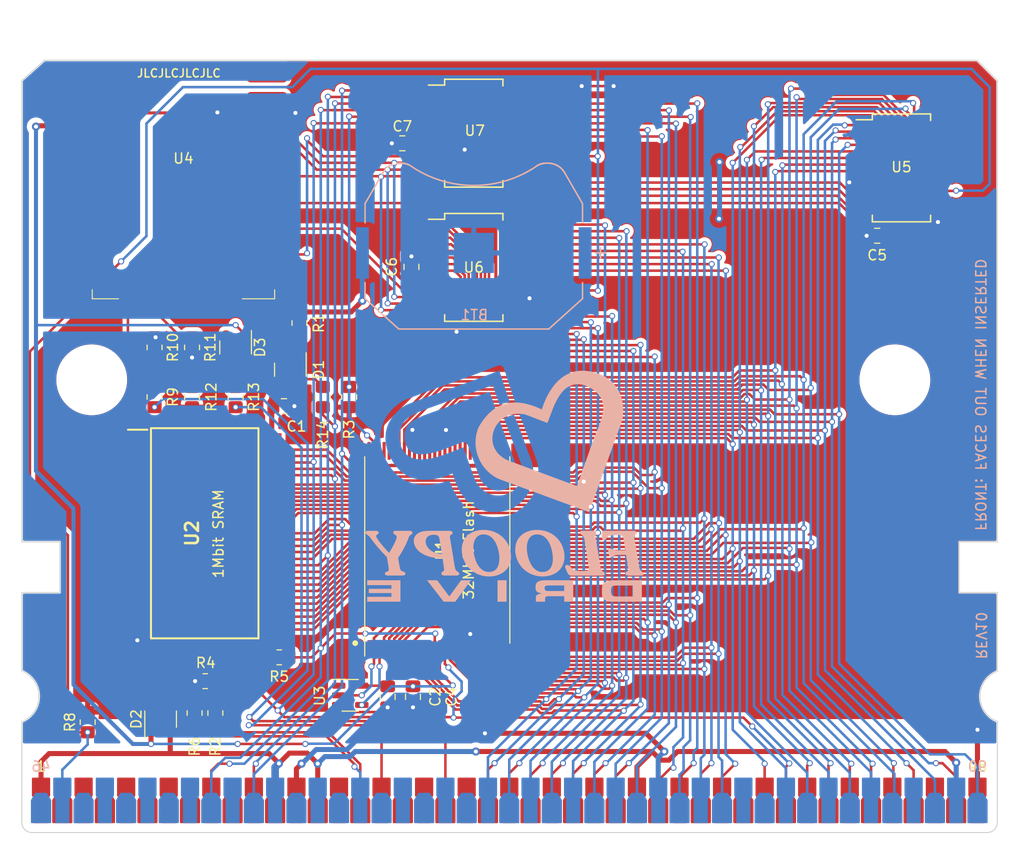
<source format=kicad_pcb>
(kicad_pcb (version 20221018) (generator pcbnew)
  (title_block (title "Floopy Drive") (date "2024-01-29") (rev "10") (company "@partlyhuman"))
  (layers (0 "F.Cu" signal) (31 "B.Cu" signal) (34 "B.Paste" user) (35 "F.Paste" user) (36 "B.SilkS" user "B.Silkscreen") (37 "F.SilkS" user "F.Silkscreen") (38 "B.Mask" user) (39 "F.Mask" user) (44 "Edge.Cuts" user))
  (net 0 "")
  (net 1 "/A18")
  (net 2 "/A17")
  (net 3 "/A7")
  (net 4 "/A6")
  (net 5 "/A5")
  (net 6 "/A4")
  (net 7 "/A3")
  (net 8 "/A2")
  (net 9 "/A1")
  (net 10 "/A0")
  (net 11 "/OE")
  (net 12 "/A16")
  (net 13 "/A15")
  (net 14 "/RAMWE")
  (net 15 "/ROMCE")
  (net 16 "GND")
  (net 17 "/SPI_CLK")
  (net 18 "/SPI_TX")
  (net 19 "/SPI_RX")
  (net 20 "/A14")
  (net 21 "/A13")
  (net 26 "/A12")
  (net 29 "/A11")
  (net 30 "/A10")
  (net 34 "/A9")
  (net 35 "/A8")
  (net 36 "/A19")
  (net 37 "/D0")
  (net 38 "/D8")
  (net 39 "/D1")
  (net 40 "/D9")
  (net 41 "/D2")
  (net 42 "/D10")
  (net 43 "/D3")
  (net 44 "/D11")
  (net 45 "/D4")
  (net 46 "/D12")
  (net 47 "/D5")
  (net 48 "/D13")
  (net 49 "/D6")
  (net 50 "/D14")
  (net 51 "/D7")
  (net 52 "/D15")
  (net 53 "/F16")
  (net 54 "/F61")
  (net 55 "VCC")
  (net 56 "+BATT")
  (net 61 "/RAMCE")
  (net 67 "/ROMWE")
  (net 68 "/A21")
  (net 69 "/A20")
  (net 71 "/~{A21}")
  (net 72 "/~{INSERTED}")
  (net 77 "/RESET")
  (net 81 "/TX_D0")
  (net 82 "/RX_D0")
  (net 88 "+3V3")
  (net 89 "Net-(D1-Pad1)")
  (net 101 "/UART0_RX")
  (net 102 "/UART0_TX")
  (net 107 "/MCPD_CS")
  (net 108 "/MCPA0_CS")
  (net 109 "/MCPA1_CS")
  (net 110 "VMEM")
  (net 128 "Net-(D3-D)")
  (net 129 "+5V")
  (footprint "Resistor_SMD:R_0805_2012Metric_Pad1.20x1.40mm_HandSolder" (layer "F.Cu") (at 118.9 92.2 90)
    (fp_text reference "R12")
    (fp_text value "10K")
  )
  (footprint "Capacitor_SMD:C_0805_2012Metric_Pad1.18x1.45mm_HandSolder" (layer "F.Cu") (at 140.55 79.35 -90)
    (fp_text reference "C6")
    (fp_text value "0.1u")
  )
  (footprint "Resistor_SMD:R_0805_2012Metric_Pad1.20x1.40mm_HandSolder" (layer "F.Cu") (at 118.9 87.3 90)
    (fp_text reference "R11")
    (fp_text value "100K")
  )
  (footprint "Resistor_SMD:R_0805_2012Metric_Pad1.20x1.40mm_HandSolder" (layer "F.Cu") (at 129.5 84.9 90)
    (fp_text reference "R1")
    (fp_text value "1K2")
  )
  (footprint "Package_SO:SSOP-28_5.3x10.2mm_P0.65mm" (layer "F.Cu") (at 146.7 66.15)
    (fp_text reference "U7")
    (fp_text value "MCP23S17T-E/SS")
  )
  (footprint "Package_TO_SOT_SMD:SOT-23-3" (layer "F.Cu") (at 115.8 124 90)
    (fp_text reference "D2")
    (fp_text value "PMEG2005CT_215")
  )
  (footprint "Resistor_SMD:R_0805_2012Metric_Pad1.20x1.40mm_HandSolder" (layer "F.Cu") (at 119.15 123.4 90)
    (fp_text reference "R6")
    (fp_text value "1K")
  )
  (footprint "LOOPY_SRAM:SOIC127P1410X300-32N" (layer "F.Cu") (at 120.15 105.65)
    (fp_text reference "U2")
    (fp_text value "AS6C1008-55SIN")
  )
  (footprint "Capacitor_SMD:C_0805_2012Metric_Pad1.18x1.45mm_HandSolder" (layer "F.Cu") (at 140.7 121.8 -90)
    (fp_text reference "C4")
    (fp_text value "0.1u")
  )
  (footprint "Resistor_SMD:R_0805_2012Metric_Pad1.20x1.40mm_HandSolder" (layer "F.Cu") (at 108.6 124.3 -90)
    (fp_text reference "R8")
    (fp_text value "100K")
  )
  (footprint "Package_TO_SOT_SMD:SOT-23-5" (layer "F.Cu") (at 134.5125 121.65)
    (fp_text reference "U3")
    (fp_text value "SN74LVC1G04")
  )
  (footprint "Capacitor_SMD:C_0805_2012Metric_Pad1.18x1.45mm_HandSolder" (layer "F.Cu") (at 138.2 121.8 -90)
    (fp_text reference "C2")
    (fp_text value "0.1u")
  )
  (footprint "Package_SO:SSOP-28_5.3x10.2mm_P0.65mm" (layer "F.Cu") (at 146.7 79.4)
    (fp_text reference "U6")
    (fp_text value "MCP23S17T-E/SS")
  )
  (footprint "Resistor_SMD:R_0805_2012Metric_Pad1.20x1.40mm_HandSolder" (layer "F.Cu") (at 115.2 87.3 90)
    (fp_text reference "R10")
    (fp_text value "2K2")
  )
  (footprint "Resistor_SMD:R_0805_2012Metric_Pad1.20x1.40mm_HandSolder" (layer "F.Cu") (at 120.2 120.25 180)
    (fp_text reference "R4")
    (fp_text value "100K")
  )
  (footprint "Resistor_SMD:R_0805_2012Metric_Pad1.20x1.40mm_HandSolder" (layer "F.Cu") (at 127.5 117.9)
    (fp_text reference "R5")
    (fp_text value "100K")
  )
  (footprint "Resistor_SMD:R_0805_2012Metric_Pad1.20x1.40mm_HandSolder" (layer "F.Cu") (at 123.2 92.2 -90)
    (fp_text reference "R13")
    (fp_text value "1K")
  )
  (footprint "Resistor_SMD:R_0805_2012Metric_Pad1.20x1.40mm_HandSolder" (layer "F.Cu") (at 115.2 92.2 -90)
    (fp_text reference "R9")
    (fp_text value "1K")
  )
  (footprint "Capacitor_SMD:C_0805_2012Metric_Pad1.18x1.45mm_HandSolder" (layer "F.Cu") (at 127.9625 93.1 180)
    (fp_text reference "C1")
    (fp_text value "1u")
  )
  (footprint "LOOPY_PI:RP2040-Tiny" (layer "F.Cu") (at 118.05 70.5 -90)
    (fp_text reference "U4")
    (fp_text value "RP2040-Tiny")
  )
  (footprint "MountingHole:MountingHole_5mm" (layer "F.Cu") (at 109 90.5)
    (fp_text reference "H1" hide)
    (fp_text value "MountingHole_5mm" hide)
  )
  (footprint "Resistor_SMD:R_0805_2012Metric_Pad1.20x1.40mm_HandSolder" (layer "F.Cu") (at 134.4 92.2 90)
    (fp_text reference "R3")
    (fp_text value "100K")
  )
  (footprint "Resistor_SMD:R_0805_2012Metric_Pad1.20x1.40mm_HandSolder" (layer "F.Cu") (at 131.8 92.2 -90)
    (fp_text reference "R14")
    (fp_text value "100K")
  )
  (footprint "LOOPY_Flash:TSOP-I-56_18.4x14mm_P0.5mm-HandSolder" (layer "F.Cu") (at 143.1 107.3 90)
    (fp_text reference "U1")
    (fp_text value "LH28F320SKTD-L70")
  )
  (footprint "LOOPY_Cart:LOOPY_Cart_Edge" (layer "F.Cu") (at 150.2 130.975)
    (fp_text reference "J1" hide)
    (fp_text value "~" hide)
  )
  (footprint "Resistor_SMD:R_0805_2012Metric_Pad1.20x1.40mm_HandSolder" (layer "F.Cu") (at 121.2 123.4 90)
    (fp_text reference "R2")
    (fp_text value "1K")
  )
  (footprint "Package_SO:SSOP-28_5.3x10.2mm_P0.65mm" (layer "F.Cu") (at 188.9 69.575)
    (fp_text reference "U5")
    (fp_text value "MCP23S17T-E/SS")
  )
  (footprint "Capacitor_SMD:C_0805_2012Metric_Pad1.18x1.45mm_HandSolder" (layer "F.Cu") (at 186.5 76.275)
    (fp_text reference "C5")
    (fp_text value "0.1u")
  )
  (footprint "Package_TO_SOT_SMD:SOT-23" (layer "F.Cu") (at 123.2 87.3 -90)
    (fp_text reference "D3")
    (fp_text value "BSS138")
  )
  (footprint "MountingHole:MountingHole_5mm" (layer "F.Cu") (at 188.25 90.5)
    (fp_text reference "H3" hide)
    (fp_text value "MountingHole_5mm" hide)
  )
  (footprint "Capacitor_SMD:C_0805_2012Metric_Pad1.18x1.45mm_HandSolder" (layer "F.Cu") (at 139.65 67.15)
    (fp_text reference "C7")
    (fp_text value "0.1u")
  )
  (footprint "Package_TO_SOT_SMD:SOT-23" (layer "F.Cu") (at 128.6 89.5 -90)
    (fp_text reference "D1")
    (fp_text value "BAT54C")
  )
  (footprint "LOOPY_Cart:Keystone-3034TR-MFG" (layer "B.Cu") (at 146.7 77.3 180)
    (fp_text reference "BT1")
    (fp_text value "CR2032")
  )
  (gr_poly (pts (xy 148.063647 90.035806) (xy 146.861112 90.486759) (xy 144.407859 91.368688) (xy 142.055016 92.208866) (xy 140.977993 92.60763) (xy 140.000166 92.989156) (xy 139.777872 93.131003) (xy 139.569201 93.278892) (xy 139.37403 93.432525) (xy 139.192237 93.591604) (xy 139.0237 93.755833) (xy 138.868298 93.924914) (xy 138.725908 94.098549) (xy 138.596408 94.276441) (xy 138.479677 94.458293) (xy 138.375592 94.643806) (xy 138.284031 94.832685) (xy 138.204873 95.024631) (xy 138.137996 95.219347) (xy 138.083276 95.416536) (xy 138.040593 95.6159) (xy 138.009825 95.817141) (xy 137.990849 96.019963) (xy 137.983544 96.224068) (xy 137.987787 96.429158) (xy 138.003456 96.634937) (xy 138.03043 96.841106) (xy 138.068587 97.047369) (xy 138.117804 97.253428) (xy 138.177959 97.458985) (xy 138.248931 97.663743) (xy 138.330598 97.867405) (xy 138.422837 98.069673) (xy 138.525527 98.270251) (xy 138.638546 98.468839) (xy 138.761771 98.665142) (xy 138.895081 98.858862) (xy 139.038353 99.049701) (xy 139.226727 99.271935) (xy 139.423764 99.470058) (xy 139.628502 99.645188) (xy 139.839983 99.798445) (xy 140.057244 99.930946) (xy 140.279327 100.04381) (xy 140.505271 100.138156) (xy 140.734115 100.215102) (xy 140.9649 100.275767) (xy 141.196665 100.321269) (xy 141.428451 100.352727) (xy 141.659296 100.371259) (xy 142.114324 100.374019) (xy 142.55407 100.338499) (xy 142.970849 100.273646) (xy 143.356982 100.188408) (xy 143.704785 100.091734) (xy 144.006578 99.992571) (xy 144.441402 99.822573) (xy 144.6 99.75) (xy 144.694792 100.056465) (xy 144.79533 100.348387) (xy 144.901514 100.62598) (xy 145.013244 100.88946) (xy 145.13042 101.139042) (xy 145.252943 101.37494) (xy 145.380713 101.59737) (xy 145.513631 101.806548) (xy 145.651596 102.002687) (xy 145.794509 102.186004) (xy 145.94227 102.356714) (xy 146.094779 102.515031) (xy 146.251937 102.66117) (xy 146.413645 102.795348) (xy 146.579802 102.917778) (xy 146.750308 103.028676) (xy 146.925064 103.128258) (xy 147.103971 103.216738) (xy 147.286928 103.294331) (xy 147.473836 103.361253) (xy 147.664596 103.417718) (xy 147.859106 103.463942) (xy 148.057269 103.500141) (xy 148.258983 103.526528) (xy 148.46415 103.543319) (xy 148.67267 103.55073) (xy 148.884442 103.548974) (xy 149.099368 103.538269) (xy 149.53828 103.490867) (xy 149.988609 103.410244) (xy 150.193094 103.332571) (xy 150.389412 103.245595) (xy 150.577532 103.149722) (xy 150.757421 103.045361) (xy 150.929048 102.932919) (xy 151.092383 102.812802) (xy 151.247392 102.685419) (xy 151.394045 102.551176) (xy 151.532309 102.410481) (xy 151.662154 102.26374) (xy 151.783547 102.111362) (xy 151.896457 101.953754) (xy 152.000853 101.791322) (xy 152.096703 101.624474) (xy 152.183974 101.453617) (xy 152.262637 101.279159) (xy 152.332658 101.101506) (xy 152.394007 100.921067) (xy 152.446651 100.738248) (xy 152.49056 100.553456) (xy 152.525701 100.3671) (xy 152.552043 100.179585) (xy 152.569554 99.99132) (xy 152.578203 99.802711) (xy 152.577959 99.614166) (xy 152.568788 99.426092) (xy 152.550661 99.238897) (xy 152.523545 99.052988) (xy 152.487409 98.868771) (xy 152.442221 98.686654) (xy 152.387949 98.507045) (xy 152.324562 98.330351) (xy 152.046926 97.587355) (xy 151.733602 96.720653) (xy 151.400057 95.804381) (xy 151.230535 95.350824) (xy 151.061759 94.912675) (xy 151.020402 94.810532) (xy 150.976447 94.7067) (xy 150.881869 94.487966) (xy 150.831805 94.370063) (xy 150.780265 94.244467) (xy 150.72753 94.109679) (xy 150.67388 93.964197) (xy 150.605674 93.975643) (xy 150.538343 93.98873) (xy 150.4719 94.003429) (xy 150.406356 94.01971) (xy 150.341724 94.037545) (xy 150.278015 94.056906) (xy 150.215243 94.077763) (xy 150.153418 94.100087) (xy 150.092553 94.12385) (xy 150.03266 94.149023) (xy 149.973751 94.175577) (xy 149.915839 94.203483) (xy 149.858934 94.232713) (xy 149.803051 94.263237) (xy 149.748199 94.295026) (xy 149.694392 94.328053) (xy 151.347192 98.743101) (xy 151.417471 99.016902) (xy 151.46163 99.281547) (xy 151.480933 99.536554) (xy 151.476643 99.781443) (xy 151.450025 100.015733) (xy 151.402341 100.238944) (xy 151.334857 100.450595) (xy 151.248834 100.650205) (xy 151.145538 100.837293) (xy 151.026232 101.01138) (xy 150.892179 101.171984) (xy 150.744644 101.318624) (xy 150.58489 101.45082) (xy 150.414181 101.568092) (xy 150.233781 101.669958) (xy 150.044952 101.755938) (xy 149.84896 101.825552) (xy 149.647068 101.878317) (xy 149.440539 101.913755) (xy 149.230638 101.931384) (xy 149.018628 101.930724) (xy 148.805772 101.911293) (xy 148.593335 101.872612) (xy 148.38258 101.814199) (xy 148.174772 101.735575) (xy 147.971173 101.636257) (xy 147.773047 101.515766) (xy 147.581659 101.373621) (xy 147.398272 101.209341) (xy 147.22415 101.022446) (xy 147.060556 100.812454) (xy 146.908754 100.578886) (xy 146.79712 100.302625) (xy 146.65217 99.915263) (xy 146.303333 98.943536) (xy 145.944257 97.936309) (xy 145.786509 97.504572) (xy 145.656956 97.166185) (xy 144.160458 97.751826) (xy 143.720324 97.910783) (xy 143.267232 98.057883) (xy 142.807906 98.18469) (xy 142.349069 98.282766) (xy 141.897444 98.343674) (xy 141.676437 98.357553) (xy 141.459754 98.358975) (xy 141.248236 98.346887) (xy 141.042722 98.320233) (xy 140.844055 98.277959) (xy 140.653072 98.21901) (xy 140.470616 98.142331) (xy 140.297527 98.046869) (xy 140.134644 97.931567) (xy 139.982809 97.795371) (xy 139.842862 97.637227) (xy 139.715642 97.45608) (xy 139.601991 97.250876) (xy 139.50275 97.020559) (xy 139.442957 96.767012) (xy 139.399988 96.526443) (xy 139.373248 96.298387) (xy 139.362146 96.082378) (xy 139.36609 95.877952) (xy 139.384485 95.684642) (xy 139.416741 95.501984) (xy 139.462264 95.329512) (xy 139.520461 95.166761) (xy 139.590741 95.013266) (xy 139.672511 94.86856) (xy 139.765177 94.732179) (xy 139.868148 94.603658) (xy 139.98083 94.482531) (xy 140.102632 94.368333) (xy 140.23296 94.260598) (xy 140.371223 94.158861) (xy 140.516827 94.062656) (xy 140.66918 93.97152) (xy 140.827689 93.884985) (xy 141.160807 93.72386) (xy 141.511438 93.57556) (xy 141.874844 93.436361) (xy 142.246282 93.302541) (xy 142.994296 93.036145) (xy 148.574782 91.030816) (xy 149.242168 92.982488) (xy 149.359822 92.931278) (xy 149.47976 92.884379) (xy 149.602015 92.841862) (xy 149.72662 92.803802) (xy 149.853605 92.77027) (xy 149.983004 92.741342) (xy 150.114849 92.717089) (xy 150.249171 92.697585) (xy 149.863075 91.559008) (xy 149.533314 90.560161) (xy 149.21719 89.581216)) (fill solid) (layer "B.Cu"))
  (gr_poly (pts (xy 149.04066 112.406289) (xy 149.936539 112.406289) (xy 149.936539 110.288565) (xy 149.04066 110.288565)) (fill solid) (layer "B.SilkS"))
  (gr_poly (pts (xy 136.288865 105.408908) (xy 136.264937 105.409378) (xy 136.240514 105.410431) (xy 136.215914 105.412287) (xy 136.191455 105.415168) (xy 136.179377 105.417061) (xy 136.167454 105.419294) (xy 136.155725 105.421892) (xy 136.14423 105.424885) (xy 136.133009 105.4283) (xy 136.122101 105.432164) (xy 136.111546 105.436505) (xy 136.101384 105.44135) (xy 136.091655 105.446727) (xy 136.082398 105.452664) (xy 136.073653 105.459189) (xy 136.06546 105.466328) (xy 136.057859 105.474109) (xy 136.05089 105.482561) (xy 136.044591 105.49171) (xy 136.039003 105.501584) (xy 136.034166 105.512212) (xy 136.030119 105.523619) (xy 136.026902 105.535835) (xy 136.024555 105.548886) (xy 136.023118 105.562801) (xy 136.02263 105.577606) (xy 136.023396 105.595306) (xy 136.025647 105.612244) (xy 136.029315 105.628474) (xy 136.034333 105.644046) (xy 136.04063 105.659013) (xy 136.04814 105.673427) (xy 136.056793 105.687339) (xy 136.066521 105.700801) (xy 136.077257 105.713866) (xy 136.08893 105.726585) (xy 136.114818 105.751194) (xy 136.143639 105.775042) (xy 136.174845 105.798546) (xy 136.242225 105.846182) (xy 136.277303 105.871144) (xy 136.312578 105.897423) (xy 136.347502 105.925434) (xy 136.381527 105.955592) (xy 136.414107 105.988312) (xy 136.429684 106.005763) (xy 136.444694 106.024011) (xy 136.65323 106.305103) (xy 136.80099 106.502027) (xy 136.982843 106.734934) (xy 137.202612 107.002622) (xy 137.464121 107.303889) (xy 137.771194 107.637534) (xy 137.943012 107.816122) (xy 138.127655 108.002354) (xy 138.217011 108.528661) (xy 138.248541 108.716798) (xy 138.272435 108.865571) (xy 138.289543 108.982966) (xy 138.295817 109.032392) (xy 138.300713 109.076968) (xy 138.304336 109.117693) (xy 138.306792 109.155565) (xy 138.308188 109.191581) (xy 138.30863 109.226741) (xy 138.307557 109.252151) (xy 138.30443 109.275333) (xy 138.299385 109.296425) (xy 138.292559 109.315568) (xy 138.28409 109.332899) (xy 138.274114 109.348558) (xy 138.262769 109.362685) (xy 138.25019 109.375419) (xy 138.236516 109.386898) (xy 138.221883 109.397261) (xy 138.206429 109.406649) (xy 138.190289 109.4152) (xy 138.156504 109.430348) (xy 138.121622 109.443818) (xy 138.086741 109.456724) (xy 138.052955 109.470179) (xy 138.036816 109.47746) (xy 138.021361 109.485296) (xy 138.006728 109.493826) (xy 137.993054 109.503188) (xy 137.980476 109.513524) (xy 137.969131 109.52497) (xy 137.959155 109.537667) (xy 137.950685 109.551753) (xy 137.94386 109.567369) (xy 137.938815 109.584652) (xy 137.935687 109.603743) (xy 137.934614 109.62478) (xy 137.935016 109.63915) (xy 137.936204 109.652863) (xy 137.938149 109.66593) (xy 137.940824 109.678365) (xy 137.944201 109.690182) (xy 137.948254 109.701393) (xy 137.952954 109.712013) (xy 137.958273 109.722053) (xy 137.964185 109.731528) (xy 137.970661 109.740451) (xy 137.977673 109.748835) (xy 137.985195 109.756693) (xy 137.993199 109.764039) (xy 138.001657 109.770885) (xy 138.01054 109.777245) (xy 138.019823 109.783132) (xy 138.029477 109.78856) (xy 138.039474 109.793542) (xy 138.060389 109.80222) (xy 138.082347 109.809271) (xy 138.105126 109.814803) (xy 138.128507 109.818921) (xy 138.152267 109.821731) (xy 138.176187 109.82334) (xy 138.200044 109.823852) (xy 139.641495 109.823852) (xy 139.661484 109.823624) (xy 139.680738 109.822946) (xy 139.699263 109.821829) (xy 139.717066 109.820282) (xy 139.734152 109.818315) (xy 139.75053 109.815939) (xy 139.766205 109.813162) (xy 139.781184 109.809996) (xy 139.795474 109.80645) (xy 139.809082 109.802533) (xy 139.822013 109.798257) (xy 139.834275 109.79363) (xy 139.845874 109.788663) (xy 139.856817 109.783366) (xy 139.867111 109.777749) (xy 139.876762 109.771821) (xy 139.885776 109.765593) (xy 139.894161 109.759074) (xy 139.901923 109.752275) (xy 139.909068 109.745205) (xy 139.915604 109.737874) (xy 139.921537 109.730293) (xy 139.926873 109.72247) (xy 139.93162 109.714417) (xy 139.935783 109.706143) (xy 139.939369 109.697659) (xy 139.942386 109.688973) (xy 139.944839 109.680096) (xy 139.946736 109.671037) (xy 139.948082 109.661808) (xy 139.948885 109.652417) (xy 139.949152 109.642875) (xy 139.948076 109.623141) (xy 139.944932 109.604616) (xy 139.939839 109.587235) (xy 139.93292 109.570934) (xy 139.924296 109.55565) (xy 139.914089 109.541317) (xy 139.902419 109.527873) (xy 139.889409 109.515253) (xy 139.875179 109.503393) (xy 139.859852 109.49223) (xy 139.843549 109.481698) (xy 139.826391 109.471734) (xy 139.789997 109.453254) (xy 139.751641 109.436277) (xy 139.672932 109.404785) (xy 139.634522 109.389243) (xy 139.598037 109.373156) (xy 139.56445 109.35601) (xy 139.549046 109.346881) (xy 139.534732 109.337294) (xy 139.521627 109.327186) (xy 139.509854 109.316494) (xy 139.499534 109.305152) (xy 139.490788 109.293098) (xy 139.467035 109.249138) (xy 139.444413 109.192526) (xy 139.421226 109.114001) (xy 139.395776 109.004304) (xy 139.366368 108.854176) (xy 139.331304 108.654356) (xy 139.237424 108.068605) (xy 139.396814 107.830389) (xy 139.549072 107.586666) (xy 139.693841 107.338141) (xy 139.830766 107.085519) (xy 139.95949 106.829503) (xy 140.079658 106.570798) (xy 140.190913 106.31011) (xy 140.2929 106.048141) (xy 140.303988 106.019844) (xy 140.315718 105.993688) (xy 140.328024 105.969554) (xy 140.340842 105.947321) (xy 140.354106 105.926868) (xy 140.367751 105.908076) (xy 140.381712 105.890823) (xy 140.395923 105.87499) (xy 140.410321 105.860456) (xy 140.424838 105.8471) (xy 140.439411 105.834803) (xy 140.453975 105.823443) (xy 140.468462 105.812901) (xy 140.48281 105.803055) (xy 140.510824 105.784974) (xy 140.537495 105.768236) (xy 140.562301 105.751878) (xy 140.573842 105.74354) (xy 140.584721 105.734936) (xy 140.594873 105.725946) (xy 140.604234 105.716449) (xy 140.612737 105.706324) (xy 140.620318 105.695451) (xy 140.626912 105.68371) (xy 140.632452 105.670981) (xy 140.636875 105.657143) (xy 140.640115 105.642075) (xy 140.642107 105.625657) (xy 140.642786 105.607769) (xy 140.641923 105.587658) (xy 140.639274 105.568074) (xy 140.634753 105.549125) (xy 140.62827 105.530915) (xy 140.624265 105.522121) (xy 140.619737 105.513552) (xy 140.614674 105.505222) (xy 140.609065 105.497142) (xy 140.6029 105.489328) (xy 140.596167 105.481791) (xy 140.588855 105.474546) (xy 140.580953 105.467605) (xy 140.57245 105.460982) (xy 140.563335 105.45469) (xy 140.553598 105.448742) (xy 140.543226 105.443152) (xy 140.532209 105.437933) (xy 140.520537 105.433099) (xy 140.508196 105.428661) (xy 140.495178 105.424635) (xy 140.481471 105.421032) (xy 140.467063 105.417867) (xy 140.451944 105.415152) (xy 140.436102 105.412901) (xy 140.419527 105.411127) (xy 140.402208 105.409844) (xy 140.365291 105.408801) (xy 140.365289 105.408804) (xy 139.026073 105.408804) (xy 139.006187 105.408981) (xy 138.987236 105.409509) (xy 138.969199 105.41039) (xy 138.952057 105.41162) (xy 138.93579 105.413199) (xy 138.920378 105.415126) (xy 138.9058 105.4174) (xy 138.892039 105.420019) (xy 138.879072 105.422983) (xy 138.866881 105.42629) (xy 138.855445 105.429939) (xy 138.844745 105.43393) (xy 138.834761 105.43826) (xy 138.825472 105.442929) (xy 138.81686 105.447936) (xy 138.808903 105.45328) (xy 138.801583 105.458959) (xy 138.79488 105.464972) (xy 138.788772 105.471319) (xy 138.783242 105.477998) (xy 138.778268 105.485008) (xy 138.773831 105.492347) (xy 138.769911 105.500016) (xy 138.766488 105.508012) (xy 138.763542 105.516334) (xy 138.761053 105.524982) (xy 138.759002 105.533954) (xy 138.757368 105.54325) (xy 138.756132 105.552867) (xy 138.755274 105.562805) (xy 138.754611 105.583639) (xy 138.75558 105.602759) (xy 138.758405 105.620591) (xy 138.762962 105.637226) (xy 138.769127 105.652754) (xy 138.776776 105.667266) (xy 138.785787 105.680852) (xy 138.796034 105.693603) (xy 138.807395 105.705609) (xy 138.819746 105.716962) (xy 138.832963 105.727751) (xy 138.861499 105.748002) (xy 138.892015 105.767086) (xy 138.923521 105.785729) (xy 138.955026 105.804654) (xy 138.985542 105.824586) (xy 139.00012 105.835157) (xy 139.014078 105.846251) (xy 139.027295 105.857959) (xy 139.039646 105.870372) (xy 139.051007 105.88358) (xy 139.061254 105.897675) (xy 139.070265 105.912745) (xy 139.077914 105.928883) (xy 139.084079 105.946178) (xy 139.088636 105.964722) (xy 139.091461 105.984604) (xy 139.09243 106.005916) (xy 139.090832 106.037165) (xy 139.08615 106.07196) (xy 139.068206 106.151233) (xy 139.03994 106.241834) (xy 139.002697 106.341865) (xy 138.957819 106.449424) (xy 138.906648 106.562612) (xy 138.790806 106.798275) (xy 138.665915 107.033656) (xy 138.54272 107.253556) (xy 138.431967 107.442774) (xy 138.344401 107.586113) (xy 138.218701 107.453767) (xy 138.041191 107.260059) (xy 137.833004 107.025067) (xy 137.615276 106.768867) (xy 137.509439 106.639088) (xy 137.409142 106.511536) (xy 137.317028 106.38872) (xy 137.235737 106.273151) (xy 137.167912 106.167337) (xy 137.116195 106.073788) (xy 137.097202 106.032397) (xy 137.083227 105.995014) (xy 137.0746 105.961952) (xy 137.071651 105.933525) (xy 137.072343 105.916599) (xy 137.074359 105.900838) (xy 137.077613 105.886168) (xy 137.082014 105.872516) (xy 137.087476 105.85981) (xy 137.093909 105.847976) (xy 137.101226 105.836943) (xy 137.109337 105.826636) (xy 137.118155 105.816983) (xy 137.127591 105.807911) (xy 137.137558 105.799347) (xy 137.147965 105.791218) (xy 137.169753 105.775975) (xy 137.192247 105.761598) (xy 137.214741 105.747503) (xy 137.236528 105.733108) (xy 137.246936 105.725616) (xy 137.256903 105.71783) (xy 137.266339 105.709677) (xy 137.275157 105.701084) (xy 137.283268 105.691979) (xy 137.290585 105.682289) (xy 137.297018 105.67194) (xy 137.30248 105.66086) (xy 137.306881 105.648976) (xy 137.310135 105.636215) (xy 137.312151 105.622503) (xy 137.312843 105.607769) (xy 137.312285 105.590224) (xy 137.31064 105.57374) (xy 137.30795 105.558285) (xy 137.304259 105.543827) (xy 137.29961 105.53033) (xy 137.294045 105.517763) (xy 137.287608 105.506093) (xy 137.280343 105.495286) (xy 137.272291 105.485309) (xy 137.263497 105.476129) (xy 137.254002 105.467714) (xy 137.243851 105.460029) (xy 137.233086 105.453041) (xy 137.22175 105.446719) (xy 137.209887 105.441027) (xy 137.197539 105.435935) (xy 137.171561 105.427411) (xy 137.144162 105.420884) (xy 137.115686 105.416088) (xy 137.086477 105.412758) (xy 137.05688 105.41063) (xy 137.027239 105.409437) (xy 136.969203 105.408801) (xy 136.31198 105.408801)) (fill solid) (layer "B.SilkS"))
  (gr_poly (pts (xy 136.180431 110.771165) (xy 138.56803 110.771165) (xy 138.56803 111.133114) (xy 136.339287 111.133114) (xy 136.339287 111.552215) (xy 138.568031 111.552215) (xy 138.568031 111.926864) (xy 136.180431 111.926864) (xy 136.180431 112.406289) (xy 139.463908 112.406289) (xy 139.463908 110.288565) (xy 136.180431 110.288565)) (fill solid) (layer "B.SilkS"))
  (gr_poly (pts (xy 147.530648 105.320375) (xy 147.422008 105.326533) (xy 147.315012 105.336758) (xy 147.209789 105.351015) (xy 147.10647 105.369272) (xy 147.005185 105.391496) (xy 146.906063 105.417654) (xy 146.809236 105.447714) (xy 146.714833 105.481643) (xy 146.622984 105.519408) (xy 146.533819 105.560976) (xy 146.447468 105.606314) (xy 146.364061 105.65539) (xy 146.283729 105.70817) (xy 146.206602 105.764622) (xy 146.132809 105.824714) (xy 146.06248 105.888412) (xy 145.995747 105.955683) (xy 145.932737 106.026495) (xy 145.873583 106.100815) (xy 145.818414 106.17861) (xy 145.767359 106.259847) (xy 145.72055 106.344493) (xy 145.678116 106.432516) (xy 145.640186 106.523883) (xy 145.606892 106.618562) (xy 145.578364 106.716518) (xy 145.554731 106.817719) (xy 145.536123 106.922134) (xy 145.52267 107.029728) (xy 145.514503 107.140469) (xy 145.511752 107.254324) (xy 145.515205 107.394661) (xy 145.52546 107.532763) (xy 145.542358 107.668484) (xy 145.565743 107.801679) (xy 145.595456 107.932201) (xy 145.63134 108.059906) (xy 145.673237 108.184648) (xy 145.72099 108.30628) (xy 145.774441 108.424659) (xy 145.833432 108.539637) (xy 145.897807 108.65107) (xy 145.967406 108.758812) (xy 146.042074 108.862717) (xy 146.121651 108.96264) (xy 146.205981 109.058435) (xy 146.294906 109.149957) (xy 146.388268 109.23706) (xy 146.485909 109.319598) (xy 146.587673 109.397426) (xy 146.693401 109.470399) (xy 146.802936 109.53837) (xy 146.91612 109.601195) (xy 147.032796 109.658727) (xy 147.152806 109.710821) (xy 147.275992 109.757331) (xy 147.402197 109.798113) (xy 147.531263 109.83302) (xy 147.663033 109.861906) (xy 147.797348 109.884627) (xy 147.934053 109.901036) (xy 148.072987 109.910989) (xy 148.213995 109.914338) (xy 148.324766 109.91226) (xy 148.434122 109.906048) (xy 148.541924 109.895734) (xy 148.648036 109.881351) (xy 148.752319 109.862933) (xy 148.854636 109.840512) (xy 148.954848 109.814121) (xy 149.052819 109.783793) (xy 149.148409 109.749561) (xy 149.241482 109.711457) (xy 149.331899 109.669514) (xy 149.419523 109.623766) (xy 149.504217 109.574246) (xy 149.585841 109.520985) (xy 149.664258 109.464017) (xy 149.739331 109.403375) (xy 149.810922 109.339092) (xy 149.878893 109.2712) (xy 149.943106 109.199733) (xy 150.003423 109.124723) (xy 150.059707 109.046203) (xy 150.111819 108.964206) (xy 150.159623 108.878765) (xy 150.202979 108.789912) (xy 150.241751 108.697682) (xy 150.2758 108.602105) (xy 150.304989 108.503216) (xy 150.32918 108.401048) (xy 150.348235 108.295632) (xy 150.362017 108.187002) (xy 150.364993 108.147241) (xy 149.221739 108.147241) (xy 149.218903 108.273458) (xy 149.210082 108.398064) (xy 149.194807 108.520158) (xy 149.172611 108.638839) (xy 149.158771 108.696618) (xy 149.143025 108.753205) (xy 149.125314 108.808489) (xy 149.105581 108.862355) (xy 149.083765 108.914693) (xy 149.05981 108.965388) (xy 149.033656 109.014328) (xy 149.005244 109.061402) (xy 148.974517 109.106495) (xy 148.941415 109.149495) (xy 148.90588 109.19029) (xy 148.867854 109.228768) (xy 148.827278 109.264814) (xy 148.784093 109.298317) (xy 148.738241 109.329164) (xy 148.689664 109.357242) (xy 148.638302 109.382439) (xy 148.584098 109.404642) (xy 148.526993 109.423738) (xy 148.466927 109.439615) (xy 148.403843 109.45216) (xy 148.337683 109.46126) (xy 148.268387 109.466802) (xy 148.195897 109.468675) (xy 148.195897 109.468676) (xy 148.090612 109.464151) (xy 147.98968 109.450854) (xy 147.893036 109.429207) (xy 147.800612 109.39963) (xy 147.712342 109.362546) (xy 147.628161 109.318374) (xy 147.548001 109.267535) (xy 147.471797 109.210451) (xy 147.399482 109.147543) (xy 147.33099 109.079231) (xy 147.266255 109.005936) (xy 147.20521 108.928079) (xy 147.147789 108.846081) (xy 147.093926 108.760363) (xy 146.996607 108.579452) (xy 146.912724 108.388711) (xy 146.841747 108.191509) (xy 146.783144 107.991213) (xy 146.736385 107.79119) (xy 146.70094 107.594808) (xy 146.676279 107.405434) (xy 146.661872 107.226436) (xy 146.657187 107.06118) (xy 146.660282 106.943205) (xy 146.669787 106.825284) (xy 146.686028 106.708458) (xy 146.709331 106.593772) (xy 146.723734 106.537557) (xy 146.740025 106.482267) (xy 146.758245 106.428034) (xy 146.778435 106.374987) (xy 146.800636 106.323257) (xy 146.824889 106.272975) (xy 146.851235 106.22427) (xy 146.879715 106.177273) (xy 146.910368 106.132114) (xy 146.943237 106.088924) (xy 146.978363 106.047833) (xy 147.015785 106.008972) (xy 147.055545 105.97247) (xy 147.097684 105.938458) (xy 147.142243 105.907067) (xy 147.189262 105.878427) (xy 147.238783 105.852668) (xy 147.290845 105.829921) (xy 147.345491 105.810315) (xy 147.402761 105.793982) (xy 147.462696 105.781052) (xy 147.525337 105.771654) (xy 147.590724 105.76592) (xy 147.658899 105.76398) (xy 147.770091 105.768608) (xy 147.876322 105.782194) (xy 147.977684 105.804295) (xy 148.074273 105.834463) (xy 148.166181 105.872255) (xy 148.253503 105.917224) (xy 148.336332 105.968927) (xy 148.414763 106.026916) (xy 148.48889 106.090748) (xy 148.558806 106.159976) (xy 148.624605 106.234156) (xy 148.686382 106.312843) (xy 148.744229 106.395591) (xy 148.798242 106.481954) (xy 148.895138 106.663748) (xy 148.97782 106.854663) (xy 149.047041 107.051136) (xy 149.103551 107.249606) (xy 149.148102 107.446511) (xy 149.181445 107.638289) (xy 149.204332 107.821378) (xy 149.217512 107.992216) (xy 149.221739 108.147241) (xy 150.364993 108.147241) (xy 150.370386 108.075191) (xy 150.373207 107.960232) (xy 150.3703 107.8364) (xy 150.361612 107.712814) (xy 150.347186 107.589715) (xy 150.327071 107.467346) (xy 150.301312 107.345948) (xy 150.269954 107.225762) (xy 150.233045 107.107031) (xy 150.19063 106.989996) (xy 150.142755 106.874899) (xy 150.089467 106.761981) (xy 150.030811 106.651484) (xy 149.966834 106.54365) (xy 149.897582 106.438721) (xy 149.8231 106.336937) (xy 149.743435 106.238541) (xy 149.658634 106.143775) (xy 149.568742 106.052879) (xy 149.473804 105.966097) (xy 149.373869 105.883668) (xy 149.26898 105.805836) (xy 149.159185 105.732842) (xy 149.04453 105.664927) (xy 148.925061 105.602333) (xy 148.800823 105.545302) (xy 148.671864 105.494076) (xy 148.538228 105.448895) (xy 148.399963 105.410003) (xy 148.257114 105.37764) (xy 148.109727 105.352047) (xy 147.957849 105.333468) (xy 147.801525 105.322143) (xy 147.640802 105.318315)) (fill solid) (layer "B.SilkS"))
  (gr_poly (pts (xy 144.287579 111.885591) (xy 143.082773 110.288566) (xy 142.0854 110.288566) (xy 143.727086 112.406291) (xy 144.870087 112.406291) (xy 146.423614 110.288566) (xy 145.443809 110.288566)) (fill solid) (layer "B.SilkS"))
  (gr_poly (pts (xy 157.055819 89.617914) (xy 156.789008 89.656297) (xy 156.534103 89.714848) (xy 156.290904 89.79206) (xy 156.059209 89.886425) (xy 155.838818 89.996438) (xy 155.62953 90.120591) (xy 155.431144 90.257379) (xy 155.24346 90.405293) (xy 155.066276 90.562827) (xy 154.899391 90.728476) (xy 154.742605 90.900731) (xy 154.595717 91.078086) (xy 154.458526 91.259035) (xy 154.330831 91.442071) (xy 154.103126 91.808376) (xy 153.910995 92.164948) (xy 153.752831 92.499734) (xy 153.627028 92.800678) (xy 153.466075 93.252831) (xy 153.41528 93.424977) (xy 153.123445 93.292705) (xy 152.83906 93.175265) (xy 152.562007 93.072381) (xy 152.292163 92.983776) (xy 152.029407 92.909175) (xy 151.773619 92.848303) (xy 151.524678 92.800883) (xy 151.282461 92.766639) (xy 151.046849 92.745296) (xy 150.817721 92.736579) (xy 150.594954 92.74021) (xy 150.378428 92.755915) (xy 150.168022 92.783417) (xy 149.963615 92.822441) (xy 149.765086 92.87271) (xy 149.572314 92.93395) (xy 149.385177 93.005884) (xy 149.203554 93.088236) (xy 149.027325 93.180731) (xy 148.856369 93.283093) (xy 148.690564 93.395046) (xy 148.529789 93.516314) (xy 148.222846 93.785692) (xy 147.93457 94.089021) (xy 147.663994 94.424094) (xy 147.410149 94.788704) (xy 147.172066 95.180646) (xy 147.094125 95.385269) (xy 147.028265 95.590304) (xy 146.974221 95.795434) (xy 146.93173 96.000343) (xy 146.900529 96.204714) (xy 146.880354 96.408232) (xy 146.870941 96.610578) (xy 146.872027 96.811437) (xy 146.883348 97.010491) (xy 146.904642 97.207425) (xy 146.935644 97.401922) (xy 146.976091 97.593665) (xy 147.025719 97.782337) (xy 147.084266 97.967623) (xy 147.151467 98.149205) (xy 147.227059 98.326766) (xy 147.310779 98.499991) (xy 147.402363 98.668563) (xy 147.501548 98.832164) (xy 147.608069 98.990479) (xy 147.721664 99.143191) (xy 147.84207 99.289983) (xy 147.969022 99.430539) (xy 148.102257 99.564542) (xy 148.241511 99.691675) (xy 148.386522 99.811623) (xy 148.537026 99.924067) (xy 148.692758 100.028692) (xy 148.853456 100.125182) (xy 149.018857 100.213219) (xy 149.188696 100.292487) (xy 149.36271 100.362669) (xy 152.810654 101.627906) (xy 158.070359 103.565715) (xy 161.348652 94.488602) (xy 161.39078 94.227816) (xy 161.420267 93.972454) (xy 161.437356 93.72267) (xy 161.442288 93.478623) (xy 161.437938 93.330251) (xy 159.47738 93.330251) (xy 159.468907 93.4982) (xy 159.45068 93.668094) (xy 159.42346 93.839808) (xy 159.388006 94.013216) (xy 159.34508 94.188193) (xy 159.239849 94.542349) (xy 159.113851 94.90127) (xy 158.97317 95.263952) (xy 158.823888 95.629387) (xy 158.523855 96.364497) (xy 156.881216 100.990472) (xy 150.027766 98.440736) (xy 149.77674 98.311383) (xy 149.550505 98.168601) (xy 149.348539 98.013654) (xy 149.170324 97.847804) (xy 149.01534 97.672315) (xy 148.883067 97.488449) (xy 148.772985 97.29747) (xy 148.684573 97.100641) (xy 148.617313 96.899225) (xy 148.570685 96.694485) (xy 148.544168 96.487685) (xy 148.537242 96.280086) (xy 148.549389 96.072954) (xy 148.580087 95.867549) (xy 148.628818 95.665136) (xy 148.695061 95.466978) (xy 148.778296 95.274338) (xy 148.878004 95.088478) (xy 148.993665 94.910663) (xy 149.124759 94.742155) (xy 149.270766 94.584217) (xy 149.431165 94.438112) (xy 149.605439 94.305103) (xy 149.793065 94.186455) (xy 149.993526 94.083428) (xy 150.2063 93.997288) (xy 150.430868 93.929296) (xy 150.66671 93.880716) (xy 150.913306 93.852811) (xy 151.170137 93.846845) (xy 151.436682 93.864079) (xy 151.712422 93.905778) (xy 151.944765 93.985467) (xy 152.203255 94.080616) (xy 152.774922 94.301978) (xy 153.379907 94.539235) (xy 153.680045 94.654252) (xy 153.970693 94.761757) (xy 153.970694 94.761757) (xy 154.474841 93.424977) (xy 153.415281 93.424977) (xy 153.41528 93.424978) (xy 153.41528 93.424977) (xy 153.415281 93.424977) (xy 154.474841 93.424977) (xy 154.487916 93.390308) (xy 154.642496 93.02169) (xy 154.812337 92.658922) (xy 155.000017 92.310083) (xy 155.20811 91.983249) (xy 155.320617 91.830608) (xy 155.439194 91.686497) (xy 155.564162 91.551925) (xy 155.695844 91.427903) (xy 155.834562 91.31544) (xy 155.980637 91.215545) (xy 156.134392 91.129229) (xy 156.296148 91.0575) (xy 156.466228 91.001369) (xy 156.644954 90.961844) (xy 156.832647 90.939936) (xy 157.029631 90.936654) (xy 157.236226 90.953008) (xy 157.452754 90.990008) (xy 157.679539 91.048662) (xy 157.916901 91.129981) (xy 158.145988 91.25366) (xy 158.353915 91.38117) (xy 158.541443 91.512386) (xy 158.709331 91.647182) (xy 158.85834 91.785432) (xy 158.989231 91.92701) (xy 159.102764 92.071791) (xy 159.199699 92.219649) (xy 159.280796 92.370458) (xy 159.346817 92.524093) (xy 159.398521 92.680428) (xy 159.436669 92.839337) (xy 159.462021 93.000694) (xy 159.475338 93.164374) (xy 159.47738 93.330251) (xy 161.437938 93.330251) (xy 161.435305 93.240467) (xy 161.416649 93.008359) (xy 161.386562 92.782455) (xy 161.345284 92.56291) (xy 161.293058 92.349882) (xy 161.230125 92.143526) (xy 161.156727 91.943998) (xy 161.073106 91.751454) (xy 160.979504 91.566051) (xy 160.876161 91.387944) (xy 160.76332 91.21729) (xy 160.641223 91.054245) (xy 160.51011 90.898964) (xy 160.370224 90.751604) (xy 160.221807 90.612322) (xy 160.0651 90.481272) (xy 159.900344 90.358611) (xy 159.727782 90.244496) (xy 159.547655 90.139082) (xy 159.360204 90.042526) (xy 159.165672 89.954983) (xy 158.9643 89.87661) (xy 158.75633 89.807563) (xy 158.542004 89.747997) (xy 158.321562 89.69807) (xy 158.095247 89.657936) (xy 157.863301 89.627752) (xy 157.625965 89.607675) (xy 157.334738 89.601204)) (fill solid) (layer "B.SilkS"))
  (gr_poly (pts (xy 159.598365 105.409138) (xy 159.559796 105.410354) (xy 159.524125 105.412768) (xy 159.491318 105.416698) (xy 159.475977 105.419332) (xy 159.461338 105.422463) (xy 159.447397 105.426133) (xy 159.434151 105.43038) (xy 159.421593 105.435245) (xy 159.40972 105.440767) (xy 159.398528 105.446986) (xy 159.388011 105.453942) (xy 159.378167 105.461674) (xy 159.368989 105.470222) (xy 159.360474 105.479626) (xy 159.352617 105.489925) (xy 159.345415 105.50116) (xy 159.338862 105.51337) (xy 159.332954 105.526595) (xy 159.327686 105.540874) (xy 159.323055 105.556247) (xy 159.319056 105.572754) (xy 159.315684 105.590435) (xy 159.312935 105.609329) (xy 159.310805 105.629477) (xy 159.309288 105.650917) (xy 159.308382 105.673689) (xy 159.308081 105.697834) (xy 159.308471 105.776643) (xy 159.309789 105.850242) (xy 159.312256 105.91865) (xy 159.316092 105.981882) (xy 159.318593 106.011564) (xy 159.32152 106.039958) (xy 159.324899 106.067067) (xy 159.328758 106.092893) (xy 159.333126 106.117438) (xy 159.33803 106.140704) (xy 159.343496 106.162695) (xy 159.349554 106.183411) (xy 159.35623 106.202854) (xy 159.363553 106.221028) (xy 159.371549 106.237934) (xy 159.380247 106.253574) (xy 159.389673 106.26795) (xy 159.399857 106.281065) (xy 159.410824 106.292921) (xy 159.422604 106.30352) (xy 159.435223 106.312864) (xy 159.448709 106.320955) (xy 159.463089 106.327795) (xy 159.478393 106.333387) (xy 159.494646 106.337732) (xy 159.511876 106.340833) (xy 159.530112 106.342693) (xy 159.54938 106.343312) (xy 159.558262 106.343206) (xy 159.566838 106.342888) (xy 159.575118 106.342357) (xy 159.583113 106.341615) (xy 159.590836 106.340661) (xy 159.598295 106.339494) (xy 159.605504 106.338116) (xy 159.612472 106.336525) (xy 159.619211 106.334723) (xy 159.625731 106.332708) (xy 159.632045 106.330481) (xy 159.638162 106.328042) (xy 159.644094 106.325391) (xy 159.649852 106.322528) (xy 159.655446 106.319453) (xy 159.660889 106.316166) (xy 159.66619 106.312667) (xy 159.671362 106.308955) (xy 159.676414 106.305032) (xy 159.681359 106.300896) (xy 159.690968 106.291989) (xy 159.700277 106.282233) (xy 159.709375 106.271629) (xy 159.71835 106.260177) (xy 159.727289 106.247876) (xy 159.736282 106.234727) (xy 159.800966 106.140823) (xy 159.834129 106.098208) (xy 159.869182 106.05853) (xy 159.907133 106.021826) (xy 159.948987 105.988129) (xy 159.995753 105.957475) (xy 160.048437 105.929899) (xy 160.108047 105.905436) (xy 160.17559 105.884122) (xy 160.252072 105.86599) (xy 160.3385 105.851076) (xy 160.435882 105.839416) (xy 160.545226 105.831044) (xy 160.667537 105.825995) (xy 160.803823 105.824304) (xy 160.911145 105.825385) (xy 161.005346 105.828994) (xy 161.087444 105.835679) (xy 161.124271 105.840346) (xy 161.158454 105.845988) (xy 161.190118 105.852673) (xy 161.219391 105.86047) (xy 161.246401 105.869448) (xy 161.271273 105.879674) (xy 161.294136 105.891217) (xy 161.315115 105.904147) (xy 161.334339 105.91853) (xy 161.351934 105.934437) (xy 161.368026 105.951935) (xy 161.382744 105.971094) (xy 161.396214 105.991981) (xy 161.408563 106.014665) (xy 161.419918 106.039215) (xy 161.430406 106.065699) (xy 161.44929 106.124744) (xy 161.466231 106.192348) (xy 161.482244 106.26906) (xy 161.515552 106.452002) (xy 161.515552 106.452005) (xy 161.666365 107.339206) (xy 160.918441 107.339206) (xy 160.867885 107.338582) (xy 160.820179 107.336765) (xy 160.775206 107.333835) (xy 160.732847 107.32987) (xy 160.692983 107.32495) (xy 160.655498 107.319154) (xy 160.620272 107.312563) (xy 160.587187 107.305256) (xy 160.556126 107.297313) (xy 160.52697 107.288812) (xy 160.499601 107.279834) (xy 160.4739 107.270458) (xy 160.449751 107.260764) (xy 160.427033 107.250831) (xy 160.405631 107.240739) (xy 160.385424 107.230568) (xy 160.252658 107.155879) (xy 160.237901 107.148572) (xy 160.223158 107.141981) (xy 160.208312 107.136186) (xy 160.193244 107.131266) (xy 160.177837 107.127301) (xy 160.161972 107.12437) (xy 160.14553 107.122553) (xy 160.128395 107.12193) (xy 160.117826 107.122158) (xy 160.107609 107.122838) (xy 160.097744 107.123963) (xy 160.088229 107.125523) (xy 160.079063 107.127513) (xy 160.070245 107.129923) (xy 160.061774 107.132747) (xy 160.053648 107.135976) (xy 160.045867 107.139603) (xy 160.03843 107.14362) (xy 160.031335 107.148019) (xy 160.024581 107.152793) (xy 160.018168 107.157934) (xy 160.012094 107.163434) (xy 160.006358 107.169286) (xy 160.000958 107.175481) (xy 159.995895 107.182013) (xy 159.991166 107.188873) (xy 159.98677 107.196054) (xy 159.982707 107.203547) (xy 159.978976 107.211346) (xy 159.975575 107.219443) (xy 159.972503 107.227829) (xy 159.969759 107.236497) (xy 159.965251 107.25465) (xy 159.962042 107.273838) (xy 159.960122 107.294) (xy 159.959485 107.315075) (xy 159.960043 107.343869) (xy 159.961688 107.375732) (xy 159.968062 107.446831) (xy 159.978254 107.524707) (xy 159.99191 107.605694) (xy 160.008676 107.686125) (xy 160.018115 107.724987) (xy 160.028199 107.762335) (xy 160.038884 107.797711) (xy 160.050126 107.830656) (xy 160.06188 107.860713) (xy 160.074102 107.887423) (xy 160.081444 107.900776) (xy 160.089855 107.913651) (xy 160.099273 107.925996) (xy 160.109636 107.937757) (xy 160.120882 107.948883) (xy 160.132949 107.959319) (xy 160.145775 107.969013) (xy 160.159298 107.977911) (xy 160.173456 107.985962) (xy 160.188187 107.993111) (xy 160.203429 107.999305) (xy 160.21912 108.004492) (xy 160.235198 108.008619) (xy 160.251601 108.011632) (xy 160.268267 108.013479) (xy 160.285134 108.014106) (xy 160.297807 108.013449) (xy 160.309885 108.011532) (xy 160.321482 108.00844) (xy 160.33271 108.004256) (xy 160.35451 107.992951) (xy 160.376185 107.978288) (xy 160.422768 107.941575) (xy 160.449478 107.920867) (xy 160.479669 107.899489) (xy 160.514241 107.87811) (xy 160.554096 107.857402) (xy 160.600136 107.838038) (xy 160.625756 107.82907) (xy 160.65326 107.820689) (xy 160.682761 107.812979) (xy 160.714371 107.806026) (xy 160.748203 107.799911) (xy 160.78437 107.794721) (xy 160.822984 107.790537) (xy 160.864158 107.787445) (xy 160.908004 107.785528) (xy 160.954635 107.784871) (xy 161.726689 107.784871) (xy 161.782785 108.140046) (xy 161.829336 108.428557) (xy 161.896354 108.839804) (xy 161.918092 108.979647) (xy 161.932831 109.087043) (xy 161.937776 109.131245) (xy 161.941209 109.170543) (xy 161.94321 109.206006) (xy 161.94386 109.238704) (xy 161.943649 109.248692) (xy 161.943026 109.258306) (xy 161.942001 109.267563) (xy 161.940584 109.276477) (xy 161.938788 109.285065) (xy 161.936622 109.29334) (xy 161.934099 109.30132) (xy 161.931229 109.309019) (xy 161.928023 109.316454) (xy 161.924493 109.323638) (xy 161.920648 109.330588) (xy 161.916501 109.33732) (xy 161.912063 109.343848) (xy 161.907344 109.350189) (xy 161.897108 109.362369) (xy 161.885882 109.373983) (xy 161.873755 109.385156) (xy 161.860815 109.39601) (xy 161.847151 109.40667) (xy 161.818002 109.427902) (xy 161.787015 109.449841) (xy 161.745258 109.482077) (xy 161.734974 109.490534) (xy 161.724981 109.499255) (xy 161.715395 109.508295) (xy 161.70633 109.517706) (xy 161.697901 109.527541) (xy 161.690224 109.537854) (xy 161.686702 109.543205) (xy 161.683412 109.548696) (xy 161.680367 109.554333) (xy 161.677581 109.560122) (xy 161.67507 109.56607) (xy 161.672846 109.572184) (xy 161.670926 109.57847) (xy 161.669322 109.584935) (xy 161.66805 109.591586) (xy 161.667123 109.598429) (xy 161.666557 109.605471) (xy 161.666365 109.612718) (xy 161.666957 109.630308) (xy 161.668703 109.646901) (xy 161.671554 109.662527) (xy 161.67546 109.677213) (xy 161.680374 109.69099) (xy 161.686246 109.703885) (xy 161.693029 109.715928) (xy 161.700673 109.727146) (xy 161.70913 109.73757) (xy 161.71835 109.747226) (xy 161.728287 109.756145) (xy 161.73889 109.764355) (xy 161.750112 109.771884) (xy 161.761904 109.778761) (xy 161.774216 109.785016) (xy 161.787001 109.790676) (xy 161.813794 109.800329) (xy 161.841894 109.807949) (xy 161.870911 109.813767) (xy 161.900456 109.818011) (xy 161.930141 109.820913) (xy 161.959577 109.822701) (xy 162.016144 109.823855) (xy 163.041563 109.823855) (xy 163.094072 109.823745) (xy 163.143067 109.823254) (xy 163.188565 109.822145) (xy 163.230583 109.820179) (xy 163.250293 109.8188) (xy 163.269139 109.817117) (xy 163.287124 109.815101) (xy 163.30425 109.812721) (xy 163.32052 109.809948) (xy 163.335934 109.806752) (xy 163.350497 109.803103) (xy 163.364209 109.798971) (xy 163.377073 109.794327) (xy 163.389092 109.78914) (xy 163.400266 109.783381) (xy 163.4106 109.77702) (xy 163.420094 109.770028) (xy 163.428751 109.762374) (xy 163.436573 109.754028) (xy 163.443563 109.744961) (xy 163.449722 109.735143) (xy 163.455052 109.724544) (xy 163.459557 109.713134) (xy 163.463237 109.700884) (xy 163.466096 109.687763) (xy 163.468136 109.673742) (xy 163.469358 109.658791) (xy 163.469765 109.64288) (xy 163.469518 109.6345) (xy 163.468784 109.62632) (xy 163.467568 109.618325) (xy 163.465876 109.610502) (xy 163.463717 109.602838) (xy 163.461096 109.59532) (xy 163.45802 109.587935) (xy 163.454495 109.580669) (xy 163.446126 109.566442) (xy 163.436044 109.552533) (xy 163.4243 109.538836) (xy 163.410948 109.525245) (xy 163.39604 109.511654) (xy 163.379631 109.497957) (xy 163.361772 109.484048) (xy 163.342517 109.469821) (xy 163.30003 109.439988) (xy 163.252595 109.407611) (xy 163.227482 109.388982) (xy 163.204103 109.369142) (xy 163.182353 109.347871) (xy 163.162124 109.324947) (xy 163.14331 109.30015) (xy 163.125804 109.273258) (xy 163.109501 109.244052) (xy 163.094294 109.212309) (xy 163.080077 109.177809) (xy 163.066743 109.140331) (xy 163.054187 109.099654) (xy 163.0423 109.055558) (xy 163.030979 109.007821) (xy 163.020115 108.956222) (xy 163.009602 108.900541) (xy 162.999335 108.840556) (xy 162.655483 106.783897) (xy 162.623546 106.60855) (xy 162.595646 106.460641) (xy 162.552229 106.234689) (xy 162.536849 106.150422) (xy 162.525779 106.081146) (xy 162.521882 106.051157) (xy 162.519087 106.023749) (xy 162.517404 105.998532) (xy 162.516841 105.975119) (xy 162.51762 105.96023) (xy 162.519889 105.946068) (xy 162.523549 105.932585) (xy 162.528501 105.919731) (xy 162.534646 105.907456) (xy 162.541883 105.89571) (xy 162.550115 105.884444) (xy 162.559241 105.873608) (xy 162.569162 105.863153) (xy 162.579778 105.853028) (xy 162.6027 105.833572) (xy 162.627212 105.814844) (xy 162.65252 105.796446) (xy 162.677827 105.77798) (xy 162.702339 105.759051) (xy 162.725261 105.73926) (xy 162.735878 105.728918) (xy 162.745798 105.718211) (xy 162.754924 105.70709) (xy 162.763156 105.695506) (xy 162.770393 105.683409) (xy 162.776538 105.670748) (xy 162.78149 105.657476) (xy 162.78515 105.643541) (xy 162.787419 105.628894) (xy 162.788198 105.613485) (xy 162.787674 105.597004) (xy 162.786132 105.581415) (xy 162.78361 105.566696) (xy 162.780151 105.552822) (xy 162.775795 105.539768) (xy 162.770583 105.527511) (xy 162.764555 105.516026) (xy 162.757754 105.505289) (xy 162.75022 105.495275) (xy 162.741993 105.485961) (xy 162.733114 105.477321) (xy 162.723625 105.469332) (xy 162.713566 105.46197) (xy 162.702978 105.455209) (xy 162.691903 105.449027) (xy 162.68038 105.443398) (xy 162.656157 105.433704) (xy 162.630636 105.425932) (xy 162.604145 105.419889) (xy 162.577011 105.41538) (xy 162.54956 105.412212) (xy 162.52212 105.410189) (xy 162.495018 105.409118) (xy 162.468581 105.408804) (xy 159.639868 105.408804)) (fill solid) (layer "B.SilkS"))
  (gr_poly (pts (xy 142.274878 105.410589) (xy 142.133434 105.414834) (xy 141.990374 105.423102) (xy 141.919011 105.429163) (xy 141.848172 105.436732) (xy 141.778166 105.445977) (xy 141.709303 105.457066) (xy 141.641891 105.470166) (xy 141.57624 105.485444) (xy 141.51266 105.503068) (xy 141.451459 105.523207) (xy 141.382275 105.550202) (xy 141.315123 105.581451) (xy 141.250339 105.616821) (xy 141.188257 105.65618) (xy 141.129215 105.699397) (xy 141.073546 105.746338) (xy 141.021587 105.796872) (xy 140.973673 105.850868) (xy 140.93014 105.908191) (xy 140.891322 105.968712) (xy 140.873787 106.00013) (xy 140.857556 106.032297) (xy 140.842672 106.065198) (xy 140.829177 106.098815) (xy 140.817113 106.133132) (xy 140.806521 106.168133) (xy 140.797443 106.203801) (xy 140.789922 106.240119) (xy 140.783999 106.277072) (xy 140.779717 106.314642) (xy 140.777117 106.352813) (xy 140.77624 106.391569) (xy 140.785345 106.533273) (xy 140.81319 106.67882) (xy 140.860572 106.826419) (xy 140.928286 106.974278) (xy 141.017131 107.120605) (xy 141.127903 107.263609) (xy 141.261397 107.401498) (xy 141.41841 107.53248) (xy 141.59974 107.654762) (xy 141.806182 107.766554) (xy 142.038534 107.866062) (xy 142.297591 107.951497) (xy 142.437383 107.988376) (xy 142.584151 108.021065) (xy 142.737992 108.049339) (xy 142.899009 108.072975) (xy 143.067299 108.091748) (xy 143.242962 108.105435) (xy 143.426099 108.113811) (xy 143.616807 108.116653) (xy 143.659918 108.426184) (xy 143.694758 108.668909) (xy 143.742735 108.992119) (xy 143.757427 109.091691) (xy 143.766959 109.162631) (xy 143.770032 109.190347) (xy 143.772108 109.214485) (xy 143.773281 109.236236) (xy 143.773651 109.256794) (xy 143.772872 109.270057) (xy 143.770602 109.28273) (xy 143.766941 109.294859) (xy 143.761987 109.306492) (xy 143.75584 109.317674) (xy 143.748599 109.328451) (xy 143.740364 109.338871) (xy 143.731235 109.348979) (xy 143.72131 109.358822) (xy 143.71069 109.368446) (xy 143.687758 109.387224) (xy 143.63792 109.424196) (xy 143.612602 109.443134) (xy 143.588081 109.462866) (xy 143.576366 109.473146) (xy 143.565149 109.483765) (xy 143.554529 109.494767) (xy 143.544604 109.506201) (xy 143.535475 109.518112) (xy 143.52724 109.530546) (xy 143.519999 109.54355) (xy 143.513852 109.557171) (xy 143.508898 109.571454) (xy 143.505237 109.586447) (xy 143.502967 109.602195) (xy 143.502188 109.618745) (xy 143.502642 109.632602) (xy 143.50398 109.645902) (xy 143.50617 109.658651) (xy 143.509175 109.670858) (xy 143.512962 109.68253) (xy 143.517498 109.693675) (xy 143.522746 109.704302) (xy 143.528675 109.714417) (xy 143.535248 109.724028) (xy 143.542432 109.733143) (xy 143.550192 109.74177) (xy 143.558495 109.749916) (xy 143.567306 109.75759) (xy 143.576591 109.764799) (xy 143.586316 109.77155) (xy 143.596446 109.777852) (xy 143.617785 109.789138) (xy 143.640335 109.798719) (xy 143.663821 109.806656) (xy 143.68797 109.813011) (xy 143.712509 109.817846) (xy 143.737161 109.821223) (xy 143.761655 109.823204) (xy 143.785716 109.823851) (xy 144.949989 109.823851) (xy 144.998108 109.823273) (xy 145.02374 109.82222) (xy 145.049902 109.820363) (xy 145.076206 109.817481) (xy 145.102263 109.813353) (xy 145.115077 109.810753) (xy 145.127683 109.807758) (xy 145.140033 109.804341) (xy 145.152078 109.800475) (xy 145.16377 109.796132) (xy 145.175059 109.791283) (xy 145.185898 109.785903) (xy 145.196238 109.779962) (xy 145.20603 109.773434) (xy 145.215225 109.76629) (xy 145.223775 109.758504) (xy 145.231632 109.750047) (xy 145.238746 109.740892) (xy 145.245069 109.731011) (xy 145.250553 109.720377) (xy 145.255149 109.708962) (xy 145.258808 109.696739) (xy 145.261482 109.683679) (xy 145.263122 109.669755) (xy 145.263679 109.65494) (xy 145.263522 109.646597) (xy 145.263053 109.638526) (xy 145.262283 109.630719) (xy 145.261217 109.623164) (xy 145.259864 109.615852) (xy 145.258232 109.608773) (xy 145.256328 109.601917) (xy 145.254159 109.595275) (xy 145.251735 109.588836) (xy 145.249062 109.58259) (xy 145.246148 109.576527) (xy 145.243002 109.570638) (xy 145.23963 109.564913) (xy 145.23604 109.55934) (xy 145.23224 109.553912) (xy 145.228239 109.548617) (xy 145.21966 109.538389) (xy 145.210365 109.528575) (xy 145.200416 109.519098) (xy 145.189876 109.509877) (xy 145.178805 109.500833) (xy 145.167266 109.491886) (xy 145.14303 109.473965) (xy 145.076059 109.425729) (xy 145.046374 109.403316) (xy 145.018986 109.381027) (xy 144.993719 109.358102) (xy 144.970396 109.333781) (xy 144.948841 109.307303) (xy 144.928876 109.27791) (xy 144.910325 109.24484) (xy 144.893011 109.207334) (xy 144.876757 109.164632) (xy 144.861387 109.115975) (xy 144.846724 109.060601) (xy 144.832591 108.997752) (xy 144.818812 108.926667) (xy 144.805209 108.846586) (xy 144.805208 108.846586) (xy 144.615242 107.689085) (xy 143.556483 107.689085) (xy 143.451568 107.683671) (xy 143.350573 107.674339) (xy 143.253459 107.661272) (xy 143.160188 107.644652) (xy 143.070721 107.624665) (xy 142.98502 107.601492) (xy 142.903046 107.575318) (xy 142.82476 107.546327) (xy 142.750123 107.5147) (xy 142.679097 107.480622) (xy 142.611644 107.444277) (xy 142.547724 107.405847) (xy 142.487299 107.365517) (xy 142.43033 107.323469) (xy 142.376779 107.279888) (xy 142.326607 107.234955) (xy 142.279775 107.188856) (xy 142.236244 107.141773) (xy 142.195977 107.09389) (xy 142.158934 107.04539) (xy 142.125076 106.996457) (xy 142.094365 106.947274) (xy 142.066763 106.898024) (xy 142.04223 106.848892) (xy 142.020729 106.80006) (xy 142.002219 106.751712) (xy 141.986664 106.704031) (xy 141.974023 106.657201) (xy 141.964259 106.611405) (xy 141.957332 106.566827) (xy 141.953204 106.52365) (xy 141.951837 106.482057) (xy 141.952907 106.436561) (xy 141.956082 106.392846) (xy 141.961311 106.350891) (xy 141.968544 106.310674) (xy 141.97773 106.272172) (xy 141.988819 106.235363) (xy 142.001758 106.200225) (xy 142.016498 106.166737) (xy 142.032988 106.134875) (xy 142.051176 106.104618) (xy 142.071013 106.075944) (xy 142.092447 106.04883) (xy 142.115427 106.023254) (xy 142.139903 105.999195) (xy 142.165823 105.97663) (xy 142.193138 105.955537) (xy 142.221796 105.935893) (xy 142.251746 105.917678) (xy 142.282937 105.900868) (xy 142.31532 105.885441) (xy 142.383454 105.858649) (xy 142.455741 105.837126) (xy 142.531774 105.820694) (xy 142.611148 105.809176) (xy 142.693456 105.802395) (xy 142.778291 105.800174) (xy 142.808159 105.800548) (xy 142.838804 105.801752) (xy 142.870015 105.803911) (xy 142.90158 105.807149) (xy 142.933285 105.811588) (xy 142.964921 105.817352) (xy 142.996273 105.824566) (xy 143.027131 105.833352) (xy 143.057281 105.843835) (xy 143.086513 105.856139) (xy 143.114614 105.870387) (xy 143.128174 105.878278) (xy 143.141371 105.886702) (xy 143.15418 105.895674) (xy 143.166573 105.905209) (xy 143.178525 105.915323) (xy 143.190008 105.926031) (xy 143.200997 105.937349) (xy 143.211464 105.949292) (xy 143.221383 105.961876) (xy 143.230728 105.975116) (xy 143.238573 105.987347) (xy 143.246268 106.001308) (xy 143.253804 106.016893) (xy 143.261172 106.033996) (xy 143.268364 106.052512) (xy 143.27537 106.072335) (xy 143.288789 106.115478) (xy 143.301361 106.16258) (xy 143.313014 106.212795) (xy 143.323677 106.265277) (xy 143.333279 106.31918) (xy 143.333281 106.319178) (xy 143.556483 107.689085) (xy 144.615242 107.689085) (xy 144.419128 106.494124) (xy 144.401903 106.389132) (xy 144.386516 106.299135) (xy 144.36182 106.156196) (xy 144.352795 106.099291) (xy 144.346173 106.049453) (xy 144.343808 106.026565) (xy 144.342096 106.0047) (xy 144.341056 105.983611) (xy 144.340706 105.963051) (xy 144.341485 105.948727) (xy 144.343754 105.935131) (xy 144.347416 105.922214) (xy 144.35237 105.909925) (xy 144.358517 105.898216) (xy 144.365758 105.887036) (xy 144.373992 105.876335) (xy 144.383122 105.866065) (xy 144.393047 105.856175) (xy 144.403667 105.846616) (xy 144.426598 105.828291) (xy 144.45112 105.810694) (xy 144.476437 105.793427) (xy 144.501754 105.776093) (xy 144.526276 105.758294) (xy 144.549207 105.739635) (xy 144.559828 105.729858) (xy 144.569753 105.719717) (xy 144.578882 105.709162) (xy 144.587117 105.698143) (xy 144.594357 105.686611) (xy 144.600504 105.674516) (xy 144.605458 105.661809) (xy 144.60912 105.64844) (xy 144.61139 105.634358) (xy 144.612169 105.619516) (xy 144.611628 105.603017) (xy 144.610033 105.587378) (xy 144.607427 105.572577) (xy 144.603851 105.558593) (xy 144.599346 105.545403) (xy 144.593956 105.532985) (xy 144.587723 105.521317) (xy 144.580687 105.510376) (xy 144.572891 105.500142) (xy 144.564377 105.490592) (xy 144.555187 105.481703) (xy 144.545364 105.473454) (xy 144.534948 105.465822) (xy 144.523982 105.458786) (xy 144.512508 105.452323) (xy 144.500568 105.446412) (xy 144.475457 105.436155) (xy 144.448985 105.427838) (xy 144.421488 105.421285) (xy 144.393302 105.41632) (xy 144.364763 105.412766) (xy 144.336206 105.410445) (xy 144.307967 105.409183) (xy 144.280382 105.408801) (xy 142.543022 105.408801)) (fill solid) (layer "B.SilkS"))
  (gr_poly (pts (xy 157.384733 105.409109) (xy 157.361746 105.410132) (xy 157.338797 105.412022) (xy 157.316114 105.414928) (xy 157.293927 105.419) (xy 157.283091 105.421521) (xy 157.272466 105.424389) (xy 157.262079 105.427624) (xy 157.251959 105.431245) (xy 157.242136 105.43527) (xy 157.232638 105.439718) (xy 157.223492 105.444608) (xy 157.21473 105.449958) (xy 157.206377 105.455788) (xy 157.198465 105.462116) (xy 157.19102 105.468961) (xy 157.184073 105.476342) (xy 157.177651 105.484277) (xy 157.171783 105.492785) (xy 157.166498 105.501886) (xy 157.161825 105.511597) (xy 157.157792 105.521938) (xy 157.154428 105.532927) (xy 157.151762 105.544584) (xy 157.149822 105.556927) (xy 157.148637 105.569974) (xy 157.148235 105.583744) (xy 157.148896 105.597639) (xy 157.150834 105.611061) (xy 157.153984 105.624033) (xy 157.158281 105.636576) (xy 157.16366 105.648712) (xy 157.170056 105.660464) (xy 157.177404 105.671854) (xy 157.185639 105.682903) (xy 157.194695 105.693635) (xy 157.204508 105.70407) (xy 157.226141 105.724141) (xy 157.250019 105.743293) (xy 157.275619 105.761703) (xy 157.302421 105.779547) (xy 157.329904 105.797002) (xy 157.384827 105.831453) (xy 157.411226 105.848803) (xy 157.436221 105.86647) (xy 157.459292 105.884633) (xy 157.479917 105.903466) (xy 157.489321 105.91348) (xy 157.498314 105.924262) (xy 157.515111 105.947956) (xy 157.530405 105.974195) (xy 157.544295 106.002625) (xy 157.556877 106.032894) (xy 157.568248 106.064647) (xy 157.578506 106.097531) (xy 157.587748 106.131193) (xy 157.596071 106.165279) (xy 157.603571 106.199435) (xy 157.616496 106.266547) (xy 157.636762 106.386065) (xy 157.974476 108.533636) (xy 157.999407 108.689998) (xy 158.020097 108.814053) (xy 158.049882 108.985319) (xy 158.059543 109.042569) (xy 158.06319 109.066294) (xy 158.066094 109.087589) (xy 158.068292 109.107081) (xy 158.069817 109.125399) (xy 158.070707 109.143168) (xy 158.070996 109.161017) (xy 158.069769 109.187314) (xy 158.065706 109.211915) (xy 158.058232 109.23482) (xy 158.046773 109.256028) (xy 158.030755 109.275539) (xy 158.009604 109.293354) (xy 157.982745 109.309472) (xy 157.949605 109.323893) (xy 157.909608 109.336618) (xy 157.862182 109.347646) (xy 157.80675 109.356978) (xy 157.742741 109.364612) (xy 157.669578 109.370551) (xy 157.586688 109.374792) (xy 157.493496 109.377337) (xy 157.389429 109.378186) (xy 157.263912 109.376962) (xy 157.151209 109.373202) (xy 157.099291 109.370329) (xy 157.050133 109.366773) (xy 157.003587 109.362517) (xy 156.959503 109.357543) (xy 156.917734 109.351837) (xy 156.878132 109.34538) (xy 156.84055 109.338156) (xy 156.804838 109.33015) (xy 156.770849 109.321344) (xy 156.738435 109.311721) (xy 156.707448 109.301266) (xy 156.67774 109.289961) (xy 156.649162 109.27779) (xy 156.621567 109.264737) (xy 156.594807 109.250784) (xy 156.568734 109.235916) (xy 156.543199 109.220115) (xy 156.518055 109.203366) (xy 156.468347 109.166955) (xy 156.418425 109.126549) (xy 156.367104 109.082017) (xy 156.255531 108.980041) (xy 156.221968 108.948713) (xy 156.184948 108.91491) (xy 156.165296 108.897721) (xy 156.144964 108.880683) (xy 156.124015 108.864051) (xy 156.102509 108.848081) (xy 156.080508 108.833031) (xy 156.058074 108.819156) (xy 156.035268 108.806712) (xy 156.012152 108.795957) (xy 155.988787 108.787145) (xy 155.977031 108.783548) (xy 155.965236 108.780534) (xy 155.953409 108.778133) (xy 155.941558 108.776379) (xy 155.929692 108.775303) (xy 155.917817 108.774937) (xy 155.908736 108.775113) (xy 155.899607 108.77564) (xy 155.890452 108.776513) (xy 155.881292 108.77773) (xy 155.87215 108.779286) (xy 155.863047 108.78118) (xy 155.854006 108.783408) (xy 155.84505 108.785965) (xy 155.836199 108.78885) (xy 155.827476 108.792058) (xy 155.818904 108.795587) (xy 155.810504 108.799432) (xy 155.802298 108.803592) (xy 155.794309 108.808062) (xy 155.786559 108.812838) (xy 155.779069 108.817919) (xy 155.771862 108.8233) (xy 155.76496 108.828978) (xy 155.758384 108.83495) (xy 155.752158 108.841212) (xy 155.746303 108.847762) (xy 155.740841 108.854595) (xy 155.735795 108.861709) (xy 155.731186 108.869101) (xy 155.727036 108.876766) (xy 155.723368 108.884702) (xy 155.720204 108.892905) (xy 155.717566 108.901372) (xy 155.715475 108.9101) (xy 155.713954 108.919085) (xy 155.713026 108.928324) (xy 155.712711 108.937814) (xy 155.715102 108.966351) (xy 155.721937 109.001553) (xy 155.732713 109.042458) (xy 155.746927 109.088102) (xy 155.764074 109.137523) (xy 155.783652 109.189759) (xy 155.828083 109.298824) (xy 155.87619 109.407597) (xy 155.923943 109.508376) (xy 155.967313 109.593461) (xy 156.002271 109.655153) (xy 156.022586 109.684848) (xy 156.043026 109.710836) (xy 156.063858 109.733365) (xy 156.085345 109.752681) (xy 156.107753 109.769032) (xy 156.131348 109.782665) (xy 156.156393 109.793826) (xy 156.183153 109.802763) (xy 156.211894 109.809724) (xy 156.242881 109.814955) (xy 156.276379 109.818702) (xy 156.312652 109.821215) (xy 156.351965 109.822739) (xy 156.394584 109.823521) (xy 156.490797 109.823851) (xy 159.192828 109.823851) (xy 159.241429 109.823743) (xy 159.287664 109.823274) (xy 159.331426 109.822222) (xy 159.372611 109.820367) (xy 159.411111 109.817488) (xy 159.429321 109.815595) (xy 159.44682 109.813364) (xy 159.463595 109.810767) (xy 159.479632 109.807776) (xy 159.494919 109.804363) (xy 159.509442 109.800502) (xy 159.523187 109.796163) (xy 159.536142 109.791321) (xy 159.548293 109.785947) (xy 159.559626 109.780014) (xy 159.57013 109.773494) (xy 159.579789 109.766359) (xy 159.588592 109.758583) (xy 159.596524 109.750137) (xy 159.603573 109.740993) (xy 159.609725 109.731125) (xy 159.614967 109.720505) (xy 159.619286 109.709104) (xy 159.622668 109.696897) (xy 159.6251 109.683854) (xy 159.62657 109.669948) (xy 159.627062 109.655153) (xy 159.626904 109.645184) (xy 159.626433 109.635591) (xy 159.625655 109.62636) (xy 159.624576 109.617477) (xy 159.623201 109.608929) (xy 159.621535 109.600703) (xy 159.619584 109.592786) (xy 159.617354 109.585165) (xy 159.614849 109.577826) (xy 159.612077 109.570756) (xy 159.609041 109.563942) (xy 159.605748 109.55737) (xy 159.602203 109.551028) (xy 159.598412 109.544902) (xy 159.59438 109.538979) (xy 159.590113 109.533246) (xy 159.585616 109.527689) (xy 159.580895 109.522295) (xy 159.570802 109.511944) (xy 159.559879 109.502087) (xy 159.548169 109.492617) (xy 159.535716 109.48343) (xy 159.522566 109.474419) (xy 159.508761 109.465479) (xy 159.494347 109.456503) (xy 159.455717 109.431848) (xy 159.421026 109.407324) (xy 159.389973 109.382497) (xy 159.362259 109.356934) (xy 159.337582 109.330204) (xy 159.315643 109.301872) (xy 159.296142 109.271506) (xy 159.278778 109.238673) (xy 159.26325 109.20294) (xy 159.249259 109.163875) (xy 159.236504 109.121045) (xy 159.224685 109.074016) (xy 159.213502 109.022356) (xy 159.202654 108.965633) (xy 159.180763 108.835263) (xy 159.180764 108.835263) (xy 158.800717 106.53688) (xy 158.781276 106.420931) (xy 158.763735 106.320746) (xy 158.735206 106.160602) (xy 158.724645 106.097108) (xy 158.716838 106.042309) (xy 158.714033 106.017617) (xy 158.711997 105.994437) (xy 158.710755 105.972548) (xy 158.710335 105.951727) (xy 158.711097 105.9385) (xy 158.713315 105.925933) (xy 158.716894 105.91398) (xy 158.721736 105.902595) (xy 158.727744 105.891732) (xy 158.734821 105.881343) (xy 158.742869 105.871383) (xy 158.751792 105.861805) (xy 158.761493 105.852563) (xy 158.771873 105.84361) (xy 158.794286 105.826388) (xy 158.818253 105.809766) (xy 158.842997 105.793374) (xy 158.867742 105.77684) (xy 158.891709 105.759794) (xy 158.914122 105.741865) (xy 158.924502 105.732453) (xy 158.934203 105.72268) (xy 158.943126 105.712502) (xy 158.951174 105.70187) (xy 158.958251 105.690739) (xy 158.964259 105.679062) (xy 158.969101 105.666794) (xy 158.97268 105.653887) (xy 158.974898 105.640295) (xy 158.975659 105.625972) (xy 158.975101 105.609426) (xy 158.973456 105.593709) (xy 158.970768 105.5788) (xy 158.967082 105.56468) (xy 158.962442 105.551329) (xy 158.956891 105.538727) (xy 158.950475 105.526854) (xy 158.943236 105.51569) (xy 158.935221 105.505215) (xy 158.926472 105.49541) (xy 158.917034 105.486254) (xy 158.906951 105.477727) (xy 158.896268 105.469811) (xy 158.885028 105.462484) (xy 158.873276 105.455727) (xy 158.861055 105.449521) (xy 158.835387 105.438678) (xy 158.808378 105.429797) (xy 158.78038 105.422719) (xy 158.751748 105.417284) (xy 158.722835 105.413334) (xy 158.693994 105.41071) (xy 158.66558 105.409252) (xy 158.637945 105.408801) (xy 157.407527 105.408801)) (fill solid) (layer "B.SilkS"))
  (gr_poly (pts (xy 160.496704 110.291541) (xy 160.322423 110.300471) (xy 160.241361 110.307168) (xy 160.16435 110.315354) (xy 160.091391 110.325028) (xy 160.022482 110.33619) (xy 159.957624 110.348841) (xy 159.896816 110.362979) (xy 159.840058 110.378606) (xy 159.78735 110.395721) (xy 159.738691 110.414325) (xy 159.694082 110.434416) (xy 159.653521 110.455996) (xy 159.617008 110.479065) (xy 159.600043 110.491343) (xy 159.583616 110.504365) (xy 159.567727 110.518132) (xy 159.552377 110.532643) (xy 159.537565 110.547898) (xy 159.523292 110.563897) (xy 159.509557 110.58064) (xy 159.49636 110.598127) (xy 159.483701 110.616359) (xy 159.471581 110.635335) (xy 159.46 110.655054) (xy 159.448957 110.675518) (xy 159.438452 110.696726) (xy 159.428486 110.718679) (xy 159.419059 110.741375) (xy 159.41017 110.764815) (xy 159.394008 110.813929) (xy 159.38 110.866019) (xy 159.368147 110.921085) (xy 159.358449 110.979128) (xy 159.350905 111.040148) (xy 159.345517 111.104144) (xy 159.342284 111.171116) (xy 159.341206 111.241066) (xy 159.341206 111.66334) (xy 159.343255 111.668698) (xy 159.345035 111.673659) (xy 159.346544 111.678223) (xy 159.347781 111.682391) (xy 159.348746 111.686161) (xy 159.349437 111.689535) (xy 159.349679 111.691073) (xy 159.349852 111.692511) (xy 159.349956 111.693851) (xy 159.349991 111.695091) (xy 159.350163 111.704628) (xy 159.35068 111.714984) (xy 159.351542 111.726159) (xy 159.352749 111.738152) (xy 159.356197 111.764594) (xy 159.361024 111.79431) (xy 159.36723 111.8273) (xy 159.374815 111.863564) (xy 159.383779 111.903102) (xy 159.394123 111.945915) (xy 159.400493 111.967997) (xy 159.408569 111.989794) (xy 159.418352 112.011306) (xy 159.429842 112.032533) (xy 159.443038 112.053474) (xy 159.45794 112.07413) (xy 159.47455 112.094501) (xy 159.492865 112.114587) (xy 159.512888 112.134387) (xy 159.534617 112.153902) (xy 159.558052 112.173132) (xy 159.583194 112.192077) (xy 159.610043 112.210736) (xy 159.638598 112.22911) (xy 159.66886 112.247199) (xy 159.700828 112.265002) (xy 159.734159 112.282111) (xy 159.76851 112.298117) (xy 159.803879 112.313018) (xy 159.840267 112.326816) (xy 159.877673 112.33951) (xy 159.916097 112.3511) (xy 159.955538 112.361586) (xy 159.995997 112.370969) (xy 160.037473 112.379247) (xy 160.079966 112.386422) (xy 160.123475 112.392493) (xy 160.168 112.39746) (xy 160.21354 112.401324) (xy 160.260096 112.404083) (xy 160.307668 112.405739) (xy 160.356254 112.406291) (xy 163.282228 112.406291) (xy 163.282228 110.809265) (xy 162.386349 110.809265) (xy 162.386349 111.888765) (xy 160.876954 111.888765) (xy 160.82683 111.888329) (xy 160.77905 111.887024) (xy 160.733614 111.884847) (xy 160.690522 111.881801) (xy 160.649774 111.877885) (xy 160.61137 111.873099) (xy 160.57531 111.867443) (xy 160.541594 111.860917) (xy 160.510223 111.853522) (xy 160.481195 111.845258) (xy 160.454511 111.836125) (xy 160.430172 111.826123) (xy 160.408176 111.815252) (xy 160.388525 111.803512) (xy 160.371217 111.790904) (xy 160.356254 111.777427) (xy 160.342893 111.762744) (xy 160.330393 111.746555) (xy 160.318753 111.72886) (xy 160.307976 111.709659) (xy 160.298059 111.688952) (xy 160.289004 111.666738) (xy 160.280811 111.643018) (xy 160.273479 111.617791) (xy 160.267009 111.591057) (xy 160.261402 111.562816) (xy 160.256657 111.533068) (xy 160.252774 111.501813) (xy 160.249753 111.46905) (xy 160.247596 111.43478) (xy 160.246301 111.399002) (xy 160.24587 111.361715) (xy 160.24587 111.342453) (xy 160.246249 111.303906) (xy 160.247388 111.266967) (xy 160.249285 111.231634) (xy 160.251942 111.197909) (xy 160.255358 111.16579) (xy 160.259532 111.135278) (xy 160.264466 111.106372) (xy 160.270158 111.079073) (xy 160.27661 111.05338) (xy 160.283821 111.029292) (xy 160.29179 111.006811) (xy 160.300519 110.985935) (xy 160.310007 110.966664) (xy 160.320254 110.948999) (xy 160.33126 110.932939) (xy 160.343024 110.918484) (xy 160.349406 110.911765) (xy 160.356425 110.905258) (xy 160.364083 110.898965) (xy 160.372378 110.892886) (xy 160.381312 110.887019) (xy 160.390884 110.881366) (xy 160.401094 110.875927) (xy 160.411942 110.8707) (xy 160.435552 110.860888) (xy 160.461715 110.851928) (xy 160.49043 110.843822) (xy 160.521698 110.836569) (xy 160.555518 110.83017) (xy 160.59189 110.824624) (xy 160.630815 110.819931) (xy 160.672292 110.816091) (xy 160.716321 110.813105) (xy 160.762903 110.810971) (xy 160.812038 110.809691) (xy 160.863724 110.809265) (xy 162.386349 110.809265) (xy 163.282228 110.809265) (xy 163.282228 110.288566) (xy 160.687195 110.288566) (xy 160.687195 110.288565)) (fill solid) (layer "B.SilkS"))
  (gr_poly (pts (xy 152.809088 105.320375) (xy 152.700448 105.326533) (xy 152.593451 105.336758) (xy 152.488228 105.351015) (xy 152.384909 105.369272) (xy 152.283624 105.391496) (xy 152.184503 105.417654) (xy 152.087675 105.447714) (xy 151.993272 105.481643) (xy 151.901423 105.519408) (xy 151.812258 105.560976) (xy 151.725907 105.606314) (xy 151.642501 105.65539) (xy 151.562169 105.70817) (xy 151.485041 105.764622) (xy 151.411248 105.824714) (xy 151.34092 105.888412) (xy 151.274186 105.955683) (xy 151.211177 106.026495) (xy 151.152023 106.100815) (xy 151.096853 106.17861) (xy 151.045799 106.259847) (xy 150.998989 106.344493) (xy 150.956555 106.432516) (xy 150.918626 106.523883) (xy 150.885332 106.618562) (xy 150.856803 106.716518) (xy 150.83317 106.817719) (xy 150.814562 106.922134) (xy 150.80111 107.029728) (xy 150.792943 107.140469) (xy 150.790192 107.254324) (xy 150.793645 107.394661) (xy 150.803899 107.532763) (xy 150.820798 107.668484) (xy 150.844182 107.801679) (xy 150.873895 107.932201) (xy 150.909779 108.059906) (xy 150.951676 108.184648) (xy 150.999429 108.30628) (xy 151.05288 108.424659) (xy 151.111872 108.539637) (xy 151.176246 108.65107) (xy 151.245846 108.758812) (xy 151.320513 108.862717) (xy 151.40009 108.96264) (xy 151.48442 109.058435) (xy 151.573345 109.149957) (xy 151.666707 109.23706) (xy 151.764348 109.319598) (xy 151.866112 109.397426) (xy 151.97184 109.470399) (xy 152.081375 109.53837) (xy 152.194559 109.601195) (xy 152.311235 109.658727) (xy 152.431245 109.710821) (xy 152.554431 109.757331) (xy 152.680635 109.798113) (xy 152.809701 109.83302) (xy 152.941471 109.861906) (xy 153.075787 109.884627) (xy 153.212491 109.901036) (xy 153.351425 109.910989) (xy 153.492433 109.914338) (xy 153.492434 109.914338) (xy 153.603205 109.91226) (xy 153.71256 109.906048) (xy 153.820363 109.895734) (xy 153.926475 109.881351) (xy 154.030758 109.862933) (xy 154.133075 109.840512) (xy 154.233287 109.814121) (xy 154.331257 109.783793) (xy 154.426848 109.749561) (xy 154.519921 109.711457) (xy 154.610338 109.669514) (xy 154.697962 109.623766) (xy 154.782655 109.574246) (xy 154.86428 109.520985) (xy 154.942697 109.464017) (xy 155.01777 109.403375) (xy 155.089361 109.339092) (xy 155.157332 109.2712) (xy 155.221545 109.199733) (xy 155.281862 109.124723) (xy 155.338145 109.046203) (xy 155.390258 108.964206) (xy 155.438061 108.878765) (xy 155.481418 108.789912) (xy 155.520189 108.697682) (xy 155.554239 108.602105) (xy 155.583428 108.503216) (xy 155.607619 108.401048) (xy 155.626674 108.295632) (xy 155.640455 108.187002) (xy 155.643432 108.147241) (xy 154.500178 108.147241) (xy 154.497342 108.273458) (xy 154.488521 108.398064) (xy 154.473246 108.520158) (xy 154.45105 108.638839) (xy 154.43721 108.696618) (xy 154.421464 108.753205) (xy 154.403754 108.808489) (xy 154.38402 108.862355) (xy 154.362205 108.914693) (xy 154.338249 108.965388) (xy 154.312095 109.014328) (xy 154.283683 109.061402) (xy 154.252956 109.106495) (xy 154.219854 109.149495) (xy 154.184319 109.19029) (xy 154.146293 109.228768) (xy 154.105717 109.264814) (xy 154.062532 109.298317) (xy 154.016681 109.329164) (xy 153.968103 109.357242) (xy 153.916742 109.382439) (xy 153.862537 109.404642) (xy 153.805432 109.423738) (xy 153.745366 109.439615) (xy 153.682283 109.45216) (xy 153.616122 109.46126) (xy 153.546826 109.466802) (xy 153.474336 109.468675) (xy 153.474336 109.468676) (xy 153.369051 109.464151) (xy 153.26812 109.450854) (xy 153.171475 109.429207) (xy 153.079051 109.39963) (xy 152.990781 109.362546) (xy 152.9066 109.318374) (xy 152.82644 109.267535) (xy 152.750236 109.210451) (xy 152.677921 109.147543) (xy 152.609429 109.079231) (xy 152.544694 109.005936) (xy 152.483649 108.928079) (xy 152.426228 108.846081) (xy 152.372364 108.760363) (xy 152.275046 108.579452) (xy 152.191163 108.388711) (xy 152.120185 108.191509) (xy 152.061582 107.991213) (xy 152.014823 107.79119) (xy 151.979379 107.594808) (xy 151.954718 107.405434) (xy 151.94031 107.226436) (xy 151.935625 107.06118) (xy 151.938721 106.943205) (xy 151.948226 106.825284) (xy 151.964466 106.708458) (xy 151.98777 106.593772) (xy 152.002173 106.537557) (xy 152.018463 106.482267) (xy 152.036684 106.428034) (xy 152.056874 106.374987) (xy 152.079075 106.323257) (xy 152.103328 106.272975) (xy 152.129674 106.22427) (xy 152.158153 106.177273) (xy 152.188807 106.132114) (xy 152.221676 106.088924) (xy 152.256802 106.047833) (xy 152.294224 106.008972) (xy 152.333984 105.97247) (xy 152.376123 105.938458) (xy 152.420682 105.907067) (xy 152.467701 105.878427) (xy 152.517222 105.852668) (xy 152.569285 105.829921) (xy 152.623931 105.810315) (xy 152.681201 105.793982) (xy 152.741136 105.781052) (xy 152.803776 105.771654) (xy 152.869163 105.76592) (xy 152.937338 105.76398) (xy 153.048531 105.768608) (xy 153.154761 105.782194) (xy 153.256124 105.804295) (xy 153.352712 105.834463) (xy 153.44462 105.872255) (xy 153.531942 105.917224) (xy 153.614772 105.968927) (xy 153.693203 106.026916) (xy 153.767329 106.090748) (xy 153.837245 106.159976) (xy 153.903045 106.234156) (xy 153.964821 106.312843) (xy 154.022669 106.395591) (xy 154.076681 106.481954) (xy 154.173577 106.663748) (xy 154.256259 106.854663) (xy 154.32548 107.051136) (xy 154.381991 107.249606) (xy 154.426542 107.446511) (xy 154.459885 107.638289) (xy 154.482771 107.821378) (xy 154.495952 107.992216) (xy 154.500178 108.147241) (xy 155.643432 108.147241) (xy 155.648825 108.075191) (xy 155.651646 107.960232) (xy 155.648739 107.8364) (xy 155.64005 107.712814) (xy 155.625625 107.589715) (xy 155.605509 107.467346) (xy 155.57975 107.345948) (xy 155.548393 107.225762) (xy 155.511483 107.107031) (xy 155.469068 106.989996) (xy 155.421194 106.874899) (xy 155.367905 106.761981) (xy 155.309249 106.651484) (xy 155.245272 106.54365) (xy 155.17602 106.438721) (xy 155.101538 106.336937) (xy 155.021874 106.238541) (xy 154.937072 106.143775) (xy 154.84718 106.052879) (xy 154.752243 105.966097) (xy 154.652307 105.883668) (xy 154.547419 105.805836) (xy 154.437624 105.732842) (xy 154.322969 105.664927) (xy 154.203499 105.602333) (xy 154.079262 105.545302) (xy 153.950302 105.494076) (xy 153.816667 105.448895) (xy 153.678402 105.410003) (xy 153.535553 105.37764) (xy 153.388166 105.352047) (xy 153.236288 105.333468) (xy 153.079964 105.322143) (xy 152.919241 105.318315)) (fill solid) (layer "B.SilkS"))
  (gr_poly (pts (xy 153.776067 110.288565) (xy 153.647454 110.290901) (xy 153.586821 110.293822) (xy 153.528635 110.297911) (xy 153.472898 110.303168) (xy 153.419609 110.309594) (xy 153.368768 110.317188) (xy 153.320375 110.32595) (xy 153.274431 110.335881) (xy 153.230934 110.34698) (xy 153.189886 110.359247) (xy 153.151287 110.372682) (xy 153.115135 110.387286) (xy 153.081432 110.403058) (xy 153.050177 110.419998) (xy 153.02137 110.438107) (xy 153.007265 110.447484) (xy 152.993604 110.457281) (xy 152.980388 110.467498) (xy 152.967618 110.478135) (xy 152.955293 110.489192) (xy 152.943415 110.500671) (xy 152.931984 110.51257) (xy 152.921 110.52489) (xy 152.910464 110.537632) (xy 152.900376 110.550797) (xy 152.890736 110.564383) (xy 152.881546 110.578392) (xy 152.872805 110.592824) (xy 152.864514 110.607679) (xy 152.856674 110.622958) (xy 152.849285 110.638661) (xy 152.842345 110.654836) (xy 152.835851 110.671533) (xy 152.829804 110.68875) (xy 152.824204 110.70649) (xy 152.819051 110.724752) (xy 152.814346 110.743536) (xy 152.810087 110.762843) (xy 152.806277 110.782674) (xy 152.802914 110.803027) (xy 152.799999 110.823904) (xy 152.797532 110.845305) (xy 152.795513 110.867231) (xy 152.793943 110.889681) (xy 152.792821 110.912656) (xy 152.792148 110.936156) (xy 152.791923 110.960182) (xy 152.791923 110.995108) (xy 152.792266 111.02783) (xy 152.793294 111.059162) (xy 152.79501 111.089102) (xy 152.797413 111.11765) (xy 152.800507 111.144803) (xy 152.804291 111.170561) (xy 152.808767 111.194923) (xy 152.813937 111.217886) (xy 152.816867 111.228975) (xy 152.820143 111.239938) (xy 152.823763 111.250774) (xy 152.827728 111.261485) (xy 152.832038 111.272069) (xy 152.836692 111.282528) (xy 152.841692 111.292861) (xy 152.847036 111.303069) (xy 152.852725 111.313151) (xy 152.858759 111.323109) (xy 152.865137 111.332941) (xy 152.87186 111.342649) (xy 152.878929 111.352232) (xy 152.886342 111.361691) (xy 152.894099 111.371025) (xy 152.902202 111.380235) (xy 152.910563 111.389259) (xy 152.919098 111.398035) (xy 152.927807 111.406562) (xy 152.936688 111.414842) (xy 152.945743 111.422874) (xy 152.95497 111.430658) (xy 152.96437 111.438193) (xy 152.973943 111.445481) (xy 152.983688 111.45252) (xy 152.993605 111.459312) (xy 153.003695 111.465855) (xy 153.013956 111.472151) (xy 153.024389 111.478198) (xy 153.034994 111.483997) (xy 153.04577 111.489548) (xy 153.056718 111.494851) (xy 153.076021 111.502) (xy 153.103051 111.510744) (xy 153.137809 111.521084) (xy 153.180292 111.533017) (xy 153.230499 111.546543) (xy 153.288428 111.56166) (xy 153.35408 111.578367) (xy 153.427452 111.596663) (xy 153.354754 111.604635) (xy 153.286755 111.614342) (xy 153.223452 111.625784) (xy 153.16484 111.638957) (xy 153.137292 111.646193) (xy 153.110916 111.653862) (xy 153.085711 111.661964) (xy 153.061677 111.670498) (xy 153.038813 111.679464) (xy 153.017118 111.688862) (xy 152.996593 111.698692) (xy 152.977237 111.708954) (xy 152.968007 111.714314) (xy 152.959071 111.719918) (xy 152.950428 111.725766) (xy 152.942079 111.731858) (xy 152.934022 111.738194) (xy 152.926259 111.744773) (xy 152.918789 111.751596) (xy 152.911612 111.758663) (xy 152.904728 111.765974) (xy 152.898138 111.773529) (xy 152.89184 111.781328) (xy 152.885836 111.78937) (xy 152.880125 111.797657) (xy 152.874707 111.806188) (xy 152.869582 111.814962) (xy 152.864749 111.823981) (xy 152.86021 111.833243) (xy 152.855964 111.84275) (xy 152.852011 111.8525) (xy 152.848351 111.862495) (xy 152.844984 111.872734) (xy 152.841909 111.883217) (xy 152.839128 111.893944) (xy 152.836639 111.904915) (xy 152.834443 111.91613) (xy 152.83254 111.927589) (xy 152.83093 111.939293) (xy 152.829613 111.951241) (xy 152.828588 111.963433) (xy 152.827857 111.97587) (xy 152.827271 112.001475) (xy 152.827271 112.406288) (xy 153.736379 112.406288) (xy 153.736379 112.204252) (xy 153.736965 112.167299) (xy 153.738721 112.132163) (xy 153.741648 112.098848) (xy 153.745745 112.067357) (xy 153.748233 112.052295) (xy 153.751014 112.03769) (xy 153.754087 112.023543) (xy 153.757453 112.009852) (xy 153.761112 111.99662) (xy 153.765063 111.983845) (xy 153.769307 111.971528) (xy 153.773844 111.959671) (xy 153.776465 111.953938) (xy 153.779624 111.948387) (xy 153.783321 111.943018) (xy 153.787556 111.937832) (xy 153.79233 111.932828) (xy 153.797642 111.928007) (xy 153.803492 111.923367) (xy 153.80988 111.91891) (xy 153.816807 111.914635) (xy 153.824272 111.910542) (xy 153.832275 111.906631) (xy 153.840817 111.902902) (xy 153.849897 111.899355) (xy 153.859515 111.89599) (xy 153.869671 111.892808) (xy 153.880365 111.889807) (xy 153.891598 111.886989) (xy 153.903369 111.884352) (xy 153.928526 111.879625) (xy 153.955836 111.875625) (xy 153.985299 111.872353) (xy 154.016915 111.869808) (xy 154.050684 111.867991) (xy 154.086607 111.866901) (xy 154.124682 111.866537) (xy 155.620847 111.866537) (xy 155.620847 112.406288) (xy 156.516726 112.406288) (xy 156.516726 110.802914) (xy 155.620848 110.802914) (xy 155.620848 111.352189) (xy 154.151247 111.352189) (xy 154.151246 111.352191) (xy 154.078677 111.351338) (xy 154.013289 111.348778) (xy 153.955079 111.344511) (xy 153.904046 111.338538) (xy 153.881219 111.334912) (xy 153.860186 111.330858) (xy 153.840945 111.326379) (xy 153.823497 111.321472) (xy 153.807841 111.316139) (xy 153.793976 111.310379) (xy 153.781903 111.304193) (xy 153.771622 111.29758) (xy 153.767011 111.294035) (xy 153.762547 111.290226) (xy 153.758228 111.286154) (xy 153.754055 111.281819) (xy 153.750028 111.27722) (xy 153.746147 111.272357) (xy 153.742412 111.267231) (xy 153.738823 111.261841) (xy 153.73538 111.256188) (xy 153.732083 111.250271) (xy 153.728932 111.244091) (xy 153.725928 111.237647) (xy 153.720357 111.223968) (xy 153.715371 111.209235) (xy 153.710971 111.193448) (xy 153.707156 111.176607) (xy 153.703928 111.158711) (xy 153.701285 111.139761) (xy 153.69923 111.119758) (xy 153.697761 111.098699) (xy 153.69688 111.076587) (xy 153.696586 111.053421) (xy 153.697037 111.027098) (xy 153.697601 111.014672) (xy 153.69839 111.002737) (xy 153.699404 110.991291) (xy 153.700643 110.980335) (xy 153.702107 110.969869) (xy 153.703796 110.959891) (xy 153.705709 110.950402) (xy 153.707846 110.941401) (xy 153.710208 110.932889) (xy 153.712794 110.924864) (xy 153.715603 110.917326) (xy 153.718636 110.910276) (xy 153.721893 110.903712) (xy 153.725373 110.897635) (xy 153.727222 110.894748) (xy 153.729195 110.891901) (xy 153.731294 110.889095) (xy 153.733519 110.886329) (xy 153.735868 110.883603) (xy 153.738343 110.880918) (xy 153.743669 110.875669) (xy 153.749495 110.870582) (xy 153.755823 110.865657) (xy 153.762652 110.860894) (xy 153.769982 110.856294) (xy 153.777812 110.851855) (xy 153.786144 110.84758) (xy 153.794977 110.843467) (xy 153.804311 110.839517) (xy 153.814146 110.835731) (xy 153.824483 110.832107) (xy 153.83532 110.828647) (xy 153.846658 110.825351) (xy 153.992285 110.802914) (xy 155.620848 110.802914) (xy 156.516726 110.802914) (xy 156.516726 110.288563) (xy 153.776067 110.288563)) (fill solid) (layer "B.SilkS"))
  (gr_line (start 102.1074 111.5) (end 102.1074 119.25) (stroke (width 0.1)) (layer "Edge.Cuts"))
  (gr_line (start 198.3574 119.269307) (end 198.3574 111.5) (stroke (width 0.1)) (layer "Edge.Cuts"))
  (gr_line (start 198.3574 60.95) (end 196.3574 58.95) (stroke (width 0.1)) (layer "Edge.Cuts"))
  (gr_line (start 105.8574 106.5) (end 105.8574 111.5) (stroke (width 0.1)) (layer "Edge.Cuts"))
  (gr_line (start 104.3574 58.95) (end 102.1074 60.95) (stroke (width 0.1)) (layer "Edge.Cuts"))
  (gr_line (start 102.1074 60.95) (end 102.1074 106.5) (stroke (width 0.1)) (layer "Edge.Cuts"))
  (gr_line (start 198.3574 111.5) (end 194.6074 111.5) (stroke (width 0.1)) (layer "Edge.Cuts"))
  (gr_line (start 194.6074 111.5) (end 194.6074 106.5) (stroke (width 0.1)) (layer "Edge.Cuts"))
  (gr_line (start 102.1074 124.25) (end 102.1074 134.2) (stroke (width 0.1)) (layer "Edge.Cuts"))
  (gr_line (start 197.357981 135.2) (end 103.1074 135.2) (stroke (width 0.1)) (layer "Edge.Cuts"))
  (gr_arc (start 198.36377 124.233104) (mid 196.646263 121.753406) (end 198.3574 119.269307) (stroke (width 0.1)) (layer "Edge.Cuts"))
  (gr_line (start 105.8574 111.5) (end 102.1074 111.5) (stroke (width 0.1)) (layer "Edge.Cuts"))
  (gr_line (start 102.1074 106.5) (end 105.8574 106.5) (stroke (width 0.1)) (layer "Edge.Cuts"))
  (gr_line (start 104.3574 58.95) (end 196.3574 58.95) (stroke (width 0.1)) (layer "Edge.Cuts"))
  (gr_arc (start 102.1074 119.250001) (mid 103.799981 121.75) (end 102.1074 124.25) (stroke (width 0.1)) (layer "Edge.Cuts"))
  (gr_line (start 198.36377 124.233104) (end 198.357981 134.200581) (stroke (width 0.1)) (layer "Edge.Cuts"))
  (gr_line (start 194.6074 106.5) (end 198.3574 106.5) (stroke (width 0.1)) (layer "Edge.Cuts"))
  (gr_arc (start 198.357981 134.200581) (mid 198.064881 134.907306) (end 197.357981 135.2) (stroke (width 0.1)) (layer "Edge.Cuts"))
  (gr_arc (start 103.1074 135.2) (mid 102.400293 134.907107) (end 102.1074 134.2) (stroke (width 0.1)) (layer "Edge.Cuts"))
  (gr_line (start 198.3574 106.5) (end 198.3574 60.95) (stroke (width 0.1)) (layer "Edge.Cuts"))
  (gr_text "FRONT: FACES OUT WHEN INSERTED" (at 196.1 105.5 270) (layer "B.SilkS") (effects (font (size 1 1)) (justify left bottom mirror)))
  (gr_text "REV${REVISION}" (at 196.75 115.75 -90) (layer "B.SilkS") (effects (font (size 1 1)) (justify mirror)))
  (gr_text "JLCJLCJLCJLC" (at 117.6 60.7) (layer "F.SilkS") (effects (font (size 0.8 0.8)) (justify bottom)))
  (segment (start 166.65 65.2) (end 166.625 65.175) (width 0.25) (layer "F.Cu") (net 1))
  (segment (start 165.896641 113.7) (end 141.223655 113.7) (width 0.25) (layer "F.Cu") (net 1))
  (segment (start 166.625 65.175) (end 150.3 65.175) (width 0.25) (layer "F.Cu") (net 1))
  (segment (start 166.646641 114.45) (end 165.896641 113.7) (width 0.25) (layer "F.Cu") (net 1))
  (segment (start 138.85 116.073653) (end 138.85 117.084) (width 0.25) (layer "F.Cu") (net 1))
  (segment (start 166.65 114.45) (end 166.646641 114.45) (width 0.25) (layer "F.Cu") (net 1))
  (segment (start 141.223655 113.7) (end 138.85 116.073653) (width 0.25) (layer "F.Cu") (net 1))
  (via (at 166.65 65.2) (size 0.6) (drill 0.4) (layers "F.Cu" "B.Cu") (net 1))
  (via (at 166.65 114.45) (size 0.6) (drill 0.4) (layers "F.Cu" "B.Cu") (net 1))
  (segment (start 162.8 131.9) (end 163 132.1) (width 0.25) (layer "B.Cu") (net 1))
  (segment (start 166.65 65.2) (end 166.65 124.771141) (width 0.25) (layer "B.Cu") (net 1))
  (segment (start 166.65 124.771141) (end 162.8 128.621141) (width 0.25) (layer "B.Cu") (net 1))
  (segment (start 162.8 128.621141) (end 162.8 131.9) (width 0.25) (layer "B.Cu") (net 1))
  (segment (start 163.86218 114.46218) (end 163.5 114.1) (width 0.25) (layer "F.Cu") (net 2))
  (segment (start 163.825 65.825) (end 150.3 65.825) (width 0.25) (layer "F.Cu") (net 2))
  (segment (start 141.38934 114.1) (end 139.35 116.139339) (width 0.25) (layer "F.Cu") (net 2))
  (segment (start 163.85 65.85) (end 163.825 65.825) (width 0.25) (layer "F.Cu") (net 2))
  (segment (start 139.35 116.139339) (end 139.35 117.084) (width 0.25) (layer "F.Cu") (net 2))
  (segment (start 163.5 114.1) (end 141.38934 114.1) (width 0.25) (layer "F.Cu") (net 2))
  (via (at 163.85 65.85) (size 0.6) (drill 0.4) (layers "F.Cu" "B.Cu") (net 2))
  (via (at 163.86218 114.46218) (size 0.6) (drill 0.4) (layers "F.Cu" "B.Cu") (net 2))
  (segment (start 163.85 65.85) (end 163.85 122.962563) (width 0.25) (layer "B.Cu") (net 2))
  (segment (start 163.85 122.962563) (end 158.6 128.212563) (width 0.25) (layer "B.Cu") (net 2))
  (segment (start 158.6 128.212563) (end 158.6 131.9) (width 0.25) (layer "B.Cu") (net 2))
  (segment (start 158.6 131.9) (end 158.8 132.1) (width 0.25) (layer "B.Cu") (net 2))
  (segment (start 125.63 101.83) (end 125.005 101.205) (width 0.25) (layer "F.Cu") (net 3))
  (segment (start 146.85 117.084) (end 146.85 118.291403) (width 0.25) (layer "F.Cu") (net 3))
  (segment (start 146.85 118.291403) (end 148.808598 120.25) (width 0.25) (layer "F.Cu") (net 3))
  (segment (start 159.4245 101.65) (end 128.18 101.65) (width 0.25) (layer "F.Cu") (net 3))
  (segment (start 159.675 75.175) (end 159.7 75.2) (width 0.25) (layer "F.Cu") (net 3))
  (segment (start 125.005 101.205) (end 113.537 101.205) (width 0.25) (layer "F.Cu") (net 3))
  (segment (start 148.808598 120.25) (end 159.4755 120.25) (width 0.25) (layer "F.Cu") (net 3))
  (segment (start 159.65 101.8755) (end 159.4245 101.65) (width 0.25) (layer "F.Cu") (net 3))
  (segment (start 159.4755 120.25) (end 159.65 120.4245) (width 0.25) (layer "F.Cu") (net 3))
  (segment (start 150.3 75.175) (end 159.675 75.175) (width 0.25) (layer "F.Cu") (net 3))
  (segment (start 128 101.83) (end 125.63 101.83) (width 0.25) (layer "F.Cu") (net 3))
  (segment (start 128.18 101.65) (end 128 101.83) (width 0.25) (layer "F.Cu") (net 3))
  (via (at 159.65 101.8755) (size 0.6) (drill 0.4) (layers "F.Cu" "B.Cu") (net 3))
  (via (at 159.65 75.25) (size 0.6) (drill 0.4) (layers "F.Cu" "B.Cu") (net 3))
  (via (at 159.65 120.4245) (size 0.6) (drill 0.4) (layers "F.Cu" "B.Cu") (net 3))
  (segment (start 152.3 128.112563) (end 152.3 131.9) (width 0.25) (layer "B.Cu") (net 3))
  (segment (start 159.65 75.25) (end 159.65 120.762563) (width 0.25) (layer "B.Cu") (net 3))
  (segment (start 152.3 131.9) (end 152.5 132.1) (width 0.25) (layer "B.Cu") (net 3))
  (segment (start 159.65 120.762563) (end 152.3 128.112563) (width 0.25) (layer "B.Cu") (net 3))
  (segment (start 161.775 75.825) (end 150.3 75.825) (width 0.25) (layer "F.Cu") (net 4))
  (segment (start 113.537 102.475) (end 124.875 102.475) (width 0.25) (layer "F.Cu") (net 4))
  (segment (start 154.4 129.45) (end 155.5 128.35) (width 0.25) (layer "F.Cu") (net 4))
  (segment (start 127.958999 103.1) (end 128.608999 102.45) (width 0.25) (layer "F.Cu") (net 4))
  (segment (start 159.2 102.95) (end 161.5 102.95) (width 0.25) (layer "F.Cu") (net 4))
  (segment (start 154.6 132.1) (end 154.4 131.9) (width 0.25) (layer "F.Cu") (net 4))
  (segment (start 124.875 102.475) (end 125.5 103.1) (width 0.25) (layer "F.Cu") (net 4))
  (segment (start 147.35 118.225717) (end 148.974283 119.85) (width 0.25) (layer "F.Cu") (net 4))
  (segment (start 148.974283 119.85) (end 160.462827 119.85) (width 0.25) (layer "F.Cu") (net 4))
  (segment (start 125.5 103.1) (end 127.958999 103.1) (width 0.25) (layer "F.Cu") (net 4))
  (segment (start 158.7 102.45) (end 159.2 102.95) (width 0.25) (layer "F.Cu") (net 4))
  (segment (start 160.811827 120.199) (end 161.466681 120.199) (width 0.25) (layer "F.Cu") (net 4))
  (segment (start 161.466681 120.199) (end 161.732976 119.932705) (width 0.25) (layer "F.Cu") (net 4))
  (segment (start 160.462827 119.85) (end 160.811827 120.199) (width 0.25) (layer "F.Cu") (net 4))
  (segment (start 128.608999 102.45) (end 158.7 102.45) (width 0.25) (layer "F.Cu") (net 4))
  (segment (start 161.5 102.95) (end 161.75 102.7) (width 0.25) (layer "F.Cu") (net 4))
  (segment (start 147.35 117.084) (end 147.35 118.225717) (width 0.25) (layer "F.Cu") (net 4))
  (segment (start 154.4 131.9) (end 154.4 129.45) (width 0.25) (layer "F.Cu") (net 4))
  (via (at 161.732976 119.932705) (size 0.6) (drill 0.4) (layers "F.Cu" "B.Cu") (net 4))
  (via (at 161.75 102.7) (size 0.6) (drill 0.4) (layers "F.Cu" "B.Cu") (net 4))
  (via (at 161.775 75.825) (size 0.6) (drill 0.4) (layers "F.Cu" "B.Cu") (net 4))
  (via (at 155.5 128.35) (size 0.6) (drill 0.4) (layers "F.Cu" "B.Cu") (net 4))
  (segment (start 161.75 75.85) (end 161.75 121.91005) (width 0.25) (layer "B.Cu") (net 4))
  (segment (start 155.5 128.16005) (end 155.5 128.35) (width 0.25) (layer "B.Cu") (net 4))
  (segment (start 161.775 75.825) (end 161.75 75.85) (width 0.25) (layer "B.Cu") (net 4))
  (segment (start 161.75 121.91005) (end 155.5 128.16005) (width 0.25) (layer "B.Cu") (net 4))
  (segment (start 147.85 118.160032) (end 149.139469 119.4495) (width 0.25) (layer "F.Cu") (net 5))
  (segment (start 161.1 76.45) (end 161.075 76.475) (width 0.25) (layer "F.Cu") (net 5))
  (segment (start 161.05 103.5755) (end 161.0255 103.6) (width 0.25) (layer "F.Cu") (net 5))
  (segment (start 125 103.745) (end 113.537 103.745) (width 0.25) (layer "F.Cu") (net 5))
  (segment (start 161.0255 103.6) (end 157.787673 103.6) (width 0.25) (layer "F.Cu") (net 5))
  (segment (start 161.075 76.475) (end 150.3 76.475) (width 0.25) (layer "F.Cu") (net 5))
  (segment (start 129.217627 103.25) (end 128.097627 104.37) (width 0.25) (layer "F.Cu") (net 5))
  (segment (start 147.85 117.084) (end 147.85 118.160032) (width 0.25) (layer "F.Cu") (net 5))
  (segment (start 157.787673 103.6) (end 157.437673 103.25) (width 0.25) (layer "F.Cu") (net 5))
  (segment (start 157.437673 103.25) (end 129.217627 103.25) (width 0.25) (layer "F.Cu") (net 5))
  (segment (start 149.139469 119.4495) (end 160.8755 119.4495) (width 0.25) (layer "F.Cu") (net 5))
  (segment (start 125.625 104.37) (end 125 103.745) (width 0.25) (layer "F.Cu") (net 5))
  (segment (start 128.097627 104.37) (end 125.625 104.37) (width 0.25) (layer "F.Cu") (net 5))
  (segment (start 160.8755 119.4495) (end 161.05 119.624) (width 0.25) (layer "F.Cu") (net 5))
  (via (at 161.05 103.5755) (size 0.6) (drill 0.4) (layers "F.Cu" "B.Cu") (net 5))
  (via (at 161.05 119.624) (size 0.6) (drill 0.4) (layers "F.Cu" "B.Cu") (net 5))
  (via (at 161.05 76.5) (size 0.6) (drill 0.4) (layers "F.Cu" "B.Cu") (net 5))
  (segment (start 154.4 131.9) (end 154.6 132.1) (width 0.25) (layer "B.Cu") (net 5))
  (segment (start 154.4 128.212563) (end 154.4 131.9) (width 0.25) (layer "B.Cu") (net 5))
  (segment (start 161.03505 121.63505) (end 160.977513 121.63505) (width 0.25) (layer "B.Cu") (net 5))
  (segment (start 161.05 76.5) (end 161.05 121.6201) (width 0.25) (layer "B.Cu") (net 5))
  (segment (start 160.977513 121.63505) (end 154.4 128.212563) (width 0.25) (layer "B.Cu") (net 5))
  (segment (start 161.05 121.6201) (end 161.03505 121.63505) (width 0.25) (layer "B.Cu") (net 5))
  (segment (start 150.3 77.125) (end 169.475 77.125) (width 0.25) (layer "F.Cu") (net 6))
  (segment (start 132.399 104.2505) (end 130.9995 105.65) (width 0.25) (layer "F.Cu") (net 6))
  (segment (start 125.65 105.65) (end 125.015 105.015) (width 0.25) (layer "F.Cu") (net 6))
  (segment (start 158.571141 104.6) (end 158.171141 105) (width 0.25) (layer "F.Cu") (net 6))
  (segment (start 169.4495 119.0495) (end 149.305154 119.0495) (width 0.25) (layer "F.Cu") (net 6))
  (segment (start 169.45 104.2) (end 169.05 104.6) (width 0.25) (layer "F.Cu") (net 6))
  (segment (start 125.015 105.015) (end 113.537 105.015) (width 0.25) (layer "F.Cu") (net 6))
  (segment (start 148.35 118.094346) (end 148.35 117.084) (width 0.25) (layer "F.Cu") (net 6))
  (segment (start 169.475 77.125) (end 169.5 77.15) (width 0.25) (layer "F.Cu") (net 6))
  (segment (start 134.763173 105) (end 134.013673 104.2505) (width 0.25) (layer "F.Cu") (net 6))
  (segment (start 134.013673 104.2505) (end 132.399 104.2505) (width 0.25) (layer "F.Cu") (net 6))
  (segment (start 158.171141 105) (end 134.763173 105) (width 0.25) (layer "F.Cu") (net 6))
  (segment (start 169.05 104.6) (end 158.571141 104.6) (width 0.25) (layer "F.Cu") (net 6))
  (segment (start 149.305154 119.0495) (end 148.35 118.094346) (width 0.25) (layer "F.Cu") (net 6))
  (segment (start 130.9995 105.65) (end 125.65 105.65) (width 0.25) (layer "F.Cu") (net 6))
  (segment (start 169.45 119.05) (end 169.4495 119.0495) (width 0.25) (layer "F.Cu") (net 6))
  (via (at 169.475 77.125) (size 0.6) (drill 0.4) (layers "F.Cu" "B.Cu") (net 6))
  (via (at 169.45 119.05) (size 0.6) (drill 0.4) (layers "F.Cu" "B.Cu") (net 6))
  (via (at 169.45 104.2) (size 0.6) (drill 0.4) (layers "F.Cu" "B.Cu") (net 6))
  (segment (start 169.1 131.9) (end 169.3 132.1) (width 0.25) (layer "B.Cu") (net 6))
  (segment (start 169.1 127.875) (end 169.1 131.9) (width 0.25) (layer "B.Cu") (net 6))
  (segment (start 169.45 77.15) (end 169.45 127.525) (width 0.25) (layer "B.Cu") (net 6))
  (segment (start 169.45 127.525) (end 169.1 127.875) (width 0.25) (layer "B.Cu") (net 6))
  (segment (start 169.475 77.125) (end 169.45 77.15) (width 0.25) (layer "B.Cu") (net 6))
  (segment (start 167.1245 105.4) (end 159.563173 105.4) (width 0.25) (layer "F.Cu") (net 7))
  (segment (start 166.4 128.8) (end 166.15 128.8) (width 0.25) (layer "F.Cu") (net 7))
  (segment (start 127.99 106.91) (end 125.595 106.91) (width 0.25) (layer "F.Cu") (net 7))
  (segment (start 149.471339 118.65) (end 167.1745 118.65) (width 0.25) (layer "F.Cu") (net 7))
  (segment (start 167.35 105.1745) (end 167.1245 105.4) (width 0.25) (layer "F.Cu") (net 7))
  (segment (start 148.85 118.028661) (end 149.471339 118.65) (width 0.25) (layer "F.Cu") (net 7))
  (segment (start 125.595 106.91) (end 124.97 106.285) (width 0.25) (layer "F.Cu") (net 7))
  (segment (start 158.711827 105.025) (end 158.336827 105.4) (width 0.25) (layer "F.Cu") (net 7))
  (segment (start 167.375 77.775) (end 167.4 77.8) (width 0.25) (layer "F.Cu") (net 7))
  (segment (start 159.188173 105.025) (end 158.711827 105.025) (width 0.25) (layer "F.Cu") (net 7))
  (segment (start 128 106.9) (end 127.99 106.91) (width 0.25) (layer "F.Cu") (net 7))
  (segment (start 148.85 117.084) (end 148.85 118.028661) (width 0.25) (layer "F.Cu") (net 7))
  (segment (start 132.415686 105.4) (end 130.915686 106.9) (width 0.25) (layer "F.Cu") (net 7))
  (segment (start 124.97 106.285) (end 113.537 106.285) (width 0.25) (layer "F.Cu") (net 7))
  (segment (start 166.15 128.8) (end 164.9 130.05) (width 0.25) (layer "F.Cu") (net 7))
  (segment (start 158.336827 105.4) (end 132.415686 105.4) (width 0.25) (layer "F.Cu") (net 7))
  (segment (start 164.9 130.05) (end 164.9 131.9) (width 0.25) (layer "F.Cu") (net 7))
  (segment (start 130.915686 106.9) (end 128 106.9) (width 0.25) (layer "F.Cu") (net 7))
  (segment (start 164.9 131.9) (end 165.1 132.1) (width 0.25) (layer "F.Cu") (net 7))
  (segment (start 159.563173 105.4) (end 159.188173 105.025) (width 0.25) (layer "F.Cu") (net 7))
  (segment (start 150.3 77.775) (end 167.375 77.775) (width 0.25) (layer "F.Cu") (net 7))
  (segment (start 167.1745 118.65) (end 167.35 118.4745) (width 0.25) (layer "F.Cu") (net 7))
  (via (at 167.35 105.1745) (size 0.6) (drill 0.4) (layers "F.Cu" "B.Cu") (net 7))
  (via (at 167.3 77.85) (size 0.6) (drill 0.4) (layers "F.Cu" "B.Cu") (net 7))
  (via (at 166.4 128.8) (size 0.6) (drill 0.4) (layers "F.Cu" "B.Cu") (net 7))
  (via (at 167.35 118.4745) (size 0.6) (drill 0.4) (layers "F.Cu" "B.Cu") (net 7))
  (segment (start 166.4 126.76005) (end 166.4 128.8) (width 0.25) (layer "B.Cu") (net 7))
  (segment (start 167.3 77.85) (end 167.35 77.9) (width 0.25) (layer "B.Cu") (net 7))
  (segment (start 167.35 125.81005) (end 166.4 126.76005) (width 0.25) (layer "B.Cu") (net 7))
  (segment (start 167.35 77.9) (end 167.35 125.81005) (width 0.25) (layer "B.Cu") (net 7))
  (segment (start 169.575 105.025) (end 168.4 106.2) (width 0.25) (layer "F.Cu") (net 8))
  (segment (start 130.767058 108.18) (end 125.48 108.18) (width 0.25) (layer "F.Cu") (net 8))
  (segment (start 170.875 78.425) (end 170.9 78.4) (width 0.25) (layer "F.Cu") (net 8))
  (segment (start 170.9 104.65) (end 169.936827 104.65) (width 0.25) (layer "F.Cu") (net 8))
  (segment (start 166.761327 118.25) (end 149.637025 118.25) (width 0.25) (layer "F.Cu") (net 8))
  (segment (start 132.747058 106.2) (end 130.767058 108.18) (width 0.25) (layer "F.Cu") (net 8))
  (segment (start 167.461327 117.55) (end 166.761327 118.25) (width 0.25) (layer "F.Cu") (net 8))
  (segment (start 150.3 78.425) (end 170.875 78.425) (width 0.25) (layer "F.Cu") (net 8))
  (segment (start 149.35 117.962975) (end 149.35 117.084) (width 0.25) (layer "F.Cu") (net 8))
  (segment (start 168.4 106.2) (end 132.747058 106.2) (width 0.25) (layer "F.Cu") (net 8))
  (segment (start 149.637025 118.25) (end 149.35 117.962975) (width 0.25) (layer "F.Cu") (net 8))
  (segment (start 169.936827 104.65) (end 169.575 105.011827) (width 0.25) (layer "F.Cu") (net 8))
  (segment (start 170.85 117.55) (end 167.461327 117.55) (width 0.25) (layer "F.Cu") (net 8))
  (segment (start 125.48 108.18) (end 124.855 107.555) (width 0.25) (layer "F.Cu") (net 8))
  (segment (start 169.575 105.011827) (end 169.575 105.025) (width 0.25) (layer "F.Cu") (net 8))
  (segment (start 124.855 107.555) (end 113.537 107.555) (width 0.25) (layer "F.Cu") (net 8))
  (via (at 170.9 104.65) (size 0.6) (drill 0.4) (layers "F.Cu" "B.Cu") (net 8))
  (via (at 170.85 117.55) (size 0.6) (drill 0.4) (layers "F.Cu" "B.Cu") (net 8))
  (via (at 170.875 78.425) (size 0.6) (drill 0.4) (layers "F.Cu" "B.Cu") (net 8))
  (segment (start 170.875 78.425) (end 170.85 78.45) (width 0.25) (layer "B.Cu") (net 8))
  (segment (start 171.2 131.9) (end 171.4 132.1) (width 0.25) (layer "B.Cu") (net 8))
  (segment (start 170.85 127.73995) (end 171.2 128.08995) (width 0.25) (layer "B.Cu") (net 8))
  (segment (start 171.2 128.08995) (end 171.2 131.9) (width 0.25) (layer "B.Cu") (net 8))
  (segment (start 170.85 78.45) (end 170.85 127.73995) (width 0.25) (layer "B.Cu") (net 8))
  (segment (start 149.85 117.084) (end 150.616 117.85) (width 0.25) (layer "F.Cu") (net 9))
  (segment (start 170.15 128.35) (end 169.1 129.4) (width 0.25) (layer "F.Cu") (net 9))
  (segment (start 166.595641 117.85) (end 167.495641 116.95) (width 0.25) (layer "F.Cu") (net 9))
  (segment (start 170.175 79.075) (end 150.3 79.075) (width 0.25) (layer "F.Cu") (net 9))
  (segment (start 168.8 106.6) (end 134.363173 106.6) (width 0.25) (layer "F.Cu") (net 9))
  (segment (start 167.495641 116.95) (end 170.15 116.95) (width 0.25) (layer "F.Cu") (net 9))
  (segment (start 134.363173 106.6) (end 131.513173 109.45) (width 0.25) (layer "F.Cu") (net 9))
  (segment (start 169.1 131.9) (end 169.3 132.1) (width 0.25) (layer "F.Cu") (net 9))
  (segment (start 124.925 108.825) (end 113.537 108.825) (width 0.25) (layer "F.Cu") (net 9))
  (segment (start 169.1 129.4) (end 169.1 131.9) (width 0.25) (layer "F.Cu") (net 9))
  (segment (start 150.616 117.85) (end 166.595641 117.85) (width 0.25) (layer "F.Cu") (net 9))
  (segment (start 170.15 105.25) (end 168.8 106.6) (width 0.25) (layer "F.Cu") (net 9))
  (segment (start 125.55 109.45) (end 124.925 108.825) (width 0.25) (layer "F.Cu") (net 9))
  (segment (start 131.513173 109.45) (end 125.55 109.45) (width 0.25) (layer "F.Cu") (net 9))
  (via (at 170.175 79.075) (size 0.6) (drill 0.4) (layers "F.Cu" "B.Cu") (net 9))
  (via (at 170.15 116.95) (size 0.6) (drill 0.4) (layers "F.Cu" "B.Cu") (net 9))
  (via (at 170.15 128.35) (size 0.6) (drill 0.4) (layers "F.Cu" "B.Cu") (net 9))
  (via (at 170.15 105.25) (size 0.6) (drill 0.4) (layers "F.Cu" "B.Cu") (net 9))
  (segment (start 170.15 128.35) (end 170.15 79.1) (width 0.25) (layer "B.Cu") (net 9))
  (segment (start 170.15 79.1) (end 170.175 79.075) (width 0.25) (layer "B.Cu") (net 9))
  (segment (start 171.55 105.8245) (end 171.2505 105.8245) (width 0.25) (layer "F.Cu") (net 10))
  (segment (start 171.2 129.7) (end 171.2 131.9) (width 0.25) (layer "F.Cu") (net 10))
  (segment (start 134.694545 107.4) (end 131.374545 110.72) (width 0.25) (layer "F.Cu") (net 10))
  (segment (start 171.575 79.725) (end 150.3 79.725) (width 0.25) (layer "F.Cu") (net 10))
  (segment (start 171.2505 105.8245) (end 169.675 107.4) (width 0.25) (layer "F.Cu") (net 10))
  (segment (start 171.2 131.9) (end 171.4 132.1) (width 0.25) (layer "F.Cu") (net 10))
  (segment (start 125.62 110.72) (end 124.995 110.095) (width 0.25) (layer "F.Cu") (net 10))
  (segment (start 124.995 110.095) (end 113.537 110.095) (width 0.25) (layer "F.Cu") (net 10))
  (segment (start 172.5 128.4) (end 171.2 129.7) (width 0.25) (layer "F.Cu") (net 10))
  (segment (start 169.675 107.4) (end 134.694545 107.4) (width 0.25) (layer "F.Cu") (net 10))
  (segment (start 131.374545 110.72) (end 125.62 110.72) (width 0.25) (layer "F.Cu") (net 10))
  (via (at 171.55 105.8245) (size 0.6) (drill 0.4) (layers "F.Cu" "B.Cu") (net 10))
  (via (at 171.575 79.725) (size 0.6) (drill 0.4) (layers "F.Cu" "B.Cu") (net 10))
  (via (at 172.5 128.4) (size 0.6) (drill 0.4) (layers "F.Cu" "B.Cu") (net 10))
  (segment (start 171.55 79.75) (end 171.55 127.45) (width 0.25) (layer "B.Cu") (net 10))
  (segment (start 171.55 127.45) (end 172.5 128.4) (width 0.25) (layer "B.Cu") (net 10))
  (segment (start 171.575 79.725) (end 171.55 79.75) (width 0.25) (layer "B.Cu") (net 10))
  (segment (start 130.985 106.265) (end 126.965 106.265) (width 0.25) (layer "F.Cu") (net 11))
  (segment (start 137.35 98.394975) (end 137.35 97.516) (width 0.25) (layer "F.Cu") (net 11))
  (segment (start 132.4245 104.8255) (end 130.985 106.265) (width 0.25) (layer "F.Cu") (net 11))
  (segment (start 133.725 61.925) (end 143.1 61.925) (width 0.25) (layer "F.Cu") (net 11))
  (segment (start 134.625 98.725) (end 137.019975 98.725) (width 0.25) (layer "F.Cu") (net 11))
  (segment (start 137.019975 98.725) (end 137.35 98.394975) (width 0.25) (layer "F.Cu") (net 11))
  (segment (start 133.7 97.8) (end 134.625 98.725) (width 0.25) (layer "F.Cu") (net 11))
  (segment (start 133.7 104.8255) (end 132.4245 104.8255) (width 0.25) (layer "F.Cu") (net 11))
  (segment (start 133.7 61.95) (end 133.725 61.925) (width 0.25) (layer "F.Cu") (net 11))
  (via (at 133.7 97.8) (size 0.6) (drill 0.4) (layers "F.Cu" "B.Cu") (net 11))
  (via (at 133.7 104.8255) (size 0.6) (drill 0.4) (layers "F.Cu" "B.Cu") (net 11))
  (via (at 133.7 61.95) (size 0.6) (drill 0.4) (layers "F.Cu" "B.Cu") (net 11))
  (segment (start 125.2 132.1) (end 125 131.9) (width 0.25) (layer "B.Cu") (net 11))
  (segment (start 125 131.9) (end 125 129.45) (width 0.25) (layer "B.Cu") (net 11))
  (segment (start 133.7 120.75) (end 133.7 61.95) (width 0.25) (layer "B.Cu") (net 11))
  (segment (start 125 129.45) (end 133.7 120.75) (width 0.25) (layer "B.Cu") (net 11))
  (segment (start 156.671141 100.05) (end 134.153359 100.05) (width 0.25) (layer "F.Cu") (net 12))
  (segment (start 163.963173 101.2) (end 162.338173 99.575) (width 0.25) (layer "F.Cu") (net 12))
  (segment (start 165.25 101.2) (end 163.963173 101.2) (width 0.25) (layer "F.Cu") (net 12))
  (segment (start 165.05 115.15) (end 163.415686 115.15) (width 0.25) (layer "F.Cu") (net 12))
  (segment (start 134.153359 100.05) (end 132.123359 98.02) (width 0.25) (layer "F.Cu") (net 12))
  (segment (start 162.338173 99.575) (end 157.146141 99.575) (width 0.25) (layer "F.Cu") (net 12))
  (segment (start 139.85 116.205025) (end 139.85 117.084) (width 0.25) (layer "F.Cu") (net 12))
  (segment (start 124.895 97.395) (end 113.537 97.395) (width 0.25) (layer "F.Cu") (net 12))
  (segment (start 125.52 98.02) (end 124.895 97.395) (width 0.25) (layer "F.Cu") (net 12))
  (segment (start 132.123359 98.02) (end 125.52 98.02) (width 0.25) (layer "F.Cu") (net 12))
  (segment (start 141.555025 114.5) (end 139.85 116.205025) (width 0.25) (layer "F.Cu") (net 12))
  (segment (start 163.415686 115.15) (end 162.765685 114.5) (width 0.25) (layer "F.Cu") (net 12))
  (segment (start 165.25 115.35) (end 165.05 115.15) (width 0.25) (layer "F.Cu") (net 12))
  (segment (start 165.225 66.475) (end 150.3 66.475) (width 0.25) (layer "F.Cu") (net 12))
  (segment (start 165.25 66.45) (end 165.225 66.475) (width 0.25) (layer "F.Cu") (net 12))
  (segment (start 157.146141 99.575) (end 156.671141 100.05) (width 0.25) (layer "F.Cu") (net 12))
  (segment (start 162.765685 114.5) (end 141.555025 114.5) (width 0.25) (layer "F.Cu") (net 12))
  (via (at 165.25 101.2) (size 0.6) (drill 0.4) (layers "F.Cu" "B.Cu") (net 12))
  (via (at 165.25 115.35) (size 0.6) (drill 0.4) (layers "F.Cu" "B.Cu") (net 12))
  (via (at 165.25 66.45) (size 0.6) (drill 0.4) (layers "F.Cu" "B.Cu") (net 12))
  (segment (start 165.25 123.859927) (end 160.7 128.409927) (width 0.25) (layer "B.Cu") (net 12))
  (segment (start 165.25 66.45) (end 165.25 123.859927) (width 0.25) (layer "B.Cu") (net 12))
  (segment (start 160.7 131.9) (end 160.9 132.1) (width 0.25) (layer "B.Cu") (net 12))
  (segment (start 160.7 128.409927) (end 160.7 131.9) (width 0.25) (layer "B.Cu") (net 12))
  (segment (start 158.6 129.45) (end 158.6 131.9) (width 0.25) (layer "F.Cu") (net 13))
  (segment (start 163.228859 99.9) (end 162.503858 99.175) (width 0.25) (layer "F.Cu") (net 13))
  (segment (start 162.503858 99.175) (end 156.980455 99.175) (width 0.25) (layer "F.Cu") (net 13))
  (segment (start 158.6 131.9) (end 158.8 132.1) (width 0.25) (layer "F.Cu") (net 13))
  (segment (start 143.1 79.725) (end 144.793628 79.725) (width 0.25) (layer "F.Cu") (net 13))
  (segment (start 164.35 115.55) (end 163.2 115.55) (width 0.25) (layer "F.Cu") (net 13))
  (segment (start 148.67157 88.25) (end 164.5 88.25) (width 0.25) (layer "F.Cu") (net 13))
  (segment (start 140.85 116.205025) (end 140.85 117.084) (width 0.25) (layer "F.Cu") (net 13))
  (segment (start 163.2 115.5) (end 162.6 114.9) (width 0.25) (layer "F.Cu") (net 13))
  (segment (start 164.55 115.75) (end 164.35 115.55) (width 0.25) (layer "F.Cu") (net 13))
  (segment (start 144.793628 79.725) (end 145.4 80.331372) (width 0.25) (layer "F.Cu") (net 13))
  (segment (start 132.195 97.395) (end 126.763 97.395) (width 0.25) (layer "F.Cu") (net 13))
  (segment (start 156.505455 99.65) (end 134.45 99.65) (width 0.25) (layer "F.Cu") (net 13))
  (segment (start 145.4 84.97843) (end 148.67157 88.25) (width 0.25) (layer "F.Cu") (net 13))
  (segment (start 145.4 80.331372) (end 145.4 84.97843) (width 0.25) (layer "F.Cu") (net 13))
  (segment (start 162.6 114.9) (end 142.155025 114.9) (width 0.25) (layer "F.Cu") (net 13))
  (segment (start 142.155025 114.9) (end 140.85 116.205025) (width 0.25) (layer "F.Cu") (net 13))
  (segment (start 163.2 115.55) (end 163.2 115.5) (width 0.25) (layer "F.Cu") (net 13))
  (segment (start 164.25 99.9) (end 163.228859 99.9) (width 0.25) (layer "F.Cu") (net 13))
  (segment (start 164.5 88.25) (end 164.55 88.2) (width 0.25) (layer "F.Cu") (net 13))
  (segment (start 164.55 99.6) (end 164.25 99.9) (width 0.25) (layer "F.Cu") (net 13))
  (segment (start 156.980455 99.175) (end 156.505455 99.65) (width 0.25) (layer "F.Cu") (net 13))
  (segment (start 159.7 128.35) (end 158.6 129.45) (width 0.25) (layer "F.Cu") (net 13))
  (segment (start 134.45 99.65) (end 132.195 97.395) (width 0.25) (layer "F.Cu") (net 13))
  (via (at 164.55 88.2) (size 0.6) (drill 0.4) (layers "F.Cu" "B.Cu") (net 13))
  (via (at 164.55 115.75) (size 0.6) (drill 0.4) (layers "F.Cu" "B.Cu") (net 13))
  (via (at 159.7 128.35) (size 0.6) (drill 0.4) (layers "F.Cu" "B.Cu") (net 13))
  (via (at 164.55 99.6) (size 0.6) (drill 0.4) (layers "F.Cu" "B.Cu") (net 13))
  (segment (start 159.769977 128.35) (end 164.55 123.569977) (width 0.25) (layer "B.Cu") (net 13))
  (segment (start 159.7 128.35) (end 159.769977 128.35) (width 0.25) (layer "B.Cu") (net 13))
  (segment (start 164.55 123.569977) (end 164.55 88.2) (width 0.25) (layer "B.Cu") (net 13))
  (segment (start 125 128.6) (end 125 131.9) (width 0.25) (layer "F.Cu") (net 14))
  (segment (start 133.025 63.225) (end 133 63.2) (width 0.25) (layer "F.Cu") (net 14))
  (segment (start 143.1 63.225) (end 133.025 63.225) (width 0.25) (layer "F.Cu") (net 14))
  (segment (start 125.2 128.4) (end 125 128.6) (width 0.25) (layer "F.Cu") (net 14))
  (segment (start 132.95 95.1) (end 131.8 93.95) (width 0.25) (layer "F.Cu") (net 14))
  (segment (start 132.6395 99.915) (end 133 100.2755) (width 0.25) (layer "F.Cu") (net 14))
  (segment (start 126.965 99.915) (end 132.6395 99.915) (width 0.25) (layer "F.Cu") (net 14))
  (segment (start 125 131.9) (end 125.2 132.1) (width 0.25) (layer "F.Cu") (net 14))
  (segment (start 131.8 93.95) (end 131.8 93.2) (width 0.25) (layer "F.Cu") (net 14))
  (segment (start 133 95.1) (end 132.95 95.1) (width 0.25) (layer "F.Cu") (net 14))
  (via (at 125.2 128.4) (size 0.6) (drill 0.4) (layers "F.Cu" "B.Cu") (net 14))
  (via (at 133 100.2755) (size 0.6) (drill 0.4) (layers "F.Cu" "B.Cu") (net 14))
  (via (at 133 63.2) (size 0.6) (drill 0.4) (layers "F.Cu" "B.Cu") (net 14))
  (via (at 133 95.1) (size 0.6) (drill 0.4) (layers "F.Cu" "B.Cu") (net 14))
  (segment (start 125.2 128.260049) (end 133 120.46005) (width 0.25) (layer "B.Cu") (net 14))
  (segment (start 125.2 128.4) (end 125.2 128.260049) (width 0.25) (layer "B.Cu") (net 14))
  (segment (start 133 120.46005) (end 133 63.2) (width 0.25) (layer "B.Cu") (net 14))
  (segment (start 131.6 117) (end 133.05 115.55) (width 0.25) (layer "F.Cu") (net 15))
  (segment (start 131.625 63.875) (end 131.6 63.85) (width 0.25) (layer "F.Cu") (net 15))
  (segment (start 143.1 63.875) (end 131.625 63.875) (width 0.25) (layer "F.Cu") (net 15))
  (segment (start 131.6 117) (end 130.7 117.9) (width 0.25) (layer "F.Cu") (net 15))
  (segment (start 130.7 117.9) (end 128.5 117.9) (width 0.25) (layer "F.Cu") (net 15))
  (segment (start 142.85 115.6) (end 142.85 117.084) (width 0.25) (layer "F.Cu") (net 15))
  (segment (start 133.05 115.55) (end 136 115.55) (width 0.25) (layer "F.Cu") (net 15))
  (segment (start 142.9 115.55) (end 142.85 115.6) (width 0.25) (layer "F.Cu") (net 15))
  (via (at 131.6 63.85) (size 0.6) (drill 0.4) (layers "F.Cu" "B.Cu") (net 15))
  (via (at 136 115.55) (size 0.6) (drill 0.4) (layers "F.Cu" "B.Cu") (net 15))
  (via (at 131.6 117) (size 0.6) (drill 0.4) (layers "F.Cu" "B.Cu") (net 15))
  (via (at 142.9 115.55) (size 0.6) (drill 0.4) (layers "F.Cu" "B.Cu") (net 15))
  (segment (start 131.6 63.85) (end 131.6 119.88015) (width 0.25) (layer "B.Cu") (net 15))
  (segment (start 123.65515 127.825) (end 122.175 127.825) (width 0.25) (layer "B.Cu") (net 15))
  (segment (start 120.8 129.2) (end 120.8 131.9) (width 0.25) (layer "B.Cu") (net 15))
  (segment (start 122.175 127.825) (end 120.8 129.2) (width 0.25) (layer "B.Cu") (net 15))
  (segment (start 136 115.55) (end 142.9 115.55) (width 0.25) (layer "B.Cu") (net 15))
  (segment (start 131.6 119.88015) (end 123.65515 127.825) (width 0.25) (layer "B.Cu") (net 15))
  (segment (start 120.8 131.9) (end 121 132.1) (width 0.25) (layer "B.Cu") (net 15))
  (segment (start 137.7375 123.3) (end 138.2 122.8375) (width 0.25) (layer "F.Cu") (net 16))
  (segment (start 147.1 69.075) (end 147.1 69.1) (width 0.25) (layer "F.Cu") (net 16))
  (segment (start 143.35 96.059524) (end 143.954762 95.454762) (width 0.25) (layer "F.Cu") (net 16))
  (segment (start 113.5 116.215) (end 113.5 115.155) (width 0.5) (layer "F.Cu") (net 16))
  (segment (start 121.4 64.1) (end 121.45 64.15) (width 0.3) (layer "F.Cu") (net 16))
  (segment (start 129.2 128.9) (end 129.2 132.775) (width 0.5) (layer "F.Cu") (net 16))
  (segment (start 147.1 69.1) (end 148.375 70.375) (width 0.25) (layer "F.Cu") (net 16))
  (segment (start 150.3 82.325) (end 152.075 82.325) (width 0.25) (layer "F.Cu") (net 16))
  (segment (start 134.075 123.3) (end 137.7375 123.3) (width 0.25) (layer "F.Cu") (net 16))
  (segment (start 148.375 70.375) (end 150.3 70.375) (width 0.25) (layer "F.Cu") (net 16))
  (segment (start 183.75 71) (end 183.95 71.2) (width 0.25) (layer "F.Cu") (net 16))
  (segment (start 183.95 71.2) (end 185.3 71.2) (width 0.25) (layer "F.Cu") (net 16))
  (segment (start 157.35 61.5) (end 160.5 61.5) (width 0.25) (layer "F.Cu") (net 16))
  (segment (start 140.35 95.737534) (end 140.35 97.516) (width 0.25) (layer "F.Cu") (net 16))
  (segment (start 121.45 64.15) (end 129.1 64.15) (width 0.3) (layer "F.Cu") (net 16))
  (segment (start 143.1 81.025) (end 144.225 81.025) (width 0.25) (layer "F.Cu") (net 16))
  (segment (start 163.7 125.4) (end 147.8 125.4) (width 0.5) (layer "F.Cu") (net 16))
  (segment (start 144.225 81.025) (end 144.95 81.75) (width 0.25) (layer "F.Cu") (net 16))
  (segment (start 152.075 82.325) (end 152.2 82.45) (width 0.25) (layer "F.Cu") (net 16))
  (segment (start 147.1 69.075) (end 145.8 67.775) (width 0.25) (layer "F.Cu") (net 16))
  (segment (start 144.95 85.7) (end 145 85.75) (width 0.25) (layer "F.Cu") (net 16))
  (segment (start 129.7 128.4) (end 129.2 128.9) (width 0.5) (layer "F.Cu") (net 16))
  (segment (start 196.4 130.45) (end 196.6 130.65) (width 0.5) (layer "F.Cu") (net 16))
  (segment (start 133.375 122.6) (end 134.075 123.3) (width 0.25) (layer "F.Cu") (net 16))
  (segment (start 143.1 67.775) (end 145.8 67.775) (width 0.25) (layer "F.Cu") (net 16))
  (segment (start 192.5 73.8) (end 192.5 74.925) (width 0.25) (layer "F.Cu") (net 16))
  (segment (start 140.643767 95.443767) (end 140.35 95.737534) (width 0.25) (layer "F.Cu") (net 16))
  (segment (start 121.4 64.1) (end 121.35 64.15) (width 0.3) (layer "F.Cu") (net 16))
  (segment (start 113.95 64.15) (end 112.7 62.9) (width 0.3) (layer "F.Cu") (net 16))
  (segment (start 110.07 62.9) (end 110.05 62.88) (width 0.3) (layer "F.Cu") (net 16))
  (segment (start 144.95 81.75) (end 144.95 85.7) (width 0.25) (layer "F.Cu") (net 16))
  (segment (start 150.3 69.075) (end 147.1 69.075) (width 0.25) (layer "F.Cu") (net 16))
  (segment (start 121.35 64.15) (end 113.95 64.15) (width 0.3) (layer "F.Cu") (net 16))
  (segment (start 146.35 115.6) (end 146.35 117.084) (width 0.25) (layer "F.Cu") (net 16))
  (segment (start 143.35 97.516) (end 143.35 96.059524) (width 0.25) (layer "F.Cu") (net 16))
  (segment (start 150.3 82.325) (end 150.3 82.975) (width 0.25) (layer "F.Cu") (net 16))
  (segment (start 165.5 127.2) (end 163.7 125.4) (width 0.5) (layer "F.Cu") (net 16))
  (segment (start 112.7 62.9) (end 110.07 62.9) (width 0.3) (layer "F.Cu") (net 16))
  (segment (start 192.5 72.5) (end 192.5 73.8) (width 0.25) (layer "F.Cu") (net 16))
  (segment (start 196.6 130.65) (end 196.6 132.1) (width 0.5) (layer "F.Cu") (net 16))
  (segment (start 196.4 125.05) (end 196.4 130.45) (width 0.5) (layer "F.Cu") (net 16))
  (via (at 196.4 125.05) (size 0.8) (drill 0.4) (layers "F.Cu" "B.Cu") (net 16))
  (via (at 140.7 122.8375) (size 0.6) (drill 0.4) (layers "F.Cu" "B.Cu") (net 16))
  (via (at 115.3 86.3) (size 0.6) (drill 0.4) (layers "F.Cu" "B.Cu") (net 16))
  (via (at 152.2 82.45) (size 0.8) (drill 0.4) (layers "F.Cu" "B.Cu") (net 16))
  (via (at 129.1 64.15) (size 0.8) (drill 0.4) (layers "F.Cu" "B.Cu") (net 16))
  (via (at 192.5 74.925) (size 0.8) (drill 0.4) (layers "F.Cu" "B.Cu") (net 16))
  (via (at 119.2 120.25) (size 0.6) (drill 0.4) (layers "F.Cu" "B.Cu") (net 16))
  (via (at 118.9 88.3) (size 0.6) (drill 0.4) (layers "F.Cu" "B.Cu") (net 16))
  (via (at 147.8 125.4) (size 0.8) (drill 0.4) (layers "F.Cu" "B.Cu") (net 16))
  (via (at 138.6125 67.15) (size 0.6) (drill 0.4) (layers "F.Cu" "B.Cu") (net 16))
  (via (at 121.4 64.1) (size 0.8) (drill 0.4) (layers "F.Cu" "B.Cu") (net 16))
  (via (at 146.35 115.6) (size 0.6) (drill 0.4) (layers "F.Cu" "B.Cu") (net 16))
  (via (at 183.75 71) (size 0.6) (drill 0.4) (layers "F.Cu" "B.Cu") (net 16))
  (via (at 129 93.1) (size 0.6) (drill 0.4) (layers "F.Cu" "B.Cu") (net 16))
  (via (at 143.954762 95.454762) (size 0.6) (drill 0.4) (layers "F.Cu" "B.Cu") (net 16))
  (via (at 185.4625 76.275) (size 0.6) (drill 0.4) (layers "F.Cu" "B.Cu") (net 16))
  (via (at 165.5 127.2) (size 0.8) (drill 0.4) (layers "F.Cu" "B.Cu") (net 16))
  (via (at 145 85.75) (size 0.8) (drill 0.4) (layers "F.Cu" "B.Cu") (net 16))
  (via (at 145.8 67.775) (size 0.8) (drill 0.4) (layers "F.Cu" "B.Cu") (net 16))
  (via (at 160.5 61.5) (size 0.8) (drill 0.4) (layers "F.Cu" "B.Cu") (net 16))
  (via (at 113.5 116.215) (size 0.8) (drill 0.4) (layers "F.Cu" "B.Cu") (net 16))
  (via (at 157.35 61.5) (size 0.8) (drill 0.4) (layers "F.Cu" "B.Cu") (net 16))
  (via (at 140.643767 95.443767) (size 0.6) (drill 0.4) (layers "F.Cu" "B.Cu") (net 16))
  (via (at 140.55 78.3125) (size 0.6) (drill 0.4) (layers "F.Cu" "B.Cu") (net 16))
  (via (at 138.2 122.8375) (size 0.6) (drill 0.4) (layers "F.Cu" "B.Cu") (net 16))
  (via (at 129.7 128.4) (size 0.8) (drill 0.4) (layers "F.Cu" "B.Cu") (net 16))
  (segment (start 164.9 127.8) (end 164.9 131.9) (width 0.5) (layer "B.Cu") (net 16))
  (segment (start 129.750579 128.4) (end 131.150579 127) (width 0.5) (layer "B.Cu") (net 16))
  (segment (start 164.9 131.9) (end 165.1 132.1) (width 0.5) (layer "B.Cu") (net 16))
  (segment (start 129.7 128.4) (end 129.750579 128.4) (width 0.5) (layer "B.Cu") (net 16))
  (segment (start 148.05 76.623099) (end 146.7 77.973099) (width 0.5) (layer "B.Cu") (net 16))
  (segment (start 165.5 127.2) (end 164.9 127.8) (width 0.5) (layer "B.Cu") (net 16))
  (segment (start 134.2 127) (end 135.9 125.3) (width 0.5) (layer "B.Cu") (net 16))
  (segment (start 131.150579 127) (end 134.2 127) (width 0.5) (layer "B.Cu") (net 16))
  (segment (start 138.85 69.075) (end 143.1 69.075) (width 0.25) (layer "F.Cu") (net 17))
  (segment (start 138.875 82.325) (end 143.1 82.325) (width 0.25) (layer "F.Cu") (net 17))
  (segment (start 147.225 71.025) (end 182.815686 71.025) (width 0.25) (layer "F.Cu") (net 17))
  (segment (start 138.85 82.3) (end 138.875 82.325) (width 0.25) (layer "F.Cu") (net 17))
  (segment (start 127.77 65.42) (end 125.3 65.42) (width 0.25) (layer "F.Cu") (net 17))
  (segment (start 138.85 69.075) (end 131.425 69.075) (width 0.25) (layer "F.Cu") (net 17))
  (segment (start 131.425 69.075) (end 127.77 65.42) (width 0.25) (layer "F.Cu") (net 17))
  (segment (start 145.275 69.075) (end 147.225 71.025) (width 0.25) (layer "F.Cu") (net 17))
  (segment (start 184.290686 72.5) (end 185.3 72.5) (width 0.25) (layer "F.Cu") (net 17))
  (segment (start 143.1 69.075) (end 145.275 69.075) (width 0.25) (layer "F.Cu") (net 17))
  (segment (start 182.815686 71.025) (end 184.290686 72.5) (width 0.25) (layer "F.Cu") (net 17))
  (via (at 138.85 82.3) (size 0.6) (drill 0.4) (layers "F.Cu" "B.Cu") (net 17))
  (via (at 138.85 69.075) (size 0.6) (drill 0.4) (layers "F.Cu" "B.Cu") (net 17))
  (segment (start 138.85 82.3) (end 138.85 69.075) (width 0.25) (layer "B.Cu") (net 17))
  (segment (start 138.2 69.75) (end 131.2 69.75) (width 0.25) (layer "F.Cu") (net 18))
  (segment (start 184.15 73.15) (end 185.3 73.15) (width 0.25) (layer "F.Cu") (net 18))
  (segment (start 131.2 69.75) (end 129.41 67.96) (width 0.25) (layer "F.Cu") (net 18))
  (segment (start 143.1 69.725) (end 145.025 69.725) (width 0.25) (layer "F.Cu") (net 18))
  (segment (start 138.225 82.975) (end 143.1 82.975) (width 0.25) (layer "F.Cu") (net 18))
  (segment (start 129.41 67.96) (end 125.3 67.96) (width 0.25) (layer "F.Cu") (net 18))
  (segment (start 138.2 69.75) (end 143.075 69.75) (width 0.25) (layer "F.Cu") (net 18))
  (segment (start 145.025 69.725) (end 146.975 71.675) (width 0.25) (layer "F.Cu") (net 18))
  (segment (start 182.675 71.675) (end 184.15 73.15) (width 0.25) (layer "F.Cu") (net 18))
  (segment (start 146.975 71.675) (end 182.675 71.675) (width 0.25) (layer "F.Cu") (net 18))
  (segment (start 138.2 82.95) (end 138.225 82.975) (width 0.25) (layer "F.Cu") (net 18))
  (segment (start 143.075 69.75) (end 143.1 69.725) (width 0.25) (layer "F.Cu") (net 18))
  (via (at 138.2 69.75) (size 0.6) (drill 0.4) (layers "F.Cu" "B.Cu") (net 18))
  (via (at 138.2 82.95) (size 0.6) (drill 0.4) (layers "F.Cu" "B.Cu") (net 18))
  (segment (start 138.2 82.95) (end 138.2 69.75) (width 0.25) (layer "B.Cu") (net 18))
  (segment (start 137.5 70.4) (end 125.4 70.4) (width 0.25) (layer "F.Cu") (net 19))
  (segment (start 125.4 70.4) (end 125.3 70.5) (width 0.25) (layer "F.Cu") (net 19))
  (segment (start 137.55 70.45) (end 137.6 70.4) (width 0.25) (layer "F.Cu") (net 19))
  (segment (start 137.6 70.4) (end 143.075 70.4) (width 0.25) (layer "F.Cu") (net 19))
  (segment (start 143.075 70.4) (end 143.1 70.375) (width 0.25) (layer "F.Cu") (net 19))
  (segment (start 144.725 70.375) (end 146.675 72.325) (width 0.25) (layer "F.Cu") (net 19))
  (segment (start 137.575 83.625) (end 143.1 83.625) (width 0.25) (layer "F.Cu") (net 19))
  (segment (start 137.55 83.6) (end 137.575 83.625) (width 0.25) (layer "F.Cu") (net 19))
  (segment (start 184.05 73.8) (end 185.3 73.8) (width 0.25) (layer "F.Cu") (net 19))
  (segment (start 137.55 70.45) (end 137.5 70.4) (width 0.25) (layer "F.Cu") (net 19))
  (segment (start 182.575 72.325) (end 184.05 73.8) (width 0.25) (layer "F.Cu") (net 19))
  (segment (start 143.1 70.375) (end 144.725 70.375) (width 0.25) (layer "F.Cu") (net 19))
  (segment (start 146.675 72.325) (end 182.575 72.325) (width 0.25) (layer "F.Cu") (net 19))
  (via (at 137.55 70.45) (size 0.6) (drill 0.4) (layers "F.Cu" "B.Cu") (net 19))
  (via (at 137.55 83.6) (size 0.6) (drill 0.4) (layers "F.Cu" "B.Cu") (net 19))
  (segment (start 137.55 83.6) (end 137.55 70.45) (width 0.25) (layer "B.Cu") (net 19))
  (segment (start 144.9 123.05) (end 141.35 119.5) (width 0.25) (layer "F.Cu") (net 20))
  (segment (start 141.35 119.5) (end 141.35 117.084) (width 0.25) (layer "F.Cu") (net 20))
  (segment (start 125.526 99.29) (end 125.036 98.8) (width 0.25) (layer "F.Cu") (net 20))
  (segment (start 158.463173 100.65) (end 157.788173 99.975) (width 0.25) (layer "F.Cu") (net 20))
  (segment (start 157.788173 99.975) (end 157.311827 99.975) (width 0.25) (layer "F.Cu") (net 20))
  (segment (start 153.280456 123.3995) (end 152.930955 123.05) (width 0.25) (layer "F.Cu") (net 20))
  (segment (start 125.036 98.8) (end 113.672 98.8) (width 0.25) (layer "F.Cu") (net 20))
  (segment (start 161.4755 123.15) (end 154.669044 123.15) (width 0.25) (layer "F.Cu") (net 20))
  (segment (start 132.827673 99.29) (end 125.526 99.29) (width 0.25) (layer "F.Cu") (net 20))
  (segment (start 145.8 84.812744) (end 148.637256 87.65) (width 0.25) (layer "F.Cu") (net 20))
  (segment (start 162.45 100.65) (end 158.463173 100.65) (width 0.25) (layer "F.Cu") (net 20))
  (segment (start 133.987673 100.45) (end 132.827673 99.29) (width 0.25) (layer "F.Cu") (net 20))
  (segment (start 157.311827 99.975) (end 156.836827 100.45) (width 0.25) (layer "F.Cu") (net 20))
  (segment (start 148.637256 87.65) (end 162.45 87.65) (width 0.25) (layer "F.Cu") (net 20))
  (segment (start 154.669044 123.15) (end 154.419544 123.3995) (width 0.25) (layer "F.Cu") (net 20))
  (segment (start 154.419544 123.3995) (end 153.280456 123.3995) (width 0.25) (layer "F.Cu") (net 20))
  (segment (start 145.8 80.165686) (end 145.8 84.812744) (width 0.25) (layer "F.Cu") (net 20))
  (segment (start 143.1 79.075) (end 144.709314 79.075) (width 0.25) (layer "F.Cu") (net 20))
  (segment (start 152.930955 123.05) (end 144.9 123.05) (width 0.25) (layer "F.Cu") (net 20))
  (segment (start 113.672 98.8) (end 113.537 98.665) (width 0.25) (layer "F.Cu") (net 20))
  (segment (start 156.836827 100.45) (end 133.987673 100.45) (width 0.25) (layer "F.Cu") (net 20))
  (segment (start 144.709314 79.075) (end 145.8 80.165686) (width 0.25) (layer "F.Cu") (net 20))
  (segment (start 161.5 123.1745) (end 161.4755 123.15) (width 0.25) (layer "F.Cu") (net 20))
  (via (at 161.5 123.1745) (size 0.6) (drill 0.4) (layers "F.Cu" "B.Cu") (net 20))
  (via (at 162.45 87.65) (size 0.6) (drill 0.4) (layers "F.Cu" "B.Cu") (net 20))
  (via (at 162.45 100.65) (size 0.6) (drill 0.4) (layers "F.Cu" "B.Cu") (net 20))
  (segment (start 156.5 128.15) (end 162.45 122.2) (width 0.25) (layer "B.Cu") (net 20))
  (segment (start 156.7 132.1) (end 156.5 131.9) (width 0.25) (layer "B.Cu") (net 20))
  (segment (start 156.5 131.9) (end 156.5 128.15) (width 0.25) (layer "B.Cu") (net 20))
  (segment (start 162.45 122.2) (end 162.45 87.65) (width 0.25) (layer "B.Cu") (net 20))
  (segment (start 127.03 101.25) (end 126.965 101.185) (width 0.25) (layer "F.Cu") (net 21))
  (segment (start 154.253858 122.9995) (end 153.446142 122.9995) (width 0.25) (layer "F.Cu") (net 21))
  (segment (start 163.1 101.25) (end 127.03 101.25) (width 0.25) (layer "F.Cu") (net 21))
  (segment (start 144.625 78.425) (end 146.2 80.000001) (width 0.25) (layer "F.Cu") (net 21))
  (segment (start 153.446142 122.9995) (end 153.096641 122.65) (width 0.25) (layer "F.Cu") (net 21))
  (segment (start 146.2 84.647058) (end 148.627942 87.075) (width 0.25) (layer "F.Cu") (net 21))
  (segment (start 153.096641 122.65) (end 145.065686 122.65) (width 0.25) (layer "F.Cu") (net 21))
  (segment (start 141.85 119.434314) (end 141.85 117.084) (width 0.25) (layer "F.Cu") (net 21))
  (segment (start 148.627942 87.075) (end 163.125 87.075) (width 0.25) (layer "F.Cu") (net 21))
  (segment (start 156.5 129.4) (end 156.5 131.9) (width 0.25) (layer "F.Cu") (net 21))
  (segment (start 156.5 131.9) (end 156.7 132.1) (width 0.25) (layer "F.Cu") (net 21))
  (segment (start 163.15 101.2) (end 163.1 101.25) (width 0.25) (layer "F.Cu") (net 21))
  (segment (start 163.15 122.55) (end 163.1 122.6) (width 0.25) (layer "F.Cu") (net 21))
  (segment (start 146.2 80.000001) (end 146.2 84.647058) (width 0.25) (layer "F.Cu") (net 21))
  (segment (start 163.1 122.6) (end 154.653358 122.6) (width 0.25) (layer "F.Cu") (net 21))
  (segment (start 163.125 87.075) (end 163.15 87.05) (width 0.25) (layer "F.Cu") (net 21))
  (segment (start 143.1 78.425) (end 144.625 78.425) (width 0.25) (layer "F.Cu") (net 21))
  (segment (start 145.065686 122.65) (end 141.85 119.434314) (width 0.25) (layer "F.Cu") (net 21))
  (segment (start 154.653358 122.6) (end 154.253858 122.9995) (width 0.25) (layer "F.Cu") (net 21))
  (segment (start 157.55 128.35) (end 156.5 129.4) (width 0.25) (layer "F.Cu") (net 21))
  (via (at 163.15 87.05) (size 0.6) (drill 0.4) (layers "F.Cu" "B.Cu") (net 21))
  (via (at 157.55 128.35) (size 0.6) (drill 0.4) (layers "F.Cu" "B.Cu") (net 21))
  (via (at 163.15 122.55) (size 0.6) (drill 0.4) (layers "F.Cu" "B.Cu") (net 21))
  (via (at 163.15 101.2) (size 0.6) (drill 0.4) (layers "F.Cu" "B.Cu") (net 21))
  (segment (start 157.55 128.272613) (end 163.15 122.672613) (width 0.25) (layer "B.Cu") (net 21))
  (segment (start 163.15 122.672613) (end 163.15 87.05) (width 0.25) (layer "B.Cu") (net 21))
  (segment (start 157.55 128.35) (end 157.55 128.272613) (width 0.25) (layer "B.Cu") (net 21))
  (segment (start 154.088173 122.5995) (end 153.611827 122.5995) (width 0.25) (layer "F.Cu") (net 26))
  (segment (start 143.1 77.775) (end 144.562256 77.775) (width 0.25) (layer "F.Cu") (net 26))
  (segment (start 146.6 84.481372) (end 148.668628 86.55) (width 0.25) (layer "F.Cu") (net 26))
  (segment (start 148.668628 86.55) (end 157.5 86.55) (width 0.25) (layer "F.Cu") (net 26))
  (segment (start 148.1 131.9) (end 148.3 132.1) (width 0.25) (layer "F.Cu") (net 26))
  (segment (start 124.935 99.935) (end 113.537 99.935) (width 0.25) (layer "F.Cu") (net 26))
  (segment (start 128.268999 100.85) (end 127.978999 100.56) (width 0.25) (layer "F.Cu") (net 26))
  (segment (start 125.56 100.56) (end 124.935 99.935) (width 0.25) (layer "F.Cu") (net 26))
  (segment (start 148.1 129) (end 148.1 131.9) (width 0.25) (layer "F.Cu") (net 26))
  (segment (start 157.55 100.55) (end 157.25 100.85) (width 0.25) (layer "F.Cu") (net 26))
  (segment (start 146.6 79.812744) (end 146.6 84.481372) (width 0.25) (layer "F.Cu") (net 26))
  (segment (start 145.231372 122.25) (end 142.35 119.368628) (width 0.25) (layer "F.Cu") (net 26))
  (segment (start 127.978999 100.56) (end 125.56 100.56) (width 0.25) (layer "F.Cu") (net 26))
  (segment (start 154.663173 122.0245) (end 154.088173 122.5995) (width 0.25) (layer "F.Cu") (net 26))
  (segment (start 144.562256 77.775) (end 146.6 79.812744) (width 0.25) (layer "F.Cu") (net 26))
  (segment (start 157.25 100.85) (end 128.268999 100.85) (width 0.25) (layer "F.Cu") (net 26))
  (segment (start 157.5 86.55) (end 157.55 86.5) (width 0.25) (layer "F.Cu") (net 26))
  (segment (start 142.35 119.368628) (end 142.35 117.084) (width 0.25) (layer "F.Cu") (net 26))
  (segment (start 148.75 128.35) (end 148.1 129) (width 0.25) (layer "F.Cu") (net 26))
  (segment (start 153.262327 122.25) (end 145.231372 122.25) (width 0.25) (layer "F.Cu") (net 26))
  (segment (start 155.1 122.0245) (end 154.663173 122.0245) (width 0.25) (layer "F.Cu") (net 26))
  (segment (start 153.611827 122.5995) (end 153.262327 122.25) (width 0.25) (layer "F.Cu") (net 26))
  (via (at 157.55 86.5) (size 0.6) (drill 0.4) (layers "F.Cu" "B.Cu") (net 26))
  (via (at 148.75 128.35) (size 0.6) (drill 0.4) (layers "F.Cu" "B.Cu") (net 26))
  (via (at 157.55 100.55) (size 0.6) (drill 0.4) (layers "F.Cu" "B.Cu") (net 26))
  (via (at 155.1 122.0245) (size 0.6) (drill 0.4) (layers "F.Cu" "B.Cu") (net 26))
  (segment (start 148.75 128.35) (end 157.55 119.55) (width 0.25) (layer "B.Cu") (net 26))
  (segment (start 157.55 119.55) (end 157.55 86.5) (width 0.25) (layer "B.Cu") (net 26))
  (segment (start 129.383313 103.65) (end 128.038313 104.995) (width 0.25) (layer "F.Cu") (net 29))
  (segment (start 148.659314 85.975) (end 156.85 85.975) (width 0.25) (layer "F.Cu") (net 29))
  (segment (start 156.85 104) (end 156.5 103.65) (width 0.25) (layer "F.Cu") (net 29))
  (segment (start 156.5 103.65) (end 129.383313 103.65) (width 0.25) (layer "F.Cu") (net 29))
  (segment (start 153.6755 121.85) (end 153.85 122.0245) (width 0.25) (layer "F.Cu") (net 29))
  (segment (start 148.039969 121.85) (end 153.6755 121.85) (width 0.25) (layer "F.Cu") (net 29))
  (segment (start 144.35 117.084) (end 144.35 118.160031) (width 0.25) (layer "F.Cu") (net 29))
  (segment (start 128.038313 104.995) (end 126.965 104.995) (width 0.25) (layer "F.Cu") (net 29))
  (segment (start 144.35 118.160031) (end 148.039969 121.85) (width 0.25) (layer "F.Cu") (net 29))
  (segment (start 143.1 77.125) (end 144.477942 77.125) (width 0.25) (layer "F.Cu") (net 29))
  (segment (start 144.477942 77.125) (end 147 79.647059) (width 0.25) (layer "F.Cu") (net 29))
  (segment (start 147 84.315686) (end 148.659314 85.975) (width 0.25) (layer "F.Cu") (net 29))
  (segment (start 147 79.647059) (end 147 84.315686) (width 0.25) (layer "F.Cu") (net 29))
  (via (at 156.85 85.975) (size 0.6) (drill 0.4) (layers "F.Cu" "B.Cu") (net 29))
  (via (at 153.85 122.0245) (size 0.6) (drill 0.4) (layers "F.Cu" "B.Cu") (net 29))
  (via (at 156.85 104) (size 0.6) (drill 0.4) (layers "F.Cu" "B.Cu") (net 29))
  (segment (start 156.812563 119.05) (end 156.85 119.05) (width 0.25) (layer "B.Cu") (net 29))
  (segment (start 148.1 131.9) (end 148.1 127.762563) (width 0.25) (layer "B.Cu") (net 29))
  (segment (start 156.85 119.05) (end 156.85 85.975) (width 0.25) (layer "B.Cu") (net 29))
  (segment (start 148.3 132.1) (end 148.1 131.9) (width 0.25) (layer "B.Cu") (net 29))
  (segment (start 148.1 127.762563) (end 156.812563 119.05) (width 0.25) (layer "B.Cu") (net 29))
  (segment (start 130.881372 107.5) (end 127 107.5) (width 0.25) (layer "F.Cu") (net 30))
  (segment (start 156.812327 121.85) (end 156.412327 121.45) (width 0.25) (layer "F.Cu") (net 30))
  (segment (start 157.6 121.85) (end 156.812327 121.85) (width 0.25) (layer "F.Cu") (net 30))
  (segment (start 144.393628 76.475) (end 143.1 76.475) (width 0.25) (layer "F.Cu") (net 30))
  (segment (start 144.85 118.094347) (end 144.85 117.084) (width 0.25) (layer "F.Cu") (net 30))
  (segment (start 158.95 85.4) (end 148.65 85.4) (width 0.25) (layer "F.Cu") (net 30))
  (segment (start 148.205655 121.45) (end 144.85 118.094347) (width 0.25) (layer "F.Cu") (net 30))
  (segment (start 158.95 105.6) (end 158.75 105.8) (width 0.25) (layer "F.Cu") (net 30))
  (segment (start 156.412327 121.45) (end 148.205655 121.45) (width 0.25) (layer "F.Cu") (net 30))
  (segment (start 148.65 85.4) (end 147.4 84.15) (width 0.25) (layer "F.Cu") (net 30))
  (segment (start 147.4 79.481373) (end 144.393628 76.475) (width 0.25) (layer "F.Cu") (net 30))
  (segment (start 158.75 105.8) (end 132.581372 105.8) (width 0.25) (layer "F.Cu") (net 30))
  (segment (start 147.4 84.15) (end 147.4 79.481373) (width 0.25) (layer "F.Cu") (net 30))
  (segment (start 132.581372 105.8) (end 130.881372 107.5) (width 0.25) (layer "F.Cu") (net 30))
  (segment (start 151.2 128.35) (end 150.2 129.35) (width 0.25) (layer "F.Cu") (net 30))
  (segment (start 127 107.5) (end 126.965 107.535) (width 0.25) (layer "F.Cu") (net 30))
  (segment (start 150.2 131.9) (end 150.4 132.1) (width 0.25) (layer "F.Cu") (net 30))
  (segment (start 150.2 129.35) (end 150.2 131.9) (width 0.25) (layer "F.Cu") (net 30))
  (via (at 157.6 121.85) (size 0.6) (drill 0.4) (layers "F.Cu" "B.Cu") (net 30))
  (via (at 158.95 105.6) (size 0.6) (drill 0.4) (layers "F.Cu" "B.Cu") (net 30))
  (via (at 158.95 85.4) (size 0.6) (drill 0.4) (layers "F.Cu" "B.Cu") (net 30))
  (via (at 151.2 128.35) (size 0.6) (drill 0.4) (layers "F.Cu" "B.Cu") (net 30))
  (segment (start 158.95 120.472613) (end 151.2 128.222613) (width 0.25) (layer "B.Cu") (net 30))
  (segment (start 158.95 85.4) (end 158.95 120.472613) (width 0.25) (layer "B.Cu") (net 30))
  (segment (start 151.2 128.222613) (end 151.2 128.35) (width 0.25) (layer "B.Cu") (net 30))
  (segment (start 144.309314 75.825) (end 143.1 75.825) (width 0.25) (layer "F.Cu") (net 34))
  (segment (start 158.25 84.825) (end 158.225 84.8) (width 0.25) (layer "F.Cu") (net 34))
  (segment (start 147.8 83.984314) (end 147.8 79.315687) (width 0.25) (layer "F.Cu") (net 34))
  (segment (start 127.899685 103.725) (end 126.965 103.725) (width 0.25) (layer "F.Cu") (net 34))
  (segment (start 156.8255 121.05) (end 157 121.2245) (width 0.25) (layer "F.Cu") (net 34))
  (segment (start 147.8 79.315687) (end 144.309314 75.825) (width 0.25) (layer "F.Cu") (net 34))
  (segment (start 145.35 117.084) (end 145.35 118.028661) (width 0.25) (layer "F.Cu") (net 34))
  (segment (start 148.37134 121.05) (end 156.8255 121.05) (width 0.25) (layer "F.Cu") (net 34))
  (segment (start 128.774685 102.85) (end 127.899685 103.725) (width 0.25) (layer "F.Cu") (net 34))
  (segment (start 145.35 118.028661) (end 148.37134 121.05) (width 0.25) (layer "F.Cu") (net 34))
  (segment (start 148.615686 84.8) (end 147.8 83.984314) (width 0.25) (layer "F.Cu") (net 34))
  (segment (start 158.225 84.8) (end 148.615686 84.8) (width 0.25) (layer "F.Cu") (net 34))
  (segment (start 158.0745 102.85) (end 128.774685 102.85) (width 0.25) (layer "F.Cu") (net 34))
  (segment (start 158.25 103.0255) (end 158.0745 102.85) (width 0.25) (layer "F.Cu") (net 34))
  (via (at 158.25 103.0255) (size 0.6) (drill 0.4) (layers "F.Cu" "B.Cu") (net 34))
  (via (at 157 121.2245) (size 0.6) (drill 0.4) (layers "F.Cu" "B.Cu") (net 34))
  (via (at 158.25 84.825) (size 0.6) (drill 0.4) (layers "F.Cu" "B.Cu") (net 34))
  (segment (start 158.25 84.825) (end 158.25 119.95) (width 0.25) (layer "B.Cu") (net 34))
  (segment (start 158.25 119.95) (end 150.2 128) (width 0.25) (layer "B.Cu") (net 34))
  (segment (start 150.2 131.9) (end 150.4 132.1) (width 0.25) (layer "B.Cu") (net 34))
  (segment (start 150.2 128) (end 150.2 131.9) (width 0.25) (layer "B.Cu") (net 34))
  (segment (start 160.045606 120.9995) (end 160.348278 120.696828) (width 0.25) (layer "F.Cu") (net 35))
  (segment (start 159.411827 120.9995) (end 160.045606 120.9995) (width 0.25) (layer "F.Cu") (net 35))
  (segment (start 128.35 102.05) (end 127.945 102.455) (width 0.25) (layer "F.Cu") (net 35))
  (segment (start 148.2 83.818628) (end 148.631372 84.25) (width 0.25) (layer "F.Cu") (net 35))
  (segment (start 160.3 84.25) (end 160.35 84.2) (width 0.25) (layer "F.Cu") (net 35))
  (segment (start 148.2 79.150002) (end 148.2 83.818628) (width 0.25) (layer "F.Cu") (net 35))
  (segment (start 144.225 75.175) (end 148.2 79.150002) (width 0.25) (layer "F.Cu") (net 35))
  (segment (start 148.537025 120.65) (end 159.062327 120.65) (width 0.25) (layer "F.Cu") (net 35))
  (segment (start 145.85 117.962975) (end 148.537025 120.65) (width 0.25) (layer "F.Cu") (net 35))
  (segment (start 143.1 75.175) (end 144.225 75.175) (width 0.25) (layer "F.Cu") (net 35))
  (segment (start 159.062327 120.65) (end 159.411827 120.9995) (width 0.25) (layer "F.Cu") (net 35))
  (segment (start 127.945 102.455) (end 126.965 102.455) (width 0.25) (layer "F.Cu") (net 35))
  (segment (start 148.631372 84.25) (end 160.3 84.25) (width 0.25) (layer "F.Cu") (net 35))
  (segment (start 160.2255 102.45) (end 159.265685 102.45) (width 0.25) (layer "F.Cu") (net 35))
  (segment (start 159.265685 102.45) (end 158.865685 102.05) (width 0.25) (layer "F.Cu") (net 35))
  (segment (start 145.85 117.084) (end 145.85 117.962975) (width 0.25) (layer "F.Cu") (net 35))
  (segment (start 152.3 131.9) (end 152.5 132.1) (width 0.25) (layer "F.Cu") (net 35))
  (segment (start 152.3 129.55) (end 152.3 131.9) (width 0.25) (layer "F.Cu") (net 35))
  (segment (start 158.865685 102.05) (end 128.35 102.05) (width 0.25) (layer "F.Cu") (net 35))
  (segment (start 160.3 102.3755) (end 160.2255 102.45) (width 0.25) (layer "F.Cu") (net 35))
  (segment (start 153.5 128.35) (end 152.3 129.55) (width 0.25) (layer "F.Cu") (net 35))
  (via (at 160.3 102.3755) (size 0.6) (drill 0.4) (layers "F.Cu" "B.Cu") (net 35))
  (via (at 160.348278 120.696828) (size 0.6) (drill 0.4) (layers "F.Cu" "B.Cu") (net 35))
  (via (at 160.35 84.2) (size 0.6) (drill 0.4) (layers "F.Cu" "B.Cu") (net 35))
  (via (at 153.5 128.35) (size 0.6) (drill 0.4) (layers "F.Cu" "B.Cu") (net 35))
  (segment (start 160.35 121.272613) (end 153.5 128.122613) (width 0.25) (layer "B.Cu") (net 35))
  (segment (start 160.35 84.2) (end 160.35 121.272613) (width 0.25) (layer "B.Cu") (net 35))
  (segment (start 153.5 128.122613) (end 153.5 128.35) (width 0.25) (layer "B.Cu") (net 35))
  (segment (start 168.075 64.525) (end 150.3 64.525) (width 0.25) (layer "F.Cu") (net 36))
  (segment (start 166.062326 113.3) (end 141.057969 113.3) (width 0.25) (layer "F.Cu") (net 36))
  (segment (start 141.057969 113.3) (end 138.35 116.007968) (width 0.25) (layer "F.Cu") (net 36))
  (segment (start 138.35 116.007968) (end 138.35 117.084) (width 0.25) (layer "F.Cu") (net 36))
  (segment (start 166.512326 113.75) (end 166.062326 113.3) (width 0.25) (layer "F.Cu") (net 36))
  (segment (start 168.1 64.55) (end 168.075 64.525) (width 0.25) (layer "F.Cu") (net 36))
  (segment (start 168.05 113.75) (end 166.512326 113.75) (width 0.25) (layer "F.Cu") (net 36))
  (via (at 168.1 64.55) (size 0.6) (drill 0.4) (layers "F.Cu" "B.Cu") (net 36))
  (via (at 168.05 113.75) (size 0.6) (drill 0.4) (layers "F.Cu" "B.Cu") (net 36))
  (segment (start 168.05 64.6) (end 168.05 126.1) (width 0.25) (layer "B.Cu") (net 36))
  (segment (start 168.05 126.1) (end 167.4 126.75) (width 0.25) (layer "B.Cu") (net 36))
  (segment (start 167.2 132.1) (end 167.4 131.9) (width 0.25) (layer "B.Cu") (net 36))
  (segment (start 167.4 126.75) (end 167.4 129.1) (width 0.25) (layer "B.Cu") (net 36))
  (segment (start 167 129.5) (end 167 132.775) (width 0.25) (layer "B.Cu") (net 36))
  (segment (start 168.1 64.55) (end 168.05 64.6) (width 0.25) (layer "B.Cu") (net 36))
  (segment (start 167.4 129.1) (end 167 129.5) (width 0.25) (layer "B.Cu") (net 36))
  (segment (start 125.01 111.365) (end 113.537 111.365) (width 0.25) (layer "F.Cu") (net 37))
  (segment (start 147.85 96.637025) (end 148.237025 96.25) (width 0.25) (layer "F.Cu") (net 37))
  (segment (start 171.65 96.25) (end 172.25 96.85) (width 0.25) (layer "F.Cu") (net 37))
  (segment (start 175.4 128.4) (end 175.4 132.2) (width 0.25) (layer "F.Cu") (net 37))
  (segment (start 171.2245 108.2) (end 135.025917 108.2) (width 0.25) (layer "F.Cu") (net 37))
  (segment (start 135.025917 108.2) (end 131.235917 111.99) (width 0.25) (layer "F.Cu") (net 37))
  (segment (start 175.4 132.2) (end 175.6 132.4) (width 0.25) (layer "F.Cu") (net 37))
  (segment (start 147.85 97.516) (end 147.85 96.637025) (width 0.25) (layer "F.Cu") (net 37))
  (segment (start 131.235917 111.99) (end 125.635 111.99) (width 0.25) (layer "F.Cu") (net 37))
  (segment (start 191.5 69.9) (end 192.5 69.9) (width 0.25) (layer "F.Cu") (net 37))
  (segment (start 185.975 64.375) (end 191.5 69.9) (width 0.25) (layer "F.Cu") (net 37))
  (segment (start 176.95 64.375) (end 185.975 64.375) (width 0.25) (layer "F.Cu") (net 37))
  (segment (start 172.25 69.075) (end 176.95 64.375) (width 0.25) (layer "F.Cu") (net 37))
  (segment (start 172.25 107.1745) (end 171.2245 108.2) (width 0.25) (layer "F.Cu") (net 37))
  (segment (start 148.237025 96.25) (end 171.65 96.25) (width 0.25) (layer "F.Cu") (net 37))
  (segment (start 125.635 111.99) (end 125.01 111.365) (width 0.25) (layer "F.Cu") (net 37))
  (via (at 172.25 107.1745) (size 0.6) (drill 0.4) (layers "F.Cu" "B.Cu") (net 37))
  (via (at 172.25 96.85) (size 0.6) (drill 0.4) (layers "F.Cu" "B.Cu") (net 37))
  (via (at 172.25 69.075) (size 0.6) (drill 0.4) (layers "F.Cu" "B.Cu") (net 37))
  (via (at 175.4 128.4) (size 0.6) (drill 0.4) (layers "F.Cu" "B.Cu") (net 37))
  (segment (start 172.25 69.075) (end 172.25 125.05) (width 0.25) (layer "B.Cu") (net 37))
  (segment (start 172.25 125.05) (end 175.4 128.2) (width 0.25) (layer "B.Cu") (net 37))
  (segment (start 175.4 128.2) (end 175.4 128.4) (width 0.25) (layer "B.Cu") (net 37))
  (segment (start 171.815686 95.85) (end 148.07134 95.85) (width 0.25) (layer "F.Cu") (net 38))
  (segment (start 180.65 96.25) (end 172.215686 96.25) (width 0.25) (layer "F.Cu") (net 38))
  (segment (start 172.215686 96.25) (end 171.815686 95.85) (width 0.25) (layer "F.Cu") (net 38))
  (segment (start 183.5 65.375) (end 183.525 65.35) (width 0.25) (layer "F.Cu") (net 38))
  (segment (start 190.1 129.05) (end 190.1 132.2) (width 0.25) (layer "F.Cu") (net 38))
  (segment (start 147.35 96.57134) (end 147.35 97.516) (width 0.25) (layer "F.Cu") (net 38))
  (segment (start 183.3 65.375) (end 183.5 65.375) (width 0.25) (layer "F.Cu") (net 38))
  (segment (start 183.525 65.35) (end 185.3 65.35) (width 0.25) (layer "F.Cu") (net 38))
  (segment (start 189.4 128.35) (end 190.1 129.05) (width 0.25) (layer "F.Cu") (net 38))
  (segment (start 148.07134 95.85) (end 147.35 96.57134) (width 0.25) (layer "F.Cu") (net 38))
  (segment (start 190.1 132.2) (end 190.3 132.4) (width 0.25) (layer "F.Cu") (net 38))
  (via (at 180.65 96.25) (size 0.6) (drill 0.4) (layers "F.Cu" "B.Cu") (net 38))
  (via (at 183.3 65.375) (size 0.6) (drill 0.4) (layers "F.Cu" "B.Cu") (net 38))
  (via (at 189.4 128.35) (size 0.6) (drill 0.4) (layers "F.Cu" "B.Cu") (net 38))
  (segment (start 183.225 65.3) (end 182.161827 65.3) (width 0.25) (layer "B.Cu") (net 38))
  (segment (start 183.3 65.375) (end 183.225 65.3) (width 0.25) (layer "B.Cu") (net 38))
  (segment (start 180.65 66.811827) (end 180.65 119.6) (width 0.25) (layer "B.Cu") (net 38))
  (segment (start 180.65 119.6) (end 189.4 128.35) (width 0.25) (layer "B.Cu") (net 38))
  (segment (start 182.161827 65.3) (end 180.65 66.811827) (width 0.25) (layer "B.Cu") (net 38))
  (segment (start 146.85 96.505654) (end 147.905655 95.45) (width 0.25) (layer "F.Cu") (net 39))
  (segment (start 125.56 113.26) (end 124.935 112.635) (width 0.25) (layer "F.Cu") (net 39))
  (segment (start 131.107289 113.25) (end 128 113.25) (width 0.25) (layer "F.Cu") (net 39))
  (segment (start 172.95 108.4) (end 172.35 109) (width 0.25) (layer "F.Cu") (net 39))
  (segment (start 127.99 113.26) (end 125.56 113.26) (width 0.25) (layer "F.Cu") (net 39))
  (segment (start 191.5 69.25) (end 192.5 69.25) (width 0.25) (layer "F.Cu") (net 39))
  (segment (start 128 113.25) (end 127.99 113.26) (width 0.25) (layer "F.Cu") (net 39))
  (segment (start 124.935 112.635) (end 113.537 112.635) (width 0.25) (layer "F.Cu") (net 39))
  (segment (start 146.85 97.516) (end 146.85 96.505654) (width 0.25) (layer "F.Cu") (net 39))
  (segment (start 172.993413 67.518413) (end 173.106587 67.518413) (width 0.25) (layer "F.Cu") (net 39))
  (segment (start 172.35 109) (end 135.357289 109) (width 0.25) (layer "F.Cu") (net 39))
  (segment (start 186.225 63.975) (end 191.5 69.25) (width 0.25) (layer "F.Cu") (net 39))
  (segment (start 147.905655 95.45) (end 172.7245 95.45) (width 0.25) (layer "F.Cu") (net 39))
  (segment (start 135.357289 109) (end 131.107289 113.25) (width 0.25) (layer "F.Cu") (net 39))
  (segment (start 172.7245 95.45) (end 172.95 95.6755) (width 0.25) (layer "F.Cu") (net 39))
  (segment (start 176.65 63.975) (end 186.225 63.975) (width 0.25) (layer "F.Cu") (net 39))
  (segment (start 173.106587 67.518413) (end 176.65 63.975) (width 0.25) (layer "F.Cu") (net 39))
  (via (at 172.95 95.6755) (size 0.6) (drill 0.4) (layers "F.Cu" "B.Cu") (net 39))
  (via (at 172.993413 67.518413) (size 0.6) (drill 0.4) (layers "F.Cu" "B.Cu") (net 39))
  (via (at 172.95 108.4) (size 0.6) (drill 0.4) (layers "F.Cu" "B.Cu") (net 39))
  (segment (start 177.5 128.85) (end 177.5 132.2) (width 0.25) (layer "B.Cu") (net 39))
  (segment (start 172.95 67.561826) (end 172.95 124.3) (width 0.25) (layer "B.Cu") (net 39))
  (segment (start 177.5 132.2) (end 177.7 132.4) (width 0.25) (layer "B.Cu") (net 39))
  (segment (start 172.993413 67.518413) (end 172.95 67.561826) (width 0.25) (layer "B.Cu") (net 39))
  (segment (start 172.95 124.3) (end 177.5 128.85) (width 0.25) (layer "B.Cu") (net 39))
  (segment (start 182.4 65.875) (end 182.525 66) (width 0.25) (layer "F.Cu") (net 40))
  (segment (start 173.587673 95.5) (end 181.35 95.5) (width 0.25) (layer "F.Cu") (net 40))
  (segment (start 182.525 66) (end 185.3 66) (width 0.25) (layer "F.Cu") (net 40))
  (segment (start 146.35 96.43997) (end 147.73997 95.05) (width 0.25) (layer "F.Cu") (net 40))
  (segment (start 146.35 97.516) (end 146.35 96.43997) (width 0.25) (layer "F.Cu") (net 40))
  (segment (start 147.73997 95.05) (end 173.137673 95.05) (width 0.25) (layer "F.Cu") (net 40))
  (segment (start 173.137673 95.05) (end 173.587673 95.5) (width 0.25) (layer "F.Cu") (net 40))
  (via (at 182.4 65.875) (size 0.6) (drill 0.4) (layers "F.Cu" "B.Cu") (net 40))
  (via (at 181.35 95.5) (size 0.6) (drill 0.4) (layers "F.Cu" "B.Cu") (net 40))
  (segment (start 192.2 130) (end 192.2 132.2) (width 0.25) (layer "B.Cu") (net 40))
  (segment (start 192.2 132.2) (end 192.4 132.4) (width 0.25) (layer "B.Cu") (net 40))
  (segment (start 181.35 66.925) (end 181.35 119.15) (width 0.25) (layer "B.Cu") (net 40))
  (segment (start 182.4 65.875) (end 181.35 66.925) (width 0.25) (layer "B.Cu") (net 40))
  (segment (start 181.35 119.15) (end 192.2 130) (width 0.25) (layer "B.Cu") (net 40))
  (segment (start 173.8745 109.8) (end 135.688661 109.8) (width 0.25) (layer "F.Cu") (net 41))
  (segment (start 145.35 97.516) (end 145.35 96.637025) (width 0.25) (layer "F.Cu") (net 41))
  (segment (start 135.688661 109.8) (end 130.958661 114.53) (width 0.25) (layer "F.Cu") (net 41))
  (segment (start 179.6 128.6) (end 179.6 132.05) (width 0.25) (layer "F.Cu") (net 41))
  (segment (start 174.0745 94.65) (end 174.35 94.9255) (width 0.25) (layer "F.Cu") (net 41))
  (segment (start 176.25 63.575) (end 186.475 63.575) (width 0.25) (layer "F.Cu") (net 41))
  (segment (start 174.356587 65.468413) (end 176.25 63.575) (width 0.25) (layer "F.Cu") (net 41))
  (segment (start 125.63 114.53) (end 125.005 113.905) (width 0.25) (layer "F.Cu") (net 41))
  (segment (start 179.85 128.35) (end 179.6 128.6) (width 0.25) (layer "F.Cu") (net 41))
  (segment (start 174.343413 65.468413) (end 174.356587 65.468413) (width 0.25) (layer "F.Cu") (net 41))
  (segment (start 174.35 109.3245) (end 173.8745 109.8) (width 0.25) (layer "F.Cu") (net 41))
  (segment (start 186.475 63.575) (end 191.5 68.6) (width 0.25) (layer "F.Cu") (net 41))
  (segment (start 125.005 113.905) (end 113.537 113.905) (width 0.25) (layer "F.Cu") (net 41))
  (segment (start 191.5 68.6) (end 192.5 68.6) (width 0.25) (layer "F.Cu") (net 41))
  (segment (start 130.958661 114.53) (end 125.63 114.53) (width 0.25) (layer "F.Cu") (net 41))
  (segment (start 179.6 132.05) (end 179.875 132.325) (width 0.25) (layer "F.Cu") (net 41))
  (segment (start 147.337025 94.65) (end 174.0745 94.65) (width 0.25) (layer "F.Cu") (net 41))
  (segment (start 145.35 96.637025) (end 147.337025 94.65) (width 0.25) (layer "F.Cu") (net 41))
  (via (at 174.343413 65.468413) (size 0.6) (drill 0.4) (layers "F.Cu" "B.Cu") (net 41))
  (via (at 179.85 128.35) (size 0.6) (drill 0.4) (layers "F.Cu" "B.Cu") (net 41))
  (via (at 174.35 109.3245) (size 0.6) (drill 0.4) (layers "F.Cu" "B.Cu") (net 41))
  (via (at 174.35 94.9255) (size 0.6) (drill 0.4) (layers "F.Cu" "B.Cu") (net 41))
  (segment (start 179.85 128.25) (end 179.85 128.35) (width 0.25) (layer "B.Cu") (net 41))
  (segment (start 174.35 65.475) (end 174.35 122.75) (width 0.25) (layer "B.Cu") (net 41))
  (segment (start 174.343413 65.468413) (end 174.35 65.475) (width 0.25) (layer "B.Cu") (net 41))
  (segment (start 174.35 122.75) (end 179.85 128.25) (width 0.25) (layer "B.Cu") (net 41))
  (segment (start 194.3 132.2) (end 194.5 132.4) (width 0.25) (layer "F.Cu") (net 42))
  (segment (start 182.525 66.65) (end 185.3 66.65) (width 0.25) (layer "F.Cu") (net 42))
  (segment (start 182.4 66.775) (end 182.525 66.65) (width 0.25) (layer "F.Cu") (net 42))
  (segment (start 174.487673 94.25) (end 174.887673 94.65) (width 0.25) (layer "F.Cu") (net 42))
  (segment (start 147.17134 94.25) (end 174.487673 94.25) (width 0.25) (layer "F.Cu") (net 42))
  (segment (start 144.85 97.516) (end 144.85 96.57134) (width 0.25) (layer "F.Cu") (net 42))
  (segment (start 194.3 129.7) (end 194.3 132.2) (width 0.25) (layer "F.Cu") (net 42))
  (segment (start 192.95 128.35) (end 194.3 129.7) (width 0.25) (layer "F.Cu") (net 42))
  (segment (start 144.85 96.57134) (end 147.17134 94.25) (width 0.25) (layer "F.Cu") (net 42))
  (segment (start 192.3 128.35) (end 192.95 128.35) (width 0.25) (layer "F.Cu") (net 42))
  (segment (start 174.887673 94.65) (end 182.05 94.65) (width 0.25) (layer "F.Cu") (net 42))
  (via (at 182.05 94.65) (size 0.6) (drill 0.4) (layers "F.Cu" "B.Cu") (net 42))
  (via (at 192.3 128.35) (size 0.6) (drill 0.4) (layers "F.Cu" "B.Cu") (net 42))
  (via (at 182.4 66.775) (size 0.6) (drill 0.4) (layers "F.Cu" "B.Cu") (net 42))
  (segment (start 182.05 67.125) (end 182.05 118.8) (width 0.25) (layer "B.Cu") (net 42))
  (segment (start 182.05 118.8) (end 191.6 128.35) (width 0.25) (layer "B.Cu") (net 42))
  (segment (start 182.4 66.775) (end 182.05 67.125) (width 0.25) (layer "B.Cu") (net 42))
  (segment (start 191.6 128.35) (end 192.3 128.35) (width 0.25) (layer "B.Cu") (net 42))
  (segment (start 144.35 97.516) (end 144.35 96.505655) (width 0.25) (layer "F.Cu") (net 43))
  (segment (start 175.75 109.85) (end 175.4 110.2) (width 0.25) (layer "F.Cu") (net 43))
  (segment (start 130.899347 115.155) (end 126.965 115.155) (width 0.25) (layer "F.Cu") (net 43))
  (segment (start 181.9 128.35) (end 181.7 128.55) (width 0.25) (layer "F.Cu") (net 43))
  (segment (start 147.005655 93.85) (end 175.5245 93.85) (width 0.25) (layer "F.Cu") (net 43))
  (segment (start 175.836825 63.175) (end 186.725 63.175) (width 0.25) (layer "F.Cu") (net 43))
  (segment (start 186.725 63.175) (end 191.5 67.95) (width 0.25) (layer "F.Cu") (net 43))
  (segment (start 144.35 96.505655) (end 147.005655 93.85) (width 0.25) (layer "F.Cu") (net 43))
  (segment (start 135.854347 110.2) (end 130.899347 115.155) (width 0.25) (layer "F.Cu") (net 43))
  (segment (start 175.4 110.2) (end 135.854347 110.2) (width 0.25) (layer "F.Cu") (net 43))
  (segment (start 175.5245 93.85) (end 175.75 94.0755) (width 0.25) (layer "F.Cu") (net 43))
  (segment (start 181.7 132.2) (end 181.9 132.4) (width 0.25) (layer "F.Cu") (net 43))
  (segment (start 181.7 128.55) (end 181.7 132.2) (width 0.25) (layer "F.Cu") (net 43))
  (segment (start 191.5 67.95) (end 192.5 67.95) (width 0.25) (layer "F.Cu") (net 43))
  (segment (start 175.714838 63.296987) (end 175.836825 63.175) (width 0.25) (layer "F.Cu") (net 43))
  (via (at 175.75 94.0755) (size 0.6) (drill 0.4) (layers "F.Cu" "B.Cu") (net 43))
  (via (at 175.75 109.85) (size 0.6) (drill 0.4) (layers "F.Cu" "B.Cu") (net 43))
  (via (at 181.9 128.35) (size 0.6) (drill 0.4) (layers "F.Cu" "B.Cu") (net 43))
  (via (at 175.714838 63.296987) (size 0.6) (drill 0.4) (layers "F.Cu" "B.Cu") (net 43))
  (segment (start 175.75 63.332149) (end 175.75 122.15) (width 0.25) (layer "B.Cu") (net 43))
  (segment (start 175.714838 63.296987) (end 175.75 63.332149) (width 0.25) (layer "B.Cu") (net 43))
  (segment (start 181.9 128.3) (end 181.9 128.35) (width 0.25) (layer "B.Cu") (net 43))
  (segment (start 175.75 122.15) (end 181.9 128.3) (width 0.25) (layer "B.Cu") (net 43))
  (segment (start 143.85 96.439969) (end 146.83997 93.45) (width 0.25) (layer "F.Cu") (net 44))
  (segment (start 175.937673 93.45) (end 176.387673 93.9) (width 0.25) (layer "F.Cu") (net 44))
  (segment (start 183.590104 67.3) (end 185.3 67.3) (width 0.25) (layer "F.Cu") (net 44))
  (segment (start 143.85 97.516) (end 143.85 96.439969) (width 0.25) (layer "F.Cu") (net 44))
  (segment (start 146.83997 93.45) (end 175.937673 93.45) (width 0.25) (layer "F.Cu") (net 44))
  (segment (start 176.387673 93.9) (end 182.75 93.9) (width 0.25) (layer "F.Cu") (net 44))
  (via (at 183.590104 67.3) (size 0.6) (drill 0.4) (layers "F.Cu" "B.Cu") (net 44))
  (via (at 182.75 93.9) (size 0.6) (drill 0.4) (layers "F.Cu" "B.Cu") (net 44))
  (segment (start 183.590104 67.3) (end 182.75 68.140104) (width 0.25) (layer "B.Cu") (net 44))
  (segment (start 195.175 127.475) (end 196.4 128.7) (width 0.25) (layer "B.Cu") (net 44))
  (segment (start 196.4 128.7) (end 196.4 132.2) (width 0.25) (layer "B.Cu") (net 44))
  (segment (start 182.75 68.140104) (end 182.75 118.51005) (width 0.25) (layer "B.Cu") (net 44))
  (segment (start 196.4 132.2) (end 196.6 132.4) (width 0.25) (layer "B.Cu") (net 44))
  (segment (start 182.75 118.51005) (end 191.71495 127.475) (width 0.25) (layer "B.Cu") (net 44))
  (segment (start 191.71495 127.475) (end 195.175 127.475) (width 0.25) (layer "B.Cu") (net 44))
  (segment (start 178.725 62.775) (end 186.975 62.775) (width 0.25) (layer "F.Cu") (net 45))
  (segment (start 131.037975 113.885) (end 126.965 113.885) (width 0.25) (layer "F.Cu") (net 45))
  (segment (start 135.522975 109.4) (end 131.037975 113.885) (width 0.25) (layer "F.Cu") (net 45))
  (segment (start 145.547058 93.05) (end 178.2745 93.05) (width 0.25) (layer "F.Cu") (net 45))
  (segment (start 142.35 97.516) (end 142.35 96.247058) (width 0.25) (layer "F.Cu") (net 45))
  (segment (start 186.975 62.775) (end 191.5 67.3) (width 0.25) (layer "F.Cu") (net 45))
  (segment (start 178.55 108.75) (end 173.8 108.75) (width 0.25) (layer "F.Cu") (net 45))
  (segment (start 185.9 132.2) (end 185.9 128.55) (width 0.25) (layer "F.Cu") (net 45))
  (segment (start 178.55 62.6) (end 178.725 62.775) (width 0.25) (layer "F.Cu") (net 45))
  (segment (start 173.15 109.4) (end 135.522975 109.4) (width 0.25) (layer "F.Cu") (net 45))
  (segment (start 173.8 108.75) (end 173.15 109.4) (width 0.25) (layer "F.Cu") (net 45))
  (segment (start 191.5 67.3) (end 192.5 67.3) (width 0.25) (layer "F.Cu") (net 45))
  (segment (start 142.35 96.247058) (end 145.547058 93.05) (width 0.25) (layer "F.Cu") (net 45))
  (segment (start 178.2745 93.05) (end 178.55 93.3255) (width 0.25) (layer "F.Cu") (net 45))
  (segment (start 186.05 132.35) (end 185.9 132.2) (width 0.25) (layer "F.Cu") (net 45))
  (segment (start 185.9 128.55) (end 186.05 128.4) (width 0.25) (layer "F.Cu") (net 45))
  (via (at 178.55 62.6) (size 0.6) (drill 0.4) (layers "F.Cu" "B.Cu") (net 45))
  (via (at 178.55 93.3255) (size 0.6) (drill 0.4) (layers "F.Cu" "B.Cu") (net 45))
  (via (at 186.05 128.4) (size 0.6) (drill 0.4) (layers "F.Cu" "B.Cu") (net 45))
  (via (at 178.55 108.75) (size 0.6) (drill 0.4) (layers "F.Cu" "B.Cu") (net 45))
  (segment (start 178.55 120.9) (end 186.05 128.4) (width 0.25) (layer "B.Cu") (net 45))
  (segment (start 178.55 62.6) (end 178.55 120.9) (width 0.25) (layer "B.Cu") (net 45))
  (segment (start 145.381372 92.65) (end 173.4755 92.65) (width 0.25) (layer "F.Cu") (net 46))
  (segment (start 141.85 97.516) (end 141.85 96.181372) (width 0.25) (layer "F.Cu") (net 46))
  (segment (start 173.4755 92.65) (end 173.65 92.4755) (width 0.25) (layer "F.Cu") (net 46))
  (segment (start 185.3 67.95) (end 174.475 67.95) (width 0.25) (layer "F.Cu") (net 46))
  (segment (start 174.475 67.95) (end 173.65 68.775) (width 0.25) (layer "F.Cu") (net 46))
  (segment (start 141.85 96.181372) (end 145.381372 92.65) (width 0.25) (layer "F.Cu") (net 46))
  (via (at 173.65 68.775) (size 0.6) (drill 0.4) (layers "F.Cu" "B.Cu") (net 46))
  (via (at 173.65 92.4755) (size 0.6) (drill 0.4) (layers "F.Cu" "B.Cu") (net 46))
  (segment (start 179.8 132.4) (end 179.6 132.2) (width 0.25) (layer "B.Cu") (net 46))
  (segment (start 179.6 132.2) (end 179.6 129.3) (width 0.25) (layer "B.Cu") (net 46))
  (segment (start 179.6 129.3) (end 173.65 123.35) (width 0.25) (layer "B.Cu") (net 46))
  (segment (start 173.65 123.35) (end 173.65 68.775) (width 0.25) (layer "B.Cu") (net 46))
  (segment (start 179.25 61.75) (end 179.875 62.375) (width 0.25) (layer "F.Cu") (net 47))
  (segment (start 187.140685 62.375) (end 191.415686 66.65) (width 0.25) (layer "F.Cu") (net 47))
  (segment (start 173.888173 91.9005) (end 174.437673 92.45) (width 0.25) (layer "F.Cu") (net 47))
  (segment (start 141.35 97.516) (end 141.35 96.115686) (width 0.25) (layer "F.Cu") (net 47))
  (segment (start 191.415686 66.65) (end 192.5 66.65) (width 0.25) (layer "F.Cu") (net 47))
  (segment (start 178 61.75) (end 179.25 61.75) (width 0.25) (layer "F.Cu") (net 47))
  (segment (start 174.437673 92.45) (end 177.85 92.45) (width 0.25) (layer "F.Cu") (net 47))
  (segment (start 173.25 107.1) (end 171.75 108.6) (width 0.25) (layer "F.Cu") (net 47))
  (segment (start 177.7755 107.1) (end 173.25 107.1) (width 0.25) (layer "F.Cu") (net 47))
  (segment (start 145.215686 92.25) (end 173.075 92.25) (width 0.25) (layer "F.Cu") (net 47))
  (segment (start 177.85 107.1745) (end 177.7755 107.1) (width 0.25) (layer "F.Cu") (net 47))
  (segment (start 126.98 112.6) (end 126.965 112.615) (width 0.25) (layer "F.Cu") (net 47))
  (segment (start 173.411827 91.9005) (end 173.888173 91.9005) (width 0.25) (layer "F.Cu") (net 47))
  (segment (start 141.35 96.115686) (end 145.215686 92.25) (width 0.25) (layer "F.Cu") (net 47))
  (segment (start 173.075 92.25) (end 173.075 92.237327) (width 0.25) (layer "F.Cu") (net 47))
  (segment (start 173.075 92.237327) (end 173.411827 91.9005) (width 0.25) (layer "F.Cu") (net 47))
  (segment (start 179.875 62.375) (end 187.140685 62.375) (width 0.25) (layer "F.Cu") (net 47))
  (segment (start 135.191603 108.6) (end 131.191603 112.6) (width 0.25) (layer "F.Cu") (net 47))
  (segment (start 131.191603 112.6) (end 126.98 112.6) (width 0.25) (layer "F.Cu") (net 47))
  (segment (start 171.75 108.6) (end 135.191603 108.6) (width 0.25) (layer "F.Cu") (net 47))
  (via (at 177.85 107.1745) (size 0.6) (drill 0.4) (layers "F.Cu" "B.Cu") (net 47))
  (via (at 178 61.75) (size 0.6) (drill 0.4) (layers "F.Cu" "B.Cu") (net 47))
  (via (at 177.85 92.45) (size 0.6) (drill 0.4) (layers "F.Cu" "B.Cu") (net 47))
  (segment (start 177.85 61.9) (end 177.85 121.2) (width 0.25) (layer "B.Cu") (net 47))
  (segment (start 177.85 121.2) (end 185.9 129.25) (width 0.25) (layer "B.Cu") (net 47))
  (segment (start 178 61.75) (end 177.85 61.9) (width 0.25) (layer "B.Cu") (net 47))
  (segment (start 185.9 129.25) (end 185.9 132.2) (width 0.25) (layer "B.Cu") (net 47))
  (segment (start 185.9 132.2) (end 186.1 132.4) (width 0.25) (layer "B.Cu") (net 47))
  (segment (start 140.85 96.05) (end 140.85 97.516) (width 0.25) (layer "F.Cu") (net 48))
  (segment (start 175.1 68.775) (end 175.275 68.6) (width 0.25) (layer "F.Cu") (net 48))
  (segment (start 172.896641 91.85) (end 145.05 91.85) (width 0.25) (layer "F.Cu") (net 48))
  (segment (start 175.275 68.6) (end 185.3 68.6) (width 0.25) (layer "F.Cu") (net 48))
  (segment (start 145.05 91.85) (end 140.85 96.05) (width 0.25) (layer "F.Cu") (net 48))
  (segment (start 175.05 91.55) (end 175.0005 91.5005) (width 0.25) (layer "F.Cu") (net 48))
  (segment (start 175.0005 91.5005) (end 173.246142 91.5005) (width 0.25) (layer "F.Cu") (net 48))
  (segment (start 173.246142 91.5005) (end 172.896641 91.85) (width 0.25) (layer "F.Cu") (net 48))
  (via (at 175.05 91.55) (size 0.6) (drill 0.4) (layers "F.Cu" "B.Cu") (net 48))
  (via (at 175.1 68.775) (size 0.6) (drill 0.4) (layers "F.Cu" "B.Cu") (net 48))
  (segment (start 181.7 129.2) (end 181.7 132.2) (width 0.25) (layer "B.Cu") (net 48))
  (segment (start 175.1 68.775) (end 175.05 68.825) (width 0.25) (layer "B.Cu") (net 48))
  (segment (start 175.05 122.55) (end 181.7 129.2) (width 0.25) (layer "B.Cu") (net 48))
  (segment (start 175.05 68.825) (end 175.05 122.55) (width 0.25) (layer "B.Cu") (net 48))
  (segment (start 181.7 132.2) (end 181.9 132.4) (width 0.25) (layer "B.Cu") (net 48))
  (segment (start 139.85 97.516) (end 139.85 95.424361) (width 0.25) (layer "F.Cu") (net 49))
  (segment (start 170.115686 107.8) (end 134.860231 107.8) (width 0.25) (layer "F.Cu") (net 49))
  (segment (start 172.730956 91.45) (end 173.205957 90.975) (width 0.25) (layer "F.Cu") (net 49))
  (segment (start 175.288173 90.975) (end 175.813173 91.5) (width 0.25) (layer "F.Cu") (net 49))
  (segment (start 189.30193 63.72307) (end 189.30193 63.87693) (width 0.25) (layer "F.Cu") (net 49))
  (segment (start 188.1 128.4) (end 188.1 132.3) (width 0.25) (layer "F.Cu") (net 49))
  (segment (start 191.425 66) (end 192.5 66) (width 0.25) (layer "F.Cu") (net 49))
  (segment (start 173.205957 90.975) (end 175.288173 90.975) (width 0.25) (layer "F.Cu") (net 49))
  (segment (start 143.824361 91.45) (end 172.730956 91.45) (width 0.25) (layer "F.Cu") (net 49))
  (segment (start 180 106.55) (end 179.95 106.6) (width 0.25) (layer "F.Cu") (net 49))
  (segment (start 175.813173 91.5) (end 179.75 91.5) (width 0.25) (layer "F.Cu") (net 49))
  (segment (start 179.75 91.5) (end 179.95 91.3) (width 0.25) (layer "F.Cu") (net 49))
  (segment (start 131.310231 111.35) (end 126.97 111.35) (width 0.25) (layer "F.Cu") (net 49))
  (segment (start 189.30193 63.87693) (end 191.425 66) (width 0.25) (layer "F.Cu") (net 49))
  (segment (start 188.15 128.35) (end 188.1 128.4) (width 0.25) (layer "F.Cu") (net 49))
  (segment (start 188.1 132.3) (end 188.2 132.4) (width 0.25) (layer "F.Cu") (net 49))
  (segment (start 139.85 95.424361) (end 143.824361 91.45) (width 0.25) (layer "F.Cu") (net 49))
  (segment (start 171.315686 106.6) (end 170.115686 107.8) (width 0.25) (layer "F.Cu") (net 49))
  (segment (start 134.860231 107.8) (end 131.310231 111.35) (width 0.25) (layer "F.Cu") (net 49))
  (segment (start 126.97 111.35) (end 126.965 111.345) (width 0.25) (layer "F.Cu") (net 49))
  (segment (start 179.95 106.6) (end 171.315686 106.6) (width 0.25) (layer "F.Cu") (net 49))
  (via (at 189.30193 63.72307) (size 0.6) (drill 0.4) (layers "F.Cu" "B.Cu") (net 49))
  (via (at 188.15 128.35) (size 0.6) (drill 0.4) (layers "F.Cu" "B.Cu") (net 49))
  (via (at 180 106.55) (size 0.6) (drill 0.4) (layers "F.Cu" "B.Cu") (net 49))
  (via (at 179.95 91.3) (size 0.6) (drill 0.4) (layers "F.Cu" "B.Cu") (net 49))
  (segment (start 179.95 66.55) (end 179.95 120.15) (width 0.25) (layer "B.Cu") (net 49))
  (segment (start 182.75 63.75) (end 179.95 66.55) (width 0.25) (layer "B.Cu") (net 49))
  (segment (start 189.275 63.75) (end 182.75 63.75) (width 0.25) (layer "B.Cu") (net 49))
  (segment (start 179.95 120.15) (end 188.15 128.35) (width 0.25) (layer "B.Cu") (net 49))
  (segment (start 189.30193 63.72307) (end 189.275 63.75) (width 0.25) (layer "B.Cu") (net 49))
  (segment (start 143.658676 91.05) (end 172.565271 91.05) (width 0.25) (layer "F.Cu") (net 50))
  (segment (start 139.35 97.516) (end 139.35 95.358675) (width 0.25) (layer "F.Cu") (net 50))
  (segment (start 183.95 128.4) (end 183.8 128.55) (width 0.25) (layer "F.Cu") (net 50))
  (segment (start 176.7495 90.575) (end 177.1 90.9255) (width 0.25) (layer "F.Cu") (net 50))
  (segment (start 183.8 132.2) (end 183.925 132.325) (width 0.25) (layer "F.Cu") (net 50))
  (segment (start 177.15 69.325) (end 177.225 69.25) (width 0.25) (layer "F.Cu") (net 50))
  (segment (start 177.225 69.25) (end 185.3 69.25) (width 0.25) (layer "F.Cu") (net 50))
  (segment (start 173.040272 90.575) (end 176.7495 90.575) (width 0.25) (layer "F.Cu") (net 50))
  (segment (start 172.565271 91.05) (end 173.040272 90.575) (width 0.25) (layer "F.Cu") (net 50))
  (segment (start 139.35 95.358675) (end 143.658676 91.05) (width 0.25) (layer "F.Cu") (net 50))
  (segment (start 183.8 128.55) (end 183.8 132.2) (width 0.25) (layer "F.Cu") (net 50))
  (via (at 183.95 128.4) (size 0.6) (drill 0.4) (layers "F.Cu" "B.Cu") (net 50))
  (via (at 177.15 69.325) (size 0.6) (drill 0.4) (layers "F.Cu" "B.Cu") (net 50))
  (via (at 177.1 90.9255) (size 0.6) (drill 0.4) (layers "F.Cu" "B.Cu") (net 50))
  (segment (start 177.15 121.609797) (end 183.940203 128.4) (width 0.25) (layer "B.Cu") (net 50))
  (segment (start 177.15 69.325) (end 177.15 121.609797) (width 0.25) (layer "B.Cu") (net 50))
  (segment (start 183.940203 128.4) (end 183.95 128.4) (width 0.25) (layer "B.Cu") (net 50))
  (segment (start 178.9 90.15) (end 179.25 90.5) (width 0.25) (layer "F.Cu") (net 51))
  (segment (start 179.15 105.25) (end 171.012327 105.25) (width 0.25) (layer "F.Cu") (net 51))
  (segment (start 172.399586 90.65) (end 172.899586 90.15) (width 0.25) (layer "F.Cu") (net 51))
  (segment (start 169.262327 107) (end 134.528859 107) (width 0.25) (layer "F.Cu") (net 51))
  (segment (start 171.012327 105.25) (end 169.262327 107) (width 0.25) (layer "F.Cu") (net 51))
  (segment (start 138.85 97.516) (end 138.85 95.292991) (width 0.25) (layer "F.Cu") (net 51))
  (segment (start 179.25 105.15) (end 179.15 105.25) (width 0.25) (layer "F.Cu") (net 51))
  (segment (start 134.528859 107) (end 131.453859 110.075) (width 0.25) (layer "F.Cu") (net 51))
  (segment (start 190.15 64.025) (end 191.475 65.35) (width 0.25) (layer "F.Cu") (net 51))
  (segment (start 143.492991 90.65) (end 172.399586 90.65) (width 0.25) (layer "F.Cu") (net 51))
  (segment (start 190.05 63.175) (end 190.15 63.275) (width 0.25) (layer "F.Cu") (net 51))
  (segment (start 191.475 65.35) (end 192.5 65.35) (width 0.25) (layer "F.Cu") (net 51))
  (segment (start 131.453859 110.075) (end 126.965 110.075) (width 0.25) (layer "F.Cu") (net 51))
  (segment (start 172.899586 90.15) (end 178.9 90.15) (width 0.25) (layer "F.Cu") (net 51))
  (segment (start 138.85 95.292991) (end 143.492991 90.65) (width 0.25) (layer "F.Cu") (net 51))
  (segment (start 190.15 63.275) (end 190.15 64.025) (width 0.25) (layer "F.Cu") (net 51))
  (via (at 179.25 90.5) (size 0.6) (drill 0.4) (layers "F.Cu" "B.Cu") (net 51))
  (via (at 179.25 105.15) (size 0.6) (drill 0.4) (layers "F.Cu" "B.Cu") (net 51))
  (via (at 190.05 63.175) (size 0.6) (drill 0.4) (layers "F.Cu" "B.Cu") (net 51))
  (segment (start 188.2 129.4) (end 188.2 132.4) (width 0.25) (layer "B.Cu") (net 51))
  (segment (start 179.25 66.25) (end 179.25 120.45) (width 0.25) (layer "B.Cu") (net 51))
  (segment (start 179.25 120.45) (end 188.2 129.4) (width 0.25) (layer "B.Cu") (net 51))
  (segment (start 189.875 63) (end 182.5 63) (width 0.25) (layer "B.Cu") (net 51))
  (segment (start 182.5 63) (end 179.25 66.25) (width 0.25) (layer "B.Cu") (net 51))
  (segment (start 190.05 63.175) (end 189.875 63) (width 0.25) (layer "B.Cu") (net 51))
  (segment (start 138.35 95.227306) (end 143.327306 90.25) (width 0.25) (layer "F.Cu") (net 52))
  (segment (start 138.35 97.516) (end 138.35 95.227306) (width 0.25) (layer "F.Cu") (net 52))
  (segment (start 143.327306 90.25) (end 172.2339 90.25) (width 0.25) (layer "F.Cu") (net 52))
  (segment (start 172.2339 90.25) (end 172.9084 89.5755) (width 0.25) (layer "F.Cu") (net 52))
  (segment (start 172.9084 89.5755) (end 176.45 89.5755) (width 0.25) (layer "F.Cu") (net 52))
  (segment (start 176.525 69.9) (end 185.3 69.9) (width 0.25) (layer "F.Cu") (net 52))
  (segment (start 176.45 69.975) (end 176.525 69.9) (width 0.25) (layer "F.Cu") (net 52))
  (via (at 176.45 69.975) (size 0.6) (drill 0.4) (layers "F.Cu" "B.Cu") (net 52))
  (via (at 176.45 89.5755) (size 0.6) (drill 0.4) (layers "F.Cu" "B.Cu") (net 52))
  (segment (start 176.45 69.975) (end 176.45 121.95) (width 0.25) (layer "B.Cu") (net 52))
  (segment (start 176.45 121.95) (end 183.8 129.3) (width 0.25) (layer "B.Cu") (net 52))
  (segment (start 183.8 132.2) (end 184 132.4) (width 0.25) (layer "B.Cu") (net 52))
  (segment (start 183.8 129.3) (end 183.8 132.2) (width 0.25) (layer "B.Cu") (net 52))
  (segment (start 136.1 132) (end 135.7 132.4) (width 0.25) (layer "F.Cu") (net 53))
  (segment (start 132.338673 125.3) (end 122.1 125.3) (width 0.25) (layer "F.Cu") (net 53))
  (segment (start 135.5 128.461327) (end 132.338673 125.3) (width 0.25) (layer "F.Cu") (net 53))
  (segment (start 122.1 125.3) (end 121.2 124.4) (width 0.25) (layer "F.Cu") (net 53))
  (segment (start 135.5 132.775) (end 135.5 128.461327) (width 0.25) (layer "F.Cu") (net 53))
  (segment (start 120.45 125.7) (end 119.15 124.4) (width 0.25) (layer "F.Cu") (net 54))
  (segment (start 134.9255 128.7) (end 134.9255 128.452513) (width 0.25) (layer "F.Cu") (net 54))
  (segment (start 132.172987 125.7) (end 120.45 125.7) (width 0.25) (layer "F.Cu") (net 54))
  (segment (start 134.9255 128.452513) (end 132.172987 125.7) (width 0.25) (layer "F.Cu") (net 54))
  (via (at 134.9255 128.7) (size 0.6) (drill 0.4) (layers "F.Cu" "B.Cu") (net 54))
  (segment (start 135.5 132.775) (end 135.5 129.2745) (width 0.25) (layer "B.Cu") (net 54))
  (segment (start 135.5 129.2745) (end 134.9255 128.7) (width 0.25) (layer "B.Cu") (net 54))
  (segment (start 140.7125 67.125) (end 140.6875 67.15) (width 0.4) (layer "F.Cu") (net 55))
  (segment (start 140.35 118.2) (end 138.2 120.35) (width 0.25) (layer "F.Cu") (net 55))
  (segment (start 143.1 80.375) (end 140.5625 80.375) (width 0.4) (layer "F.Cu") (net 55))
  (segment (start 142.85 99.05) (end 148.8 99.05) (width 0.25) (layer "F.Cu") (net 55))
  (segment (start 134.4 93.2) (end 134.4 95.566) (width 0.25) (layer "F.Cu") (net 55))
  (segment (start 150.3 69.725) (end 152.025 69.725) (width 0.25) (layer "F.Cu") (net 55))
  (segment (start 138.1375 120.7) (end 135.65 120.7) (width 0.25) (layer "F.Cu") (net 55))
  (segment (start 145.85 97.516) (end 145.85 99) (width 0.25) (layer "F.Cu") (net 55))
  (segment (start 151.525 83.625) (end 151.6 83.55) (width 0.25) (layer "F.Cu") (net 55))
  (segment (start 187.75 70.975) (end 187.75 76.0625) (width 0.4) (layer "F.Cu") (net 55))
  (segment (start 143.1 67.125) (end 140.7125 67.125) (width 0.4) (layer "F.Cu") (net 55))
  (segment (start 138.2 120.7625) (end 138.1375 120.7) (width 0.25) (layer "F.Cu") (net 55))
  (segment (start 138.2 120.35) (end 138.2 120.7625) (width 0.25) (layer "F.Cu") (net 55))
  (segment (start 187.325 70.55) (end 187.75 70.975) (width 0.4) (layer "F.Cu") (net 55))
  (segment (start 148.85 99) (end 148.85 97.516) (width 0.25) (layer "F.Cu") (net 55))
  (segment (start 148.8 99.05) (end 148.85 99) (width 0.25) (layer "F.Cu") (net 55))
  (segment (start 140.35 117.084) (end 140.35 118.2) (width 0.25) (layer "F.Cu") (net 55))
  (segment (start 134.4 95.566) (end 136.35 97.516) (width 0.25) (layer "F.Cu") (net 55))
  (segment (start 152.025 69.725) (end 152.05 69.7) (width 0.25) (layer "F.Cu") (net 55))
  (segment (start 185.3 70.55) (end 187.325 70.55) (width 0.4) (layer "F.Cu") (net 55))
  (segment (start 187.75 76.0625) (end 187.5375 76.275) (width 0.4) (layer "F.Cu") (net 55))
  (segment (start 135.65 120.7) (end 135.6 120.7) (width 0.5) (layer "F.Cu") (net 55))
  (segment (start 142.85 97.516) (end 142.85 99.05) (width 0.25) (layer "F.Cu") (net 55))
  (segment (start 140.5625 80.375) (end 140.55 80.3875) (width 0.4) (layer "F.Cu") (net 55))
  (segment (start 150.3 83.625) (end 151.525 83.625) (width 0.25) (layer "F.Cu") (net 55))
  (via (at 170.95 69) (size 0.8) (drill 0.4) (layers "F.Cu" "B.Cu") (net 55))
  (via (at 170.9 74.6) (size 0.8) (drill 0.4) (layers "F.Cu" "B.Cu") (net 55))
  (segment (start 170.9 74.6) (end 170.95 74.55) (width 0.5) (layer "B.Cu") (net 55))
  (segment (start 170.95 74.55) (end 170.95 69) (width 0.5) (layer "B.Cu") (net 55))
  (segment (start 134.6 83.8) (end 135.7 82.7) (width 0.5) (layer "F.Cu") (net 56))
  (segment (start 129.5 83.7) (end 129.6 83.8) (width 0.5) (layer "F.Cu") (net 56))
  (segment (start 129.6 83.8) (end 134.6 83.8) (width 0.5) (layer "F.Cu") (net 56))
  (via (at 135.7 82.7) (size 0.8) (drill 0.4) (layers "F.Cu" "B.Cu") (net 56))
  (segment (start 135.7 82.7) (end 135.7 77.988101) (width 0.5) (layer "B.Cu") (net 56))
  (segment (start 135.7 77.988101) (end 135.715001 77.9731) (width 0.5) (layer "B.Cu") (net 56))
  (segment (start 135.8 79.5) (end 135.715001 79.415001) (width 0.4) (layer "B.Cu") (net 56))
  (segment (start 135.715001 79.415001) (end 135.715001 77.9731) (width 0.4) (layer "B.Cu") (net 56))
  (segment (start 120.8 129.1) (end 120.8 131.9) (width 0.25) (layer "F.Cu") (net 61))
  (segment (start 122.6 128.4) (end 121.5 128.4) (width 0.25) (layer "F.Cu") (net 61))
  (segment (start 131.345 108.805) (end 132.3 107.85) (width 0.25) (layer "F.Cu") (net 61))
  (segment (start 132.325 62.575) (end 132.3 62.55) (width 0.25) (layer "F.Cu") (net 61))
  (segment (start 120.8 131.9) (end 121 132.1) (width 0.25) (layer "F.Cu") (net 61))
  (segment (start 143.1 62.575) (end 132.325 62.575) (width 0.25) (layer "F.Cu") (net 61))
  (segment (start 121.5 128.4) (end 120.8 129.1) (width 0.25) (layer "F.Cu") (net 61))
  (segment (start 126.965 108.805) (end 131.345 108.805) (width 0.25) (layer "F.Cu") (net 61))
  (via (at 122.6 128.4) (size 0.6) (drill 0.4) (layers "F.Cu" "B.Cu") (net 61))
  (via (at 132.3 107.85) (size 0.6) (drill 0.4) (layers "F.Cu" "B.Cu") (net 61))
  (via (at 132.3 62.55) (size 0.6) (drill 0.4) (layers "F.Cu" "B.Cu") (net 61))
  (segment (start 124.0701 128.4) (end 122.6 128.4) (width 0.25) (layer "B.Cu") (net 61))
  (segment (start 132.3 120.1701) (end 124.0701 128.4) (width 0.25) (layer "B.Cu") (net 61))
  (segment (start 132.3 62.55) (end 132.3 120.1701) (width 0.25) (layer "B.Cu") (net 61))
  (segment (start 136.85 97.516) (end 136.85 96.637025) (width 0.25) (layer "F.Cu") (net 67))
  (segment (start 143.1 64.525) (end 134.425 64.525) (width 0.25) (layer "F.Cu") (net 67))
  (segment (start 136.203274 95.990299) (end 136.168979 95.990299) (width 0.25) (layer "F.Cu") (net 67))
  (segment (start 136.85 96.637025) (end 136.203274 95.990299) (width 0.25) (layer "F.Cu") (net 67))
  (segment (start 134.425 64.525) (end 134.4 64.5) (width 0.25) (layer "F.Cu") (net 67))
  (via (at 136.168979 95.990299) (size 0.6) (drill 0.4) (layers "F.Cu" "B.Cu") (net 67))
  (via (at 134.4 64.5) (size 0.6) (drill 0.4) (layers "F.Cu" "B.Cu") (net 67))
  (via (at 134.4 91.2) (size 0.6) (drill 0.4) (layers "F.Cu" "B.Cu") (net 67))
  (segment (start 136.168979 95.968979) (end 136.168979 95.990299) (width 0.25) (layer "B.Cu") (net 67))
  (segment (start 134.4 64.5) (end 134.4 94.2) (width 0.25) (layer "B.Cu") (net 67))
  (segment (start 134.4 94.2) (end 136.168979 95.968979) (width 0.25) (layer "B.Cu") (net 67))
  (segment (start 136.85 118.55) (end 136.85 117.084) (width 0.25) (layer "F.Cu") (net 68))
  (segment (start 168.75 112.05) (end 165.786827 112.05) (width 0.25) (layer "F.Cu") (net 68))
  (segment (start 168.75 63.2) (end 168.725 63.225) (width 0.25) (layer "F.Cu") (net 68))
  (segment (start 165.786827 112.05) (end 165.336827 112.5) (width 0.25) (layer "F.Cu") (net 68))
  (segment (start 136.6 118.8) (end 136.85 118.55) (width 0.25) (layer "F.Cu") (net 68))
  (segment (start 167.2 129.5505) (end 168.4005 128.35) (width 0.25) (layer "F.Cu") (net 68))
  (segment (start 165.336827 112.5) (end 140.35 112.5) (width 0.25) (layer "F.Cu") (net 68))
  (segment (start 168.725 63.225) (end 150.3 63.225) (width 0.25) (layer "F.Cu") (net 68))
  (segment (start 167.2 132.1) (end 167.2 129.5505) (width 0.25) (layer "F.Cu") (net 68))
  (segment (start 136.85 117.084) (end 136.85 116) (width 0.25) (layer "F.Cu") (net 68))
  (segment (start 140.35 112.5) (end 136.85 116) (width 0.25) (layer "F.Cu") (net 68))
  (segment (start 133.375 121.65) (end 135.65 121.65) (width 0.25) (layer "F.Cu") (net 68))
  (via (at 168.75 112.05) (size 0.6) (drill 0.4) (layers "F.Cu" "B.Cu") (net 68))
  (via (at 168.75 63.2) (size 0.6) (drill 0.4) (layers "F.Cu" "B.Cu") (net 68))
  (via (at 136.6 118.8) (size 0.6) (drill 0.4) (layers "F.Cu" "B.Cu") (net 68))
  (via (at 135.65 121.65) (size 0.6) (drill 0.4) (layers "F.Cu" "B.Cu") (net 68))
  (via (at 168.4005 128.35) (size 0.6) (drill 0.4) (layers "F.Cu" "B.Cu") (net 68))
  (segment (start 168.75 126.85) (end 168.4005 127.1995) (width 0.25) (layer "B.Cu") (net 68))
  (segment (start 136.6 120.7) (end 136.6 118.8) (width 0.25) (layer "B.Cu") (net 68))
  (segment (start 135.65 121.65) (end 136.6 120.7) (width 0.25) (layer "B.Cu") (net 68))
  (segment (start 168.75 63.2) (end 168.75 126.85) (width 0.25) (layer "B.Cu") (net 68))
  (segment (start 168.4005 127.1995) (end 168.4005 128.35) (width 0.25) (layer "B.Cu") (net 68))
  (segment (start 160.7 131.9) (end 160.7 129.647364) (width 0.25) (layer "F.Cu") (net 69))
  (segment (start 140.892283 112.9) (end 137.85 115.942282) (width 0.25) (layer "F.Cu") (net 69))
  (segment (start 137.85 115.942282) (end 137.85 117.084) (width 0.25) (layer "F.Cu") (net 69))
  (segment (start 165.95 63.9) (end 165.925 63.875) (width 0.25) (layer "F.Cu") (net 69))
  (segment (start 160.9 132.1) (end 160.7 131.9) (width 0.25) (layer "F.Cu") (net 69))
  (segment (start 165.75 112.9) (end 140.892283 112.9) (width 0.25) (layer "F.Cu") (net 69))
  (segment (start 165.925 63.875) (end 150.3 63.875) (width 0.25) (layer "F.Cu") (net 69))
  (segment (start 165.95 112.7) (end 165.75 112.9) (width 0.25) (layer "F.Cu") (net 69))
  (segment (start 160.7 129.647364) (end 162.001289 128.346075) (width 0.25) (layer "F.Cu") (net 69))
  (via (at 165.95 112.7) (size 0.6) (drill 0.4) (layers "F.Cu" "B.Cu") (net 69))
  (via (at 165.95 63.9) (size 0.6) (drill 0.4) (layers "F.Cu" "B.Cu") (net 69))
  (via (at 162.001289 128.346075) (size 0.6) (drill 0.4) (layers "F.Cu" "B.Cu") (net 69))
  (segment (start 165.95 124.397364) (end 162.001289 128.346075) (width 0.25) (layer "B.Cu") (net 69))
  (segment (start 165.95 63.9) (end 165.95 124.397364) (width 0.25) (layer "B.Cu") (net 69))
  (segment (start 137.4 117.134) (end 137.35 117.084) (width 0.25) (layer "F.Cu") (net 71))
  (segment (start 135.7 122.55) (end 135.65 122.6) (width 0.25) (layer "F.Cu") (net 71))
  (segment (start 137.4 118.8) (end 137.4 117.134) (width 0.25) (layer "F.Cu") (net 71))
  (via (at 135.65 122.6) (size 0.6) (drill 0.4) (layers "F.Cu" "B.Cu") (net 71))
  (via (at 137.4 118.8) (size 0.6) (drill 0.4) (layers "F.Cu" "B.Cu") (net 71))
  (segment (start 137.4 120.85) (end 137.4 118.8) (width 0.25) (layer "B.Cu") (net 71))
  (segment (start 135.65 122.6) (end 137.4 120.85) (width 0.25) (layer "B.Cu") (net 71))
  (segment (start 194.275 71.85) (end 192.5 71.85) (width 0.25) (layer "F.Cu") (net 72))
  (segment (start 109.54 80.66) (end 110.05 80.66) (width 0.25) (layer "F.Cu") (net 72))
  (segment (start 102.9 102.1) (end 102.9 87.7) (width 0.25) (layer "F.Cu") (net 72))
  (segment (start 158.925 68.425) (end 150.3 68.425) (width 0.25) (layer "F.Cu") (net 72))
  (segment (start 107.6 125.3) (end 106.65 124.35) (width 0.25) (layer "F.Cu") (net 72))
  (segment (start 158.95 81.7) (end 158.925 81.675) (width 0.25) (layer "F.Cu") (net 72))
  (segment (start 194.3 71.825) (end 194.275 71.85) (width 0.25) (layer "F.Cu") (net 72))
  (segment (start 108.6 125.3) (end 107.6 125.3) (width 0.25) (layer "F.Cu") (net 72))
  (segment (start 158.925 81.675) (end 150.3 81.675) (width 0.25) (layer "F.Cu") (net 72))
  (segment (start 102.9 87.7) (end 110.05 80.55) (width 0.25) (layer "F.Cu") (net 72))
  (segment (start 111.9 78.81) (end 110.05 80.66) (width 0.25) (layer "F.Cu") (net 72))
  (segment (start 110.05 80.55) (end 110.05 80.66) (width 0.25) (layer "F.Cu") (net 72))
  (segment (start 106.65 105.85) (end 102.9 102.1) (width 0.25) (layer "F.Cu") (net 72))
  (segment (start 106.65 124.35) (end 106.65 105.85) (width 0.25) (layer "F.Cu") (net 72))
  (via (at 158.925 68.425) (size 0.6) (drill 0.4) (layers "F.Cu" "B.Cu") (net 72))
  (via (at 194.3 71.825) (size 0.6) (drill 0.4) (layers "F.Cu" "B.Cu") (net 72))
  (via (at 158.95 81.7) (size 0.6) (drill 0.4) (layers "F.Cu" "B.Cu") (net 72))
  (via (at 108.6 125.3) (size 0.6) (drill 0.4) (layers "F.Cu" "B.Cu") (net 72))
  (via (at 111.9 78.81) (size 0.6) (drill 0.4) (layers "F.Cu" "B.Cu") (net 72))
  (segment (start 111.9 78.81) (end 114.4 76.31) (width 0.25) (layer "B.Cu") (net 72))
  (segment (start 196.925 71.825) (end 194.3 71.825) (width 0.25) (layer "B.Cu") (net 72))
  (segment (start 114.4 76.31) (end 114.4 65.2) (width 0.25) (layer "B.Cu") (net 72))
  (segment (start 114.4 65.2) (end 118 61.6) (width 0.25) (layer "B.Cu") (net 72))
  (segment (start 106.1 129) (end 106.1 132.775) (width 0.25) (layer "B.Cu") (net 72))
  (segment (start 197.6 71.15) (end 196.925 71.825) (width 0.25) (layer "B.Cu") (net 72))
  (segment (start 118 61.6) (end 128.8 61.6) (width 0.25) (layer "B.Cu") (net 72))
  (segment (start 130.6 59.8) (end 195.8 59.8) (width 0.25) (layer "B.Cu") (net 72))
  (segment (start 158.95 81.7) (end 158.95 59.8) (width 0.25) (layer "B.Cu") (net 72))
  (segment (start 197.6 61.6) (end 197.6 71.15) (width 0.25) (layer "B.Cu") (net 72))
  (segment (start 108.6 125.3) (end 108.6 126.5) (width 0.25) (layer "B.Cu") (net 72))
  (segment (start 195.8 59.8) (end 197.6 61.6) (width 0.25) (layer "B.Cu") (net 72))
  (segment (start 128.8 61.6) (end 130.6 59.8) (width 0.25) (layer "B.Cu") (net 72))
  (segment (start 108.6 126.5) (end 106.1 129) (width 0.25) (layer "B.Cu") (net 72))
  (segment (start 143.85 118.55) (end 143.85 117.084) (width 0.25) (layer "F.Cu") (net 77))
  (segment (start 177.5 128.7) (end 177.831233 128.368767) (width 0.25) (layer "F.Cu") (net 77))
  (segment (start 144.7 123.85) (end 173.312466 123.85) (width 0.25) (layer "F.Cu") (net 77))
  (segment (start 144.65 123.8) (end 144.7 123.85) (width 0.25) (layer "F.Cu") (net 77))
  (segment (start 130.925 65.175) (end 130.9 65.15) (width 0.25) (layer "F.Cu") (net 77))
  (segment (start 144.2 118.9) (end 143.85 118.55) (width 0.25) (layer "F.Cu") (net 77))
  (segment (start 124.45 120.25) (end 121.2 120.25) (width 0.25) (layer "F.Cu") (net 77))
  (segment (start 143.1 65.175) (end 130.925 65.175) (width 0.25) (layer "F.Cu") (net 77))
  (segment (start 127.35 123.15) (end 128 123.8) (width 0.25) (layer "F.Cu") (net 77))
  (segment (start 130.835 98.665) (end 126.763 98.665) (width 0.25) (layer "F.Cu") (net 77))
  (segment (start 128 123.8) (end 144.65 123.8) (width 0.25) (layer "F.Cu") (net 77))
  (segment (start 177.5 132.775) (end 177.5 128.7) (width 0.25) (layer "F.Cu") (net 77))
  (segment (start 173.312466 123.85) (end 174.181233 124.718767) (width 0.25) (layer "F.Cu") (net 77))
  (segment (start 127.35 123.15) (end 124.45 120.25) (width 0.25) (layer "F.Cu") (net 77))
  (segment (start 130.9 98.6) (end 130.835 98.665) (width 0.25) (layer "F.Cu") (net 77))
  (via (at 144.7 123.85) (size 0.6) (drill 0.4) (layers "F.Cu" "B.Cu") (net 77))
  (via (at 177.831233 128.368767) (size 0.6) (drill 0.4) (layers "F.Cu" "B.Cu") (net 77))
  (via (at 174.181233 124.718767) (size 0.6) (drill 0.4) (layers "F.Cu" "B.Cu") (net 77))
  (via (at 130.9 65.15) (size 0.6) (drill 0.4) (layers "F.Cu" "B.Cu") (net 77))
  (via (at 130.9 98.6) (size 0.6) (drill 0.4) (layers "F.Cu" "B.Cu") (net 77))
  (via (at 144.2 118.9) (size 0.6) (drill 0.4) (layers "F.Cu" "B.Cu") (net 77))
  (via (at 127.35 123.15) (size 0.6) (drill 0.4) (layers "F.Cu" "B.Cu") (net 77))
  (segment (start 130.9 98.6) (end 130.9 65.15) (width 0.25) (layer "B.Cu") (net 77))
  (segment (start 144.2 119) (end 144.2 118.9) (width 0.25) (layer "B.Cu") (net 77))
  (segment (start 144.7 123.85) (end 144.7 122.056586) (width 0.25) (layer "B.Cu") (net 77))
  (segment (start 130.9 119.6) (end 130.9 98.6) (width 0.25) (layer "B.Cu") (net 77))
  (segment (start 145.5 121.256586) (end 145.5 120.3) (width 0.25) (layer "B.Cu") (net 77))
  (segment (start 145.5 120.3) (end 144.2 119) (width 0.25) (layer "B.Cu") (net 77))
  (segment (start 144.7 122.056586) (end 145.5 121.256586) (width 0.25) (layer "B.Cu") (net 77))
  (segment (start 127.35 123.15) (end 130.9 119.6) (width 0.25) (layer "B.Cu") (net 77))
  (segment (start 177.831233 128.368767) (end 174.181233 124.718767) (width 0.25) (layer "B.Cu") (net 77))
  (segment (start 135.9 124.6) (end 137.6 126.3) (width 0.25) (layer "F.Cu") (net 81))
  (segment (start 137.6 126.3) (end 137.6 132.775) (width 0.25) (layer "F.Cu") (net 81))
  (segment (start 124.5 124.6) (end 135.9 124.6) (width 0.25) (layer "F.Cu") (net 81))
  (via (at 124.5 124.6) (size 0.6) (drill 0.4) (layers "F.Cu" "B.Cu") (net 81))
  (via (at 115.2 93.2) (size 0.6) (drill 0.4) (layers "F.Cu" "B.Cu") (net 81))
  (segment (start 124.9 124.6) (end 130.3 119.2) (width 0.25) (layer "B.Cu") (net 81))
  (segment (start 125.9 92.4) (end 116 92.4) (width 0.25) (layer "B.Cu") (net 81))
  (segment (start 124.5 124.6) (end 124.9 124.6) (width 0.25) (layer "B.Cu") (net 81))
  (segment (start 130.3 96.8) (end 125.9 92.4) (width 0.25) (layer "B.Cu") (net 81))
  (segment (start 116 92.4) (end 115.2 93.2) (width 0.25) (layer "B.Cu") (net 81))
  (segment (start 130.3 119.2) (end 130.3 96.8) (width 0.25) (layer "B.Cu") (net 81))
  (segment (start 124.55 123.8) (end 124.95 124.2) (width 0.25) (layer "F.Cu") (net 82))
  (segment (start 124.95 124.2) (end 142.7 124.2) (width 0.25) (layer "F.Cu") (net 82))
  (segment (start 143.9 125.4) (end 143.9 132.775) (width 0.25) (layer "F.Cu") (net 82))
  (segment (start 142.7 124.2) (end 143.9 125.4) (width 0.25) (layer "F.Cu") (net 82))
  (via (at 123.2 93.2) (size 0.6) (drill 0.4) (layers "F.Cu" "B.Cu") (net 82))
  (via (at 124.55 123.8) (size 0.6) (drill 0.4) (layers "F.Cu" "B.Cu") (net 82))
  (segment (start 129.7 118.7) (end 129.7 97.2) (width 0.25) (layer "B.Cu") (net 82))
  (segment (start 124.6 123.8) (end 129.7 118.7) (width 0.25) (layer "B.Cu") (net 82))
  (segment (start 124.55 123.8) (end 124.6 123.8) (width 0.25) (layer "B.Cu") (net 82))
  (segment (start 125.7 93.2) (end 123.2 93.2) (width 0.25) (layer "B.Cu") (net 82))
  (segment (start 129.7 97.2) (end 125.7 93.2) (width 0.25) (layer "B.Cu") (net 82))
  (segment (start 144.625 120.675) (end 143.35 119.4) (width 0.25) (layer "F.Cu") (net 88))
  (segment (start 114.85 126.45) (end 114.85 125.1375) (width 0.5) (layer "F.Cu") (net 88))
  (segment (start 130.075 126.4495) (end 130.0745 126.45) (width 0.25) (layer "F.Cu") (net 88))
  (segment (start 103.58 65.42) (end 110.05 65.42) (width 0.5) (layer "F.Cu") (net 88))
  (segment (start 123.4495 126.45) (end 123.4495 126.45) (width 0.4) (layer "F.Cu") (net 88))
  (segment (start 123.2 85.1) (end 124.15 86.05) (width 0.25) (layer "F.Cu") (net 88))
  (segment (start 143.35 119.4) (end 143.35 117.084) (width 0.25) (layer "F.Cu") (net 88))
  (segment (start 103.5 65.5) (end 103.58 65.42) (width 0.5) (layer "F.Cu") (net 88))
  (segment (start 123.4 126.4995) (end 123.35 126.5495) (width 0.4) (layer "F.Cu") (net 88))
  (segment (start 130.0745 126.45) (end 123.4 126.45) (width 0.25) (layer "F.Cu") (net 88))
  (segment (start 123.4 126.45) (end 123.4 126.4995) (width 0.4) (layer "F.Cu") (net 88))
  (segment (start 124.15 86.05) (end 124.15 86.3625) (width 0.25) (layer "F.Cu") (net 88))
  (via (at 114.85 126.45) (size 0.6) (drill 0.4) (layers "F.Cu" "B.Cu") (net 88))
  (via (at 123.2 85.1) (size 0.6) (drill 0.4) (layers "F.Cu" "B.Cu") (net 88))
  (via (at 130.075 126.4495) (size 0.6) (drill 0.4) (layers "F.Cu" "B.Cu") (net 88))
  (via (at 123.4 126.45) (size 0.6) (drill 0.4) (layers "F.Cu" "B.Cu") (net 88))
  (via (at 144.625 120.675) (size 0.6) (drill 0.4) (layers "F.Cu" "B.Cu") (net 88))
  (via (at 103.5 65.5) (size 0.8) (drill 0.4) (layers "F.Cu" "B.Cu") (net 88))
  (via (at 140.7 120.7625) (size 0.6) (drill 0.4) (layers "F.Cu" "B.Cu") (net 88))
  (segment (start 123.4 126.45) (end 114.85 126.45) (width 0.25) (layer "B.Cu") (net 88))
  (segment (start 103.525 85.1) (end 123.2 85.1) (width 0.25) (layer "B.Cu") (net 88))
  (segment (start 114.842512 126.457488) (end 113.057488 126.457488) (width 0.4) (layer "B.Cu") (net 88))
  (segment (start 103.5 85.075) (end 103.525 85.1) (width 0.25) (layer "B.Cu") (net 88))
  (segment (start 140.7 120.7625) (end 144.55 120.7625) (width 0.25) (layer "B.Cu") (net 88))
  (segment (start 138.5875 120.7625) (end 140.7 120.7625) (width 0.25) (layer "B.Cu") (net 88))
  (segment (start 103.5 65.5) (end 103.5 85.075) (width 0.4) (layer "B.Cu") (net 88))
  (segment (start 103.5 99.5) (end 103.5 85.075) (width 0.4) (layer "B.Cu") (net 88))
  (segment (start 107.2 103.2) (end 103.5 99.5) (width 0.4) (layer "B.Cu") (net 88))
  (segment (start 144.55 120.7625) (end 144.625 120.6875) (width 0.25) (layer "B.Cu") (net 88))
  (segment (start 114.85 126.45) (end 114.842512 126.457488) (width 0.4) (layer "B.Cu") (net 88))
  (segment (start 113.057488 126.457488) (end 107.2 120.6) (width 0.4) (layer "B.Cu") (net 88))
  (segment (start 144.625 120.6875) (end 144.625 120.675) (width 0.25) (layer "B.Cu") (net 88))
  (segment (start 132.925 126.425) (end 138.5875 120.7625) (width 0.25) (layer "B.Cu") (net 88))
  (segment (start 107.2 120.6) (end 107.2 103.2) (width 0.4) (layer "B.Cu") (net 88))
  (segment (start 130.075 126.4495) (end 130.0995 126.425) (width 0.25) (layer "B.Cu") (net 88))
  (segment (start 130.0995 126.425) (end 132.925 126.425) (width 0.25) (layer "B.Cu") (net 88))
  (segment (start 129.55 86.35) (end 129.55 88.5625) (width 0.5) (layer "F.Cu") (net 89))
  (segment (start 112.57 85.87) (end 112.57 80.7) (width 0.25) (layer "F.Cu") (net 101))
  (segment (start 115 88.3) (end 112.57 85.87) (width 0.25) (layer "F.Cu") (net 101))
  (segment (start 115.2 91.2) (end 115.2 88.3) (width 0.25) (layer "F.Cu") (net 101))
  (segment (start 115.2 88.3) (end 115 88.3) (width 0.25) (layer "F.Cu") (net 101))
  (segment (start 115.11 80.7) (end 115.11 83.61) (width 0.25) (layer "F.Cu") (net 102))
  (segment (start 115.11 83.61) (end 117.8 86.3) (width 0.25) (layer "F.Cu") (net 102))
  (segment (start 117.8 86.3) (end 118.9 86.3) (width 0.25) (layer "F.Cu") (net 102))
  (segment (start 122.1875 86.3) (end 122.25 86.3625) (width 0.25) (layer "F.Cu") (net 102))
  (segment (start 118.9 86.3) (end 122.1875 86.3) (width 0.25) (layer "F.Cu") (net 102))
  (segment (start 125.31 73.05) (end 182.734314 73.05) (width 0.25) (layer "F.Cu") (net 107))
  (segment (start 125.66 73.4) (end 125.3 73.04) (width 0.25) (layer "F.Cu") (net 107))
  (segment (start 186.45 74.525) (end 186.95 74.025) (width 0.25) (layer "F.Cu") (net 107))
  (segment (start 125.3 73.04) (end 125.31 73.05) (width 0.25) (layer "F.Cu") (net 107))
  (segment (start 184.209314 74.525) (end 186.45 74.525) (width 0.25) (layer "F.Cu") (net 107))
  (segment (start 182.734314 73.05) (end 184.209314 74.525) (width 0.25) (layer "F.Cu") (net 107))
  (segment (start 186.425 71.85) (end 185.3 71.85) (width 0.25) (layer "F.Cu") (net 107))
  (segment (start 186.95 74.025) (end 186.95 72.375) (width 0.25) (layer "F.Cu") (net 107))
  (segment (start 186.95 72.375) (end 186.425 71.85) (width 0.25) (layer "F.Cu") (net 107))
  (segment (start 125.3 75.58) (end 133.63 75.58) (width 0.25) (layer "F.Cu") (net 108))
  (segment (start 139.725 81.675) (end 143.1 81.675) (width 0.25) (layer "F.Cu") (net 108))
  (segment (start 133.63 75.58) (end 139.725 81.675) (width 0.25) (layer "F.Cu") (net 108))
  (segment (start 130.25 66.65) (end 130.25 66.85) (width 0.25) (layer "F.Cu") (net 109))
  (segment (start 131.825 68.425) (end 143.1 68.425) (width 0.25) (layer "F.Cu") (net 109))
  (segment (start 125.3 78.12) (end 130.13 78.12) (width 0.25) (layer "F.Cu") (net 109))
  (segment (start 130.13 78.12) (end 130.25 78) (width 0.25) (layer "F.Cu") (net 109))
  (segment (start 130.25 66.85) (end 131.825 68.425) (width 0.25) (layer "F.Cu") (net 109))
  (via (at 130.25 66.65) (size 0.6) (drill 0.4) (layers "F.Cu" "B.Cu") (net 109))
  (via (at 130.25 78) (size 0.6) (drill 0.4) (layers "F.Cu" "B.Cu") (net 109))
  (segment (start 130.25 66.65) (end 130.25 78) (width 0.25) (layer "B.Cu") (net 109))
  (segment (start 126.763 96.125) (end 126.763 92.2745) (width 0.5) (layer "F.Cu") (net 110))
  (segment (start 126.965 96.045) (end 126.9375 96.0175) (width 0.5) (layer "F.Cu") (net 110))
  (segment (start 131.0375 90.4375) (end 131.8 91.2) (width 0.25) (layer "F.Cu") (net 110))
  (segment (start 128.6 90.4375) (end 131.0375 90.4375) (width 0.25) (layer "F.Cu") (net 110))
  (segment (start 126.763 92.2745) (end 128.6 90.4375) (width 0.5) (layer "F.Cu") (net 110))
  (segment (start 118.9 91.2) (end 123.2 91.2) (width 0.25) (layer "F.Cu") (net 128))
  (segment (start 123.2 88.2375) (end 123.2 91.2) (width 0.25) (layer "F.Cu") (net 128))
  (segment (start 116.75 124.8) (end 119.15 122.4) (width 0.25) (layer "F.Cu") (net 129))
  (segment (start 104.8 127.4) (end 104 128.2) (width 0.5) (layer "F.Cu") (net 129))
  (segment (start 165.95 128.05) (end 166.8 127.2) (width 0.5) (layer "F.Cu") (net 129))
  (segment (start 131.3 128.4) (end 130.257488 127.357488) (width 0.5) (layer "F.Cu") (net 129))
  (segment (start 104 128.2) (end 104 132.775) (width 0.5) (layer "F.Cu") (net 129))
  (segment (start 164.297918 127.2) (end 165.147918 128.05) (width 0.5) (layer "F.Cu") (net 129))
  (segment (start 166.8 127.2) (end 193.2 127.2) (width 0.5) (layer "F.Cu") (net 129))
  (segment (start 146.9 127.2) (end 164.297918 127.2) (width 0.5) (layer "F.Cu") (net 129))
  (segment (start 116.75 125.1375) (end 116.75 127.4) (width 0.5) (layer "F.Cu") (net 129))
  (segment (start 116.75 125.1375) (end 116.75 124.8) (width 0.25) (layer "F.Cu") (net 129))
  (segment (start 162.8 128.697918) (end 164.297918 127.2) (width 0.5) (layer "F.Cu") (net 129))
  (segment (start 131.3 128.4) (end 131.3 132.775) (width 0.5) (layer "F.Cu") (net 129))
  (segment (start 127.475 128.375) (end 126.5 127.4) (width 0.5) (layer "F.Cu") (net 129))
  (segment (start 193.2 127.2) (end 194.3 128.3) (width 0.5) (layer "F.Cu") (net 129))
  (segment (start 126.5 127.4) (end 116.75 127.4) (width 0.5) (layer "F.Cu") (net 129))
  (segment (start 130.257488 127.357488) (end 128.492512 127.357488) (width 0.5) (layer "F.Cu") (net 129))
  (segment (start 116.75 127.4) (end 104.8 127.4) (width 0.5) (layer "F.Cu") (net 129))
  (segment (start 165.147918 128.05) (end 165.95 128.05) (width 0.5) (layer "F.Cu") (net 129))
  (segment (start 128.492512 127.357488) (end 127.475 128.375) (width 0.5) (layer "F.Cu") (net 129))
  (segment (start 162.8 132.775) (end 162.8 128.697918) (width 0.5) (layer "F.Cu") (net 129))
  (segment (start 119.15 122.4) (end 121.2 122.4) (width 0.25) (layer "F.Cu") (net 129))
  (via (at 194.3 128.3) (size 0.8) (drill 0.4) (layers "F.Cu" "B.Cu") (net 129))
  (via (at 127.475 128.375) (size 0.8) (drill 0.4) (layers "F.Cu" "B.Cu") (net 129))
  (via (at 131.3 128.4) (size 0.8) (drill 0.4) (layers "F.Cu" "B.Cu") (net 129))
  (via (at 146.9 127.2) (size 0.8) (drill 0.4) (layers "F.Cu" "B.Cu") (net 129))
  (segment (start 134.5 127.7) (end 135 127.2) (width 0.5) (layer "B.Cu") (net 129))
  (segment (start 132 127.7) (end 134.5 127.7) (width 0.5) (layer "B.Cu") (net 129))
  (segment (start 135 127.2) (end 146.9 127.2) (width 0.5) (layer "B.Cu") (net 129))
  (segment (start 127.1 128.75) (end 127.1 132.775) (width 0.75) (layer "B.Cu") (net 129))
  (segment (start 194.3 131.9) (end 194.5 132.1) (width 0.5) (layer "B.Cu") (net 129))
  (segment (start 127.475 128.375) (end 127.391438 128.458562) (width 0.5) (layer "B.Cu") (net 129))
  (segment (start 194.3 128.3) (end 194.3 131.9) (width 0.5) (layer "B.Cu") (net 129))
  (segment (start 131.3 128.4) (end 132 127.7) (width 0.5) (layer "B.Cu") (net 129))
  (segment (start 127.475 128.375) (end 127.1 128.75) (width 0.75) (layer "B.Cu") (net 129))
  (segment (start 127.391438 128.458562) (end 127.3 128.458562) (width 0.5) (layer "B.Cu") (net 129))
  (zone (net 0) (net_name "") (layer "F.Cu") (connect_pads (clearance 0)) (min_thickness 0.25)
    (keepout (tracks allowed) (vias allowed) (pads allowed) (copperpour not_allowed) (footprints allowed))
    (fill (thermal_gap 0.5) (thermal_bridge_width 0.5))
    (polygon (pts (xy 136.25 120.95) (xy 136.25 118) (xy 141.15 118) (xy 141.25 118.1) (xy 141.25 121.05) (xy 136.35 121.05)))
  )
  (zone (net 0) (net_name "") (layer "F.Cu") (name "U7 Fill Exclusion") (connect_pads (clearance 0)) (min_thickness 0.25)
    (keepout (tracks allowed) (vias allowed) (pads allowed) (copperpour not_allowed) (footprints allowed))
    (fill (thermal_gap 0.5) (thermal_bridge_width 0.5))
    (polygon (pts (xy 142.2 65.6) (xy 142.3 65.5) (xy 142.3 67.4) (xy 144.5 67.4) (xy 144.5 65.5)))
  )
  (zone (net 0) (net_name "") (layer "F.Cu") (connect_pads (clearance 0)) (min_thickness 0.25)
    (keepout (tracks allowed) (vias allowed) (pads allowed) (copperpour not_allowed) (footprints allowed))
    (fill (thermal_gap 0.5) (thermal_bridge_width 0.5))
    (polygon (pts (xy 184 70.25) (xy 184 74.25) (xy 185.75 76) (xy 189 76) (xy 189 70.25)))
  )
  (zone (net 55) (net_name "VCC") (layer "F.Cu") (priority 1) (connect_pads (clearance 0.4)) (min_thickness 0.2) (fill yes (thermal_gap 0.4) (thermal_bridge_width 0.5))
    (polygon (pts (xy 99.95 124) (xy 99.95 53) (xy 200.95 53) (xy 200.95 124)))
  )
  (zone (net 16) (net_name "GND") (layer "B.Cu") (priority 1) (connect_pads (clearance 0.5)) (min_thickness 0.25) (fill yes (thermal_gap 0.5) (thermal_bridge_width 0.5))
    (polygon (pts (xy 201 126.4) (xy 201 57) (xy 100 57) (xy 100 126.4)))
  )
)
</source>
